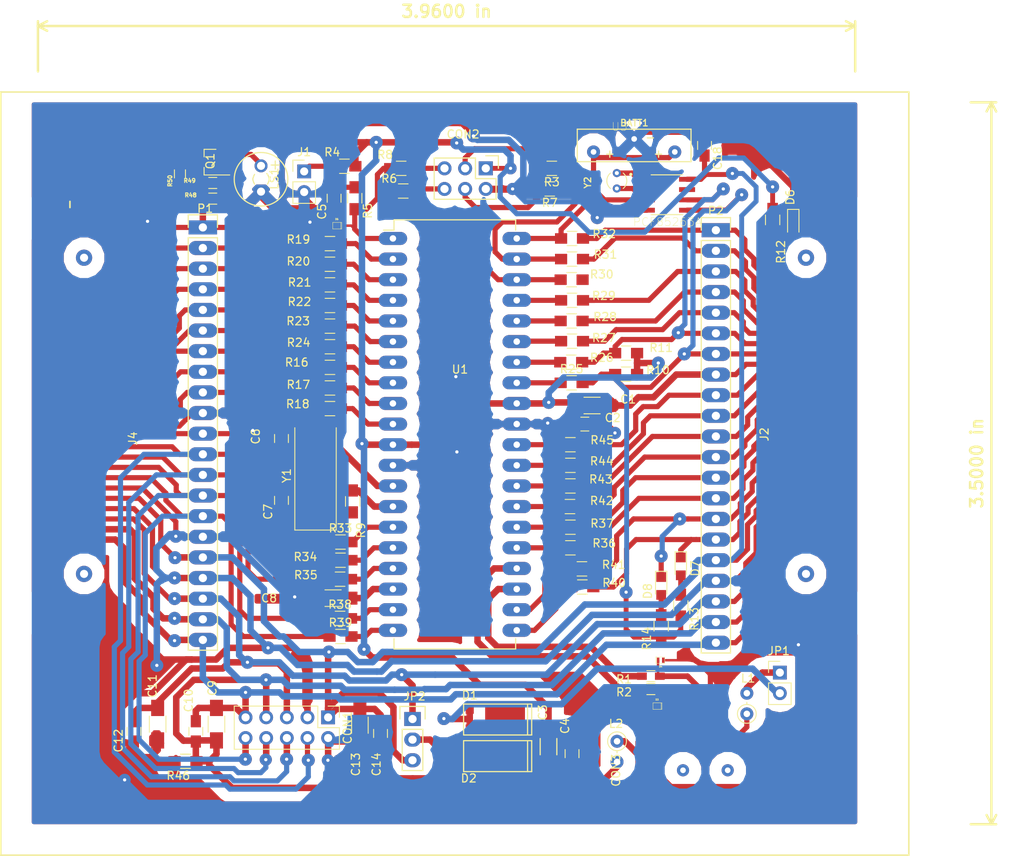
<source format=kicad_pcb>
(kicad_pcb (version 4) (host pcbnew 4.0.6-e0-6349~53~ubuntu14.04.1)
  (layers (0 F.Cu signal) (31 B.Cu signal) (34 B.Paste user) (35 F.Paste user) (36 B.SilkS user) (37 F.SilkS user) (38 B.Mask user) (39 F.Mask user) (44 Edge.Cuts user))
  (net 0 "")
  (net 1 VDD)
  (net 2 GNDD)
  (net 3 "Net-(C5-Pad1)")
  (net 4 /OSC1)
  (net 5 "Net-(C7-Pad1)")
  (net 6 /VUSB_CAP)
  (net 7 /VPWR)
  (net 8 GNDPWR)
  (net 9 /VCC_5V)
  (net 10 /VDD_3V)
  (net 11 "Net-(CON3-Pad1)")
  (net 12 "Net-(CON3-Pad5)")
  (net 13 //RST_VIKING)
  (net 14 //CS_VIKING)
  (net 15 /MISO)
  (net 16 /MOSI)
  (net 17 //RST_LAN)
  (net 18 //CS_LAN)
  (net 19 //RST_GPIB)
  (net 20 //RST_KEY)
  (net 21 "Net-(D1-Pad2)")
  (net 22 /USB_D-)
  (net 23 /USB_VBUS)
  (net 24 /USB_D+)
  (net 25 /LVP)
  (net 26 /OSC2)
  (net 27 "Net-(U3-Pad1)")
  (net 28 "Net-(U3-Pad2)")
  (net 29 "Net-(CON2-Pad3)")
  (net 30 "Net-(CON2-Pad4)")
  (net 31 "Net-(CON2-Pad5)")
  (net 32 "Net-(CON2-Pad6)")
  (net 33 /PA0)
  (net 34 /PA1)
  (net 35 /PA2)
  (net 36 /PA3)
  (net 37 /PA4)
  (net 38 /PA5)
  (net 39 /PE0)
  (net 40 /PE1)
  (net 41 /PE2)
  (net 42 /PC0)
  (net 43 /PC1)
  (net 44 /PC2)
  (net 45 /PD0)
  (net 46 /PD1)
  (net 47 /PB7)
  (net 48 /PB6)
  (net 49 /PB4)
  (net 50 /PB3)
  (net 51 /PB2)
  (net 52 /PB1)
  (net 53 /PB0)
  (net 54 "Net-(D6-Pad2)")
  (net 55 "Net-(D7-Pad2)")
  (net 56 "Net-(LS1-Pad2)")
  (net 57 "Net-(Q1-Pad1)")
  (net 58 "Net-(D2-Pad2)")
  (net 59 /PGD)
  (net 60 /PGC)
  (net 61 /RE0)
  (net 62 /RE1)
  (net 63 /RE2)
  (net 64 /RA0)
  (net 65 /RA1)
  (net 66 /RA2)
  (net 67 /RC0)
  (net 68 /RA3)
  (net 69 /RC1)
  (net 70 /RA4)
  (net 71 /RC2)
  (net 72 /RA5)
  (net 73 /RC6)
  (net 74 /RB0)
  (net 75 /RC7)
  (net 76 /RB1)
  (net 77 /RB2)
  (net 78 /RD0)
  (net 79 /RB3)
  (net 80 /RD1)
  (net 81 /RB4)
  (net 82 /RD2)
  (net 83 /RD3)
  (net 84 /RD4)
  (net 85 /RD5)
  (net 86 /RD6)
  (net 87 /RD7)
  (net 88 /D-)
  (net 89 /D+)
  (net 90 "Net-(Q1-Pad3)")
  (net 91 "Net-(BATT1-Pad1)")
  (net 92 "Net-(D8-Pad2)")
  (net 93 //MCLR_INT)
  (net 94 /PB5)
  (net 95 "Net-(U3-Pad7)")
  (module LEDs:LED_0805 (layer F.Cu) (at 218.313 109.22 270)
    (fp_text reference D7 (at 0.254 -1.778 270) (layer F.SilkS))
    (fp_text value LED)
    (pad 2 smd rect (at 1.1 0 90) (size 1.2 1.2) (layers F.Cu F.Paste F.Mask) (net 55 "Net-(D7-Pad2)"))
    (pad 1 smd rect (at -1.1 0 90) (size 1.2 1.2) (layers F.Cu F.Paste F.Mask) (net 20 //RST_KEY))
  )
  (module Inductors_THT:L_Axial_L5.3mm_D2.2mm_P2.54mm_Vertical_Vishay_IM-1 (layer F.Cu) (at 210.4644 130.7592 270)
    (fp_text reference L2 (at -2.159 0.127 360) (layer F.SilkS))
    (fp_text value FERRITE_BEAD)
    (pad 1 thru_hole circle (at 0 0 270) (size 1.6 1.6) (drill 0.8) (layers *.Cu *.Mask) (net 12 "Net-(CON3-Pad5)"))
    (pad 2 thru_hole oval (at 2.54 0 270) (size 1.6 1.6) (drill 0.8) (layers *.Cu *.Mask) (net 8 GNDPWR))
  )
  (module Capacitors_SMD:C_0805_HandSoldering (layer F.Cu) (at 151.003 129.54 270)
    (fp_text reference C12 (at 1.143 1.905 270) (layer F.SilkS))
    (fp_text value 0.1uF)
    (pad 1 smd rect (at -1.25 0 270) (size 1.5 1.25) (layers F.Cu F.Paste F.Mask) (net 9 /VCC_5V))
    (pad 2 smd rect (at 1.25 0 270) (size 1.5 1.25) (layers F.Cu F.Paste F.Mask) (net 2 GNDD))
  )
  (module CenditFootprints2:DEBUG_PIN_HEADER_21P (layer F.Cu) (at 159.4866 67.4751)
    (fp_text reference P1 (at 0.2794 -2.3241) (layer F.SilkS))
    (fp_text value DEBUG_HEADER_21P)
    (pad 1 thru_hole rect (at 0 0) (size 3.5 1.7272) (drill 1.016) (layers *.Cu *.Mask) (net 33 /PA0))
    (pad 2 thru_hole oval (at 0 2.54) (size 3.5 1.7272) (drill 1.016) (layers *.Cu *.Mask) (net 34 /PA1))
    (pad 3 thru_hole oval (at 0 5.08) (size 3.5 1.7272) (drill 1.016) (layers *.Cu *.Mask) (net 35 /PA2))
    (pad 4 thru_hole oval (at 0 7.62) (size 3.5 1.7272) (drill 1.016) (layers *.Cu *.Mask) (net 36 /PA3))
    (pad 5 thru_hole oval (at 0 10.16) (size 3.5 1.7272) (drill 1.016) (layers *.Cu *.Mask) (net 37 /PA4))
    (pad 6 thru_hole oval (at 0 12.7) (size 3.5 1.7272) (drill 1.016) (layers *.Cu *.Mask) (net 38 /PA5))
    (pad 7 thru_hole oval (at 0 15.24) (size 3.5 1.7272) (drill 1.016) (layers *.Cu *.Mask) (net 39 /PE0))
    (pad 8 thru_hole oval (at 0 17.78) (size 3.5 1.7272) (drill 1.016) (layers *.Cu *.Mask) (net 40 /PE1))
    (pad 9 thru_hole oval (at 0 20.32) (size 3.5 1.7272) (drill 1.016) (layers *.Cu *.Mask) (net 41 /PE2))
    (pad 10 thru_hole oval (at 0 22.86) (size 3.5 1.7272) (drill 1.016) (layers *.Cu *.Mask) (net 2 GNDD))
    (pad 11 thru_hole oval (at 0 25.4) (size 3.5 1.7272) (drill 1.016) (layers *.Cu *.Mask) (net 42 /PC0))
    (pad 12 thru_hole oval (at 0 27.94) (size 3.5 1.7272) (drill 1.016) (layers *.Cu *.Mask) (net 43 /PC1))
    (pad 13 thru_hole oval (at 0 30.48) (size 3.5 1.7272) (drill 1.016) (layers *.Cu *.Mask) (net 44 /PC2))
    (pad 14 thru_hole oval (at 0 33.02) (size 3.5 1.7272) (drill 1.016) (layers *.Cu *.Mask) (net 45 /PD0))
    (pad 15 thru_hole oval (at 0 35.56) (size 3.5 1.7272) (drill 1.016) (layers *.Cu *.Mask) (net 46 /PD1))
    (pad 16 thru_hole oval (at 0 38.1) (size 3.5 1.7272) (drill 1.016) (layers *.Cu *.Mask) (net 2 GNDD))
    (pad 17 thru_hole oval (at 0 40.64) (size 3.5 1.7272) (drill 1.016) (layers *.Cu *.Mask) (net 10 /VDD_3V))
    (pad 18 thru_hole oval (at 0 43.18) (size 3.5 1.7272) (drill 1.016) (layers *.Cu *.Mask) (net 2 GNDD))
    (pad 19 thru_hole oval (at 0 45.72) (size 3.5 1.7272) (drill 1.016) (layers *.Cu *.Mask) (net 9 /VCC_5V))
    (pad 20 thru_hole oval (at 0 48.26) (size 3.5 1.7272) (drill 1.016) (layers *.Cu *.Mask) (net 8 GNDPWR))
    (pad 21 thru_hole oval (at 0 50.8) (size 3.5 1.7272) (drill 1.016) (layers *.Cu *.Mask) (net 7 /VPWR))
  )
  (module Resistors_SMD:R_0603_HandSoldering (layer F.Cu) (at 214.63 122.7455)
    (fp_text reference R1 (at -3.302 0.381) (layer F.SilkS))
    (fp_text value 33)
    (pad 1 smd rect (at -1.1 0) (size 1.2 0.9) (layers F.Cu F.Paste F.Mask) (net 22 /USB_D-))
    (pad 2 smd rect (at 1.1 0) (size 1.2 0.9) (layers F.Cu F.Paste F.Mask) (net 88 /D-))
  )
  (module Capacitors_SMD:C_1206_HandSoldering (layer F.Cu) (at 207.391 89.408)
    (fp_text reference C1 (at 4.445 -0.762) (layer F.SilkS))
    (fp_text value 1uF)
    (pad 1 smd rect (at -2 0) (size 2 1.6) (layers F.Cu F.Paste F.Mask) (net 1 VDD))
    (pad 2 smd rect (at 2 0) (size 2 1.6) (layers F.Cu F.Paste F.Mask) (net 2 GNDD))
  )
  (module Capacitors_SMD:C_0805_HandSoldering (layer F.Cu) (at 206.502 91.694)
    (fp_text reference C2 (at 3.429 -0.762) (layer F.SilkS))
    (fp_text value 0.1uF)
    (pad 1 smd rect (at -1.25 0) (size 1.5 1.25) (layers F.Cu F.Paste F.Mask) (net 1 VDD))
    (pad 2 smd rect (at 1.25 0) (size 1.5 1.25) (layers F.Cu F.Paste F.Mask) (net 2 GNDD))
  )
  (module Capacitors_SMD:C_0805_HandSoldering (layer F.Cu) (at 204.9272 132.2832 270)
    (fp_text reference C4 (at -3.4036 0.8636 270) (layer F.SilkS))
    (fp_text value 0.1uF)
    (pad 1 smd rect (at -1.25 0 270) (size 1.5 1.25) (layers F.Cu F.Paste F.Mask) (net 1 VDD))
    (pad 2 smd rect (at 1.25 0 270) (size 1.5 1.25) (layers F.Cu F.Paste F.Mask) (net 2 GNDD))
  )
  (module Capacitors_SMD:C_0805_HandSoldering (layer F.Cu) (at 175.641 63.881 270)
    (fp_text reference C5 (at 1.651 1.4986 270) (layer F.SilkS))
    (fp_text value 0.1uF)
    (pad 1 smd rect (at -1.25 0 270) (size 1.5 1.25) (layers F.Cu F.Paste F.Mask) (net 3 "Net-(C5-Pad1)"))
    (pad 2 smd rect (at 1.25 0 270) (size 1.5 1.25) (layers F.Cu F.Paste F.Mask) (net 2 GNDD))
  )
  (module Capacitors_SMD:C_1206_HandSoldering (layer F.Cu) (at 175.514 113.1316)
    (fp_text reference C8 (at -7.874 0) (layer F.SilkS))
    (fp_text value 0.1uF)
    (pad 1 smd rect (at -2 0) (size 2 1.6) (layers F.Cu F.Paste F.Mask) (net 2 GNDD))
    (pad 2 smd rect (at 2 0) (size 2 1.6) (layers F.Cu F.Paste F.Mask) (net 6 /VUSB_CAP))
  )
  (module Capacitors_SMD:C_1206_HandSoldering (layer F.Cu) (at 161.163 128.651 270)
    (fp_text reference C9 (at -4.445 0.508 270) (layer F.SilkS))
    (fp_text value 1uF)
    (pad 1 smd rect (at -2 0 270) (size 2 1.6) (layers F.Cu F.Paste F.Mask) (net 7 /VPWR))
    (pad 2 smd rect (at 2 0 270) (size 2 1.6) (layers F.Cu F.Paste F.Mask) (net 8 GNDPWR))
  )
  (module Capacitors_SMD:C_0805_HandSoldering (layer F.Cu) (at 158.623 129.54 270)
    (fp_text reference C10 (at -3.81 0.889 270) (layer F.SilkS))
    (fp_text value 0.1uF)
    (pad 1 smd rect (at -1.25 0 270) (size 1.5 1.25) (layers F.Cu F.Paste F.Mask) (net 7 /VPWR))
    (pad 2 smd rect (at 1.25 0 270) (size 1.5 1.25) (layers F.Cu F.Paste F.Mask) (net 8 GNDPWR))
  )
  (module Capacitors_SMD:C_1206_HandSoldering (layer F.Cu) (at 153.924 128.651 270)
    (fp_text reference C11 (at -4.699 0.635 270) (layer F.SilkS))
    (fp_text value 1uF)
    (pad 1 smd rect (at -2 0 270) (size 2 1.6) (layers F.Cu F.Paste F.Mask) (net 9 /VCC_5V))
    (pad 2 smd rect (at 2 0 270) (size 2 1.6) (layers F.Cu F.Paste F.Mask) (net 2 GNDD))
  )
  (module Capacitors_SMD:C_1206_HandSoldering (layer F.Cu) (at 178.816 128.778 270)
    (fp_text reference C13 (at 4.826 0.508 270) (layer F.SilkS))
    (fp_text value 1uF)
    (pad 1 smd rect (at -2 0 270) (size 2 1.6) (layers F.Cu F.Paste F.Mask) (net 10 /VDD_3V))
    (pad 2 smd rect (at 2 0 270) (size 2 1.6) (layers F.Cu F.Paste F.Mask) (net 2 GNDD))
  )
  (module Capacitors_SMD:C_0805_HandSoldering (layer F.Cu) (at 181.356 129.794 270)
    (fp_text reference C14 (at 3.81 0.508 270) (layer F.SilkS))
    (fp_text value 0.1uF)
    (pad 1 smd rect (at -1.25 0 270) (size 1.5 1.25) (layers F.Cu F.Paste F.Mask) (net 10 /VDD_3V))
    (pad 2 smd rect (at 1.25 0 270) (size 1.5 1.25) (layers F.Cu F.Paste F.Mask) (net 2 GNDD))
  )
  (module Capacitors_SMD:C_0805_HandSoldering (layer F.Cu) (at 221.234 57.3786 90)
    (fp_text reference C18 (at -1.5748 1.6256 90) (layer F.SilkS))
    (fp_text value 0.1uF)
    (pad 1 smd rect (at -1.25 0 90) (size 1.5 1.25) (layers F.Cu F.Paste F.Mask) (net 10 /VDD_3V))
    (pad 2 smd rect (at 1.25 0 90) (size 1.5 1.25) (layers F.Cu F.Paste F.Mask) (net 2 GNDD))
  )
  (module Pin_Headers:Pin_Header_Straight_1x02_Pitch2.54mm (layer F.Cu) (at 171.958 60.579)
    (fp_text reference J1 (at 0 -2.39) (layer F.SilkS))
    (fp_text value RESET_CON)
    (pad 1 thru_hole rect (at 0 0) (size 1.7 1.7) (drill 1) (layers *.Cu *.Mask) (net 3 "Net-(C5-Pad1)"))
    (pad 2 thru_hole oval (at 0 2.54) (size 1.7 1.7) (drill 1) (layers *.Cu *.Mask) (net 2 GNDD))
  )
  (module Pin_Headers:Pin_Header_Straight_1x02_Pitch2.54mm (layer F.Cu) (at 230.505 122.301)
    (fp_text reference JP1 (at -0.127 -2.667) (layer F.SilkS))
    (fp_text value JMP_USB_VBUS)
    (pad 1 thru_hole rect (at 0 0) (size 1.7 1.7) (drill 1) (layers *.Cu *.Mask) (net 23 /USB_VBUS))
    (pad 2 thru_hole oval (at 0 2.54) (size 1.7 1.7) (drill 1) (layers *.Cu *.Mask) (net 21 "Net-(D1-Pad2)"))
  )
  (module Resistors_SMD:R_0603_HandSoldering (layer F.Cu) (at 214.63 124.333)
    (fp_text reference R2 (at -3.302 0.381) (layer F.SilkS))
    (fp_text value 33)
    (pad 1 smd rect (at -1.1 0) (size 1.2 0.9) (layers F.Cu F.Paste F.Mask) (net 24 /USB_D+))
    (pad 2 smd rect (at 1.1 0) (size 1.2 0.9) (layers F.Cu F.Paste F.Mask) (net 89 /D+))
  )
  (module Resistors_SMD:R_0805_HandSoldering (layer F.Cu) (at 202.438 60.198 180)
    (fp_text reference R3 (at 0 -1.7 180) (layer F.SilkS))
    (fp_text value 100R)
    (pad 1 smd rect (at -1.35 0 180) (size 1.5 1.3) (layers F.Cu F.Paste F.Mask) (net 59 /PGD))
    (pad 2 smd rect (at 1.35 0 180) (size 1.5 1.3) (layers F.Cu F.Paste F.Mask) (net 29 "Net-(CON2-Pad3)"))
  )
  (module Resistors_SMD:R_0805_HandSoldering (layer F.Cu) (at 176.911 59.944 180)
    (fp_text reference R4 (at 1.4986 1.7272 180) (layer F.SilkS))
    (fp_text value 4,7K)
    (pad 1 smd rect (at -1.35 0 180) (size 1.5 1.3) (layers F.Cu F.Paste F.Mask) (net 1 VDD))
    (pad 2 smd rect (at 1.35 0 180) (size 1.5 1.3) (layers F.Cu F.Paste F.Mask) (net 3 "Net-(C5-Pad1)"))
  )
  (module Resistors_SMD:R_0805_HandSoldering (layer F.Cu) (at 178.181 63.881 90)
    (fp_text reference R5 (at -1.5494 1.6002 90) (layer F.SilkS))
    (fp_text value 100R)
    (pad 1 smd rect (at -1.35 0 90) (size 1.5 1.3) (layers F.Cu F.Paste F.Mask) (net 93 //MCLR_INT))
    (pad 2 smd rect (at 1.35 0 90) (size 1.5 1.3) (layers F.Cu F.Paste F.Mask) (net 3 "Net-(C5-Pad1)"))
  )
  (module Resistors_SMD:R_0805_HandSoldering (layer F.Cu) (at 184.15 62.992)
    (fp_text reference R6 (at -1.7272 -1.524) (layer F.SilkS))
    (fp_text value 100R)
    (pad 1 smd rect (at -1.35 0) (size 1.5 1.3) (layers F.Cu F.Paste F.Mask) (net 25 /LVP))
    (pad 2 smd rect (at 1.35 0) (size 1.5 1.3) (layers F.Cu F.Paste F.Mask) (net 32 "Net-(CON2-Pad6)"))
  )
  (module Resistors_SMD:R_0805_HandSoldering (layer F.Cu) (at 202.184 62.738 180)
    (fp_text reference R7 (at 0 -1.7 180) (layer F.SilkS))
    (fp_text value 100R)
    (pad 1 smd rect (at -1.35 0 180) (size 1.5 1.3) (layers F.Cu F.Paste F.Mask) (net 60 /PGC))
    (pad 2 smd rect (at 1.35 0 180) (size 1.5 1.3) (layers F.Cu F.Paste F.Mask) (net 30 "Net-(CON2-Pad4)"))
  )
  (module Resistors_SMD:R_0805_HandSoldering (layer F.Cu) (at 183.896 60.198)
    (fp_text reference R8 (at -1.9812 -1.6764) (layer F.SilkS))
    (fp_text value 100)
    (pad 1 smd rect (at -1.35 0) (size 1.5 1.3) (layers F.Cu F.Paste F.Mask) (net 93 //MCLR_INT))
    (pad 2 smd rect (at 1.35 0) (size 1.5 1.3) (layers F.Cu F.Paste F.Mask) (net 31 "Net-(CON2-Pad5)"))
  )
  (module Resistors_SMD:R_0805_HandSoldering (layer F.Cu) (at 177.927 101.219 270)
    (fp_text reference R9 (at 3.556 -1.016 270) (layer F.SilkS))
    (fp_text value RS)
    (pad 1 smd rect (at -1.35 0 270) (size 1.5 1.3) (layers F.Cu F.Paste F.Mask) (net 26 /OSC2))
    (pad 2 smd rect (at 1.35 0 270) (size 1.5 1.3) (layers F.Cu F.Paste F.Mask) (net 5 "Net-(C7-Pad1)"))
  )
  (module Crystals:Crystal_C26-LF_d2.1mm_l6.5mm_Vertical (layer F.Cu) (at 210.439 60.7822 270)
    (fp_text reference Y2 (at 1.1684 3.5814 270) (layer F.SilkS) (effects (font (size 0.8 0.8))))
    (fp_text value 32.768KHZ)
    (pad 1 thru_hole circle (at 0 0 270) (size 1 1) (drill 0.5) (layers *.Cu *.Mask) (net 27 "Net-(U3-Pad1)"))
    (pad 2 thru_hole circle (at 1.9 0 270) (size 1 1) (drill 0.5) (layers *.Cu *.Mask) (net 28 "Net-(U3-Pad2)"))
  )
  (module Inductors_THT:L_Axial_L5.3mm_D2.2mm_P2.54mm_Vertical_Vishay_IM-1 (layer F.Cu) (at 226.441 127.381 90)
    (fp_text reference L1 (at 4.3688 0.1524 180) (layer F.SilkS))
    (fp_text value FERRITE_BEAD)
    (pad 1 thru_hole circle (at 0 0 90) (size 1.6 1.6) (drill 0.8) (layers *.Cu *.Mask) (net 11 "Net-(CON3-Pad1)"))
    (pad 2 thru_hole oval (at 2.54 0 90) (size 1.6 1.6) (drill 0.8) (layers *.Cu *.Mask) (net 23 /USB_VBUS))
  )
  (module Capacitors_SMD:C_0805_HandSoldering (layer F.Cu) (at 169.164 93.472 270)
    (fp_text reference C6 (at -0.254 3.175 270) (layer F.SilkS))
    (fp_text value 22p)
    (pad 1 smd rect (at -1.25 0 270) (size 1.5 1.25) (layers F.Cu F.Paste F.Mask) (net 4 /OSC1))
    (pad 2 smd rect (at 1.25 0 270) (size 1.5 1.25) (layers F.Cu F.Paste F.Mask) (net 2 GNDD))
  )
  (module Capacitors_SMD:C_0805_HandSoldering (layer F.Cu) (at 169.164 101.092 90)
    (fp_text reference C7 (at -1.397 -1.651 90) (layer F.SilkS))
    (fp_text value 22p)
    (pad 1 smd rect (at -1.25 0 90) (size 1.5 1.25) (layers F.Cu F.Paste F.Mask) (net 5 "Net-(C7-Pad1)"))
    (pad 2 smd rect (at 1.25 0 90) (size 1.5 1.25) (layers F.Cu F.Paste F.Mask) (net 2 GNDD))
  )
  (module LEDs:LED_0805 (layer F.Cu) (at 232.156 67.056 270)
    (fp_text reference D6 (at -3.302 0.381 270) (layer F.SilkS))
    (fp_text value LED)
    (pad 2 smd rect (at 1.1 0 90) (size 1.2 1.2) (layers F.Cu F.Paste F.Mask) (net 54 "Net-(D6-Pad2)"))
    (pad 1 smd rect (at -1.1 0 90) (size 1.2 1.2) (layers F.Cu F.Paste F.Mask) (net 2 GNDD))
  )
  (module Resistors_SMD:R_0805_HandSoldering (layer F.Cu) (at 229.616 66.548 270)
    (fp_text reference R12 (at 3.937 -1.016 270) (layer F.SilkS))
    (fp_text value 300)
    (pad 1 smd rect (at -1.35 0 270) (size 1.5 1.3) (layers F.Cu F.Paste F.Mask) (net 1 VDD))
    (pad 2 smd rect (at 1.35 0 270) (size 1.5 1.3) (layers F.Cu F.Paste F.Mask) (net 54 "Net-(D6-Pad2)"))
  )
  (module Resistors_SMD:R_0805_HandSoldering (layer F.Cu) (at 218.313 114.046 90)
    (fp_text reference R13 (at -1.651 1.651 90) (layer F.SilkS))
    (fp_text value 300)
    (pad 1 smd rect (at -1.35 0 90) (size 1.5 1.3) (layers F.Cu F.Paste F.Mask) (net 1 VDD))
    (pad 2 smd rect (at 1.35 0 90) (size 1.5 1.3) (layers F.Cu F.Paste F.Mask) (net 55 "Net-(D7-Pad2)"))
  )
  (module Buzzers_Beepers:MagneticBuzzer_Kingstate_KCG0601 (layer F.Cu) (at 166.6494 63.0682 90)
    (fp_text reference LS1 (at 1.6002 1.6256 90) (layer F.SilkS))
    (fp_text value Speaker_Crystal)
    (pad 1 thru_hole circle (at 0 0 90) (size 1.6002 1.6002) (drill 1.00076) (layers *.Cu *.Mask) (net 2 GNDD))
    (pad 2 thru_hole circle (at 3.175 0 90) (size 1.6002 1.6002) (drill 1.00076) (layers *.Cu *.Mask) (net 56 "Net-(LS1-Pad2)"))
  )
  (module Pin_Headers:Pin_Header_Straight_2x03 (layer F.Cu) (at 194.31 60.198 270)
    (fp_text reference CON2 (at -4.191 2.794 360) (layer F.SilkS))
    (fp_text value ICSP_CON)
    (pad 1 thru_hole rect (at 0 0 270) (size 1.7272 1.7272) (drill 1.016) (layers *.Cu *.Mask) (net 1 VDD))
    (pad 2 thru_hole oval (at 2.54 0 270) (size 1.7272 1.7272) (drill 1.016) (layers *.Cu *.Mask) (net 2 GNDD))
    (pad 3 thru_hole oval (at 0 2.54 270) (size 1.7272 1.7272) (drill 1.016) (layers *.Cu *.Mask) (net 29 "Net-(CON2-Pad3)"))
    (pad 4 thru_hole oval (at 2.54 2.54 270) (size 1.7272 1.7272) (drill 1.016) (layers *.Cu *.Mask) (net 30 "Net-(CON2-Pad4)"))
    (pad 5 thru_hole oval (at 0 5.08 270) (size 1.7272 1.7272) (drill 1.016) (layers *.Cu *.Mask) (net 31 "Net-(CON2-Pad5)"))
    (pad 6 thru_hole oval (at 2.54 5.08 270) (size 1.7272 1.7272) (drill 1.016) (layers *.Cu *.Mask) (net 32 "Net-(CON2-Pad6)"))
  )
  (module Resistors_SMD:R_0805_HandSoldering (layer F.Cu) (at 157.353 133.223)
    (fp_text reference R46 (at -0.889 1.778) (layer F.SilkS))
    (fp_text value 0)
    (pad 1 smd rect (at -1.35 0) (size 1.5 1.3) (layers F.Cu F.Paste F.Mask) (net 2 GNDD))
    (pad 2 smd rect (at 1.35 0) (size 1.5 1.3) (layers F.Cu F.Paste F.Mask) (net 8 GNDPWR))
  )
  (module CenditFootprints2:PIC18F4550-PDIP (layer F.Cu) (at 182.88 68.834)
    (fp_text reference U1 (at 8.255 16.129) (layer F.SilkS))
    (fp_text value PIC18F4550-I/P)
    (pad 1 thru_hole oval (at 0 0) (size 3.5 1.6) (drill 0.8) (layers *.Cu *.Mask) (net 93 //MCLR_INT))
    (pad 2 thru_hole oval (at 0 2.54) (size 3.5 1.6) (drill 0.8) (layers *.Cu *.Mask) (net 64 /RA0))
    (pad 3 thru_hole oval (at 0 5.08) (size 3.5 1.6) (drill 0.8) (layers *.Cu *.Mask) (net 65 /RA1))
    (pad 4 thru_hole oval (at 0 7.62) (size 3.5 1.6) (drill 0.8) (layers *.Cu *.Mask) (net 66 /RA2))
    (pad 5 thru_hole oval (at 0 10.16) (size 3.5 1.6) (drill 0.8) (layers *.Cu *.Mask) (net 68 /RA3))
    (pad 6 thru_hole oval (at 0 12.7) (size 3.5 1.6) (drill 0.8) (layers *.Cu *.Mask) (net 70 /RA4))
    (pad 7 thru_hole oval (at 0 15.24) (size 3.5 1.6) (drill 0.8) (layers *.Cu *.Mask) (net 72 /RA5))
    (pad 8 thru_hole oval (at 0 17.78) (size 3.5 1.6) (drill 0.8) (layers *.Cu *.Mask) (net 61 /RE0))
    (pad 9 thru_hole oval (at 0 20.32) (size 3.5 1.6) (drill 0.8) (layers *.Cu *.Mask) (net 62 /RE1))
    (pad 10 thru_hole oval (at 0 22.86) (size 3.5 1.6) (drill 0.8) (layers *.Cu *.Mask) (net 63 /RE2))
    (pad 11 thru_hole oval (at 0 25.4) (size 3.5 1.6) (drill 0.8) (layers *.Cu *.Mask) (net 1 VDD))
    (pad 12 thru_hole oval (at 0 27.94) (size 3.5 1.6) (drill 0.8) (layers *.Cu *.Mask) (net 2 GNDD))
    (pad 13 thru_hole oval (at 0 30.48) (size 3.5 1.6) (drill 0.8) (layers *.Cu *.Mask) (net 4 /OSC1))
    (pad 14 thru_hole oval (at 0 33.02) (size 3.5 1.6) (drill 0.8) (layers *.Cu *.Mask) (net 26 /OSC2))
    (pad 15 thru_hole oval (at 0 35.56) (size 3.5 1.6) (drill 0.8) (layers *.Cu *.Mask) (net 67 /RC0))
    (pad 16 thru_hole oval (at 0 38.1) (size 3.5 1.6) (drill 0.8) (layers *.Cu *.Mask) (net 69 /RC1))
    (pad 17 thru_hole oval (at 0 40.64) (size 3.5 1.6) (drill 0.8) (layers *.Cu *.Mask) (net 71 /RC2))
    (pad 18 thru_hole oval (at 0 43.18) (size 3.5 1.6) (drill 0.8) (layers *.Cu *.Mask) (net 6 /VUSB_CAP))
    (pad 19 thru_hole oval (at 0 45.72) (size 3.5 1.6) (drill 0.8) (layers *.Cu *.Mask) (net 78 /RD0))
    (pad 20 thru_hole oval (at 0 48.26) (size 3.5 1.6) (drill 0.8) (layers *.Cu *.Mask) (net 80 /RD1))
    (pad 21 thru_hole oval (at 15.24 48.26) (size 3.5 1.6) (drill 0.8) (layers *.Cu *.Mask) (net 82 /RD2))
    (pad 22 thru_hole oval (at 15.24 45.72) (size 3.5 1.6) (drill 0.8) (layers *.Cu *.Mask) (net 83 /RD3))
    (pad 23 thru_hole oval (at 15.24 43.18) (size 3.5 1.6) (drill 0.8) (layers *.Cu *.Mask) (net 22 /USB_D-))
    (pad 24 thru_hole oval (at 15.24 40.64) (size 3.5 1.6) (drill 0.8) (layers *.Cu *.Mask) (net 24 /USB_D+))
    (pad 25 thru_hole oval (at 15.24 38.1) (size 3.5 1.6) (drill 0.8) (layers *.Cu *.Mask) (net 73 /RC6))
    (pad 26 thru_hole oval (at 15.24 35.56) (size 3.5 1.6) (drill 0.8) (layers *.Cu *.Mask) (net 75 /RC7))
    (pad 27 thru_hole oval (at 15.24 33.02) (size 3.5 1.6) (drill 0.8) (layers *.Cu *.Mask) (net 84 /RD4))
    (pad 28 thru_hole oval (at 15.24 30.48) (size 3.5 1.6) (drill 0.8) (layers *.Cu *.Mask) (net 85 /RD5))
    (pad 29 thru_hole oval (at 15.24 27.94) (size 3.5 1.6) (drill 0.8) (layers *.Cu *.Mask) (net 86 /RD6))
    (pad 30 thru_hole oval (at 15.24 25.4) (size 3.5 1.6) (drill 0.8) (layers *.Cu *.Mask) (net 87 /RD7))
    (pad 31 thru_hole oval (at 15.24 22.86) (size 3.5 1.6) (drill 0.8) (layers *.Cu *.Mask) (net 2 GNDD))
    (pad 32 thru_hole oval (at 15.24 20.32) (size 3.5 1.6) (drill 0.8) (layers *.Cu *.Mask) (net 1 VDD))
    (pad 33 thru_hole oval (at 15.24 17.78) (size 3.5 1.6) (drill 0.8) (layers *.Cu *.Mask) (net 74 /RB0))
    (pad 34 thru_hole oval (at 15.24 15.24) (size 3.5 1.6) (drill 0.8) (layers *.Cu *.Mask) (net 76 /RB1))
    (pad 35 thru_hole oval (at 15.24 12.7) (size 3.5 1.6) (drill 0.8) (layers *.Cu *.Mask) (net 77 /RB2))
    (pad 36 thru_hole oval (at 15.24 10.16) (size 3.5 1.6) (drill 0.8) (layers *.Cu *.Mask) (net 79 /RB3))
    (pad 37 thru_hole oval (at 15.24 7.62) (size 3.5 1.6) (drill 0.8) (layers *.Cu *.Mask) (net 81 /RB4))
    (pad 38 thru_hole oval (at 15.24 5.08) (size 3.5 1.6) (drill 0.8) (layers *.Cu *.Mask) (net 25 /LVP))
    (pad 39 thru_hole oval (at 15.24 2.54) (size 3.5 1.6) (drill 0.8) (layers *.Cu *.Mask) (net 60 /PGC))
    (pad 40 thru_hole oval (at 15.24 0) (size 3.5 1.6) (drill 0.8) (layers *.Cu *.Mask) (net 59 /PGD))
  )
  (module CenditFootprints2:SP1003-01ETG (layer F.Cu) (at 215.392 126.4285 180)
    (fp_text reference D3 (at 0 0.8 180) (layer F.SilkS) (effects (font (size 0.2 0.2) (thickness 0.05))))
    (fp_text value SP1003-01ETG)
    (pad 1 smd rect (at -0.325 0 180) (size 0.325 0.65) (layers F.Cu F.Paste F.Mask) (net 89 /D+))
    (pad 2 smd rect (at 0.325 0 180) (size 0.325 0.65) (layers F.Cu F.Paste F.Mask) (net 2 GNDD))
  )
  (module CenditFootprints2:SP1003-01ETG (layer F.Cu) (at 215.8365 120.777)
    (fp_text reference D4 (at 0 0.8) (layer F.SilkS) (effects (font (size 0.2 0.2) (thickness 0.05))))
    (fp_text value SP1003-01ETG)
    (pad 1 smd rect (at -0.325 0) (size 0.325 0.65) (layers F.Cu F.Paste F.Mask) (net 88 /D-))
    (pad 2 smd rect (at 0.325 0) (size 0.325 0.65) (layers F.Cu F.Paste F.Mask) (net 2 GNDD))
  )
  (module CenditFootprints2:SP1003-01ETG (layer F.Cu) (at 175.9712 67.2592 180)
    (fp_text reference D5 (at 0 0.8 180) (layer F.SilkS) (effects (font (size 0.2 0.2) (thickness 0.05))))
    (fp_text value SP1003-01ETG)
    (pad 1 smd rect (at -0.325 0 180) (size 0.325 0.65) (layers F.Cu F.Paste F.Mask) (net 93 //MCLR_INT))
    (pad 2 smd rect (at 0.325 0 180) (size 0.325 0.65) (layers F.Cu F.Paste F.Mask) (net 2 GNDD))
  )
  (module CenditFootprints2:SATA_PLUG_22P_SMT (layer F.Cu) (at 233.172 105.918 90)
    (fp_text reference J2 (at 12.954 -4.572 90) (layer F.SilkS))
    (fp_text value "SATA_PLUG _22P_SMT")
    (pad 1 smd rect (at 0 0 90) (size 0.6 1.7) (layers F.Cu F.Paste F.Mask) (net 7 /VPWR))
    (pad 2 smd rect (at 1.27 0 90) (size 0.6 1.7) (layers F.Cu F.Paste F.Mask) (net 8 GNDPWR))
    (pad 3 smd rect (at 2.54 0 90) (size 0.6 1.7) (layers F.Cu F.Paste F.Mask) (net 9 /VCC_5V))
    (pad 4 smd rect (at 3.81 0 90) (size 0.6 1.7) (layers F.Cu F.Paste F.Mask) (net 2 GNDD))
    (pad 5 smd rect (at 5.08 0 90) (size 0.6 1.7) (layers F.Cu F.Paste F.Mask) (net 10 /VDD_3V))
    (pad 6 smd rect (at 6.35 0 90) (size 0.6 1.7) (layers F.Cu F.Paste F.Mask) (net 20 //RST_KEY))
    (pad 7 smd rect (at 7.62 0 90) (size 0.6 1.7) (layers F.Cu F.Paste F.Mask) (net 19 //RST_GPIB))
    (pad 8 smd rect (at 13.97 0 90) (size 0.6 1.7) (layers F.Cu F.Paste F.Mask) (net 15 /MISO))
    (pad 9 smd rect (at 15.24 0 90) (size 0.6 1.7) (layers F.Cu F.Paste F.Mask) (net 16 /MOSI))
    (pad 10 smd rect (at 16.51 0 90) (size 0.6 1.7) (layers F.Cu F.Paste F.Mask) (net 17 //RST_LAN))
    (pad 11 smd rect (at 17.78 0 90) (size 0.6 1.7) (layers F.Cu F.Paste F.Mask) (net 13 //RST_VIKING))
    (pad 12 smd rect (at 19.05 0 90) (size 0.6 1.7) (layers F.Cu F.Paste F.Mask) (net 18 //CS_LAN))
    (pad 13 smd rect (at 20.32 0 90) (size 0.6 1.7) (layers F.Cu F.Paste F.Mask) (net 14 //CS_VIKING))
    (pad 14 smd rect (at 21.59 0 90) (size 0.6 1.7) (layers F.Cu F.Paste F.Mask) (net 2 GNDD))
    (pad 15 smd rect (at 22.86 0 90) (size 0.6 1.7) (layers F.Cu F.Paste F.Mask) (net 53 /PB0))
    (pad 16 smd rect (at 24.13 0 90) (size 0.6 1.7) (layers F.Cu F.Paste F.Mask) (net 52 /PB1))
    (pad 17 smd rect (at 25.4 0 90) (size 0.6 1.7) (layers F.Cu F.Paste F.Mask) (net 51 /PB2))
    (pad 18 smd rect (at 26.67 0 90) (size 0.6 1.7) (layers F.Cu F.Paste F.Mask) (net 50 /PB3))
    (pad 19 smd rect (at 27.94 0 90) (size 0.6 1.7) (layers F.Cu F.Paste F.Mask) (net 49 /PB4))
    (pad 20 smd rect (at 29.21 0 90) (size 0.6 1.7) (layers F.Cu F.Paste F.Mask) (net 48 /PB6))
    (pad 21 smd rect (at 30.48 0 90) (size 0.6 1.7) (layers F.Cu F.Paste F.Mask) (net 47 /PB7))
    (pad "" np_thru_hole circle (at 34.71 0.55 90) (size 2 2) (drill 1) (layers *.Cu *.Mask))
    (pad "" np_thru_hole circle (at -4.23 0.55 90) (size 2 2) (drill 1) (layers *.Cu *.Mask))
    (pad 24 smd rect (at 39.54 5.2 90) (size 2 2) (layers F.Cu F.Paste F.Mask))
    (pad 23 smd rect (at -9.06 5.2 90) (size 2 2) (layers F.Cu F.Paste F.Mask))
  )
  (module CenditFootprints2:SATA_PLUG_22P_SMT (layer F.Cu) (at 145.415 75.438 270)
    (fp_text reference J4 (at 18.034 -5.461 270) (layer F.SilkS))
    (fp_text value "SATA_PLUG _22P_SMT")
    (pad 1 smd rect (at 0 0 270) (size 0.6 1.7) (layers F.Cu F.Paste F.Mask) (net 33 /PA0))
    (pad 2 smd rect (at 1.27 0 270) (size 0.6 1.7) (layers F.Cu F.Paste F.Mask) (net 34 /PA1))
    (pad 3 smd rect (at 2.54 0 270) (size 0.6 1.7) (layers F.Cu F.Paste F.Mask) (net 35 /PA2))
    (pad 4 smd rect (at 3.81 0 270) (size 0.6 1.7) (layers F.Cu F.Paste F.Mask) (net 36 /PA3))
    (pad 5 smd rect (at 5.08 0 270) (size 0.6 1.7) (layers F.Cu F.Paste F.Mask) (net 37 /PA4))
    (pad 6 smd rect (at 6.35 0 270) (size 0.6 1.7) (layers F.Cu F.Paste F.Mask) (net 38 /PA5))
    (pad 7 smd rect (at 7.62 0 270) (size 0.6 1.7) (layers F.Cu F.Paste F.Mask) (net 39 /PE0))
    (pad 8 smd rect (at 13.97 0 270) (size 0.6 1.7) (layers F.Cu F.Paste F.Mask) (net 40 /PE1))
    (pad 9 smd rect (at 15.24 0 270) (size 0.6 1.7) (layers F.Cu F.Paste F.Mask) (net 41 /PE2))
    (pad 10 smd rect (at 16.51 0 270) (size 0.6 1.7) (layers F.Cu F.Paste F.Mask) (net 2 GNDD))
    (pad 11 smd rect (at 17.78 0 270) (size 0.6 1.7) (layers F.Cu F.Paste F.Mask) (net 42 /PC0))
    (pad 12 smd rect (at 19.05 0 270) (size 0.6 1.7) (layers F.Cu F.Paste F.Mask) (net 43 /PC1))
    (pad 13 smd rect (at 20.32 0 270) (size 0.6 1.7) (layers F.Cu F.Paste F.Mask) (net 44 /PC2))
    (pad 14 smd rect (at 21.59 0 270) (size 0.6 1.7) (layers F.Cu F.Paste F.Mask) (net 45 /PD0))
    (pad 15 smd rect (at 22.86 0 270) (size 0.6 1.7) (layers F.Cu F.Paste F.Mask) (net 46 /PD1))
    (pad 16 smd rect (at 24.13 0 270) (size 0.6 1.7) (layers F.Cu F.Paste F.Mask) (net 2 GNDD))
    (pad 17 smd rect (at 25.4 0 270) (size 0.6 1.7) (layers F.Cu F.Paste F.Mask) (net 10 /VDD_3V))
    (pad 18 smd rect (at 26.67 0 270) (size 0.6 1.7) (layers F.Cu F.Paste F.Mask) (net 2 GNDD))
    (pad 19 smd rect (at 27.94 0 270) (size 0.6 1.7) (layers F.Cu F.Paste F.Mask) (net 9 /VCC_5V))
    (pad 20 smd rect (at 29.21 0 270) (size 0.6 1.7) (layers F.Cu F.Paste F.Mask) (net 8 GNDPWR))
    (pad 21 smd rect (at 30.48 0 270) (size 0.6 1.7) (layers F.Cu F.Paste F.Mask) (net 7 /VPWR))
    (pad "" np_thru_hole circle (at 34.71 0.55 270) (size 2 2) (drill 1) (layers *.Cu *.Mask))
    (pad "" np_thru_hole circle (at -4.23 0.55 270) (size 2 2) (drill 1) (layers *.Cu *.Mask))
    (pad 24 smd rect (at 39.54 5.2 270) (size 2 2) (layers F.Cu F.Paste F.Mask))
    (pad 23 smd rect (at -9.06 5.2 270) (size 2 2) (layers F.Cu F.Paste F.Mask))
  )
  (module CenditFootprints2:DEBUG_PIN_HEADER_21P (layer F.Cu) (at 222.631 67.818)
    (fp_text reference P2 (at 0 -2.3876) (layer F.SilkS))
    (fp_text value DEBUG_HEADER_21P)
    (pad 1 thru_hole rect (at 0 0) (size 3.5 1.7272) (drill 1.016) (layers *.Cu *.Mask) (net 47 /PB7))
    (pad 2 thru_hole oval (at 0 2.54) (size 3.5 1.7272) (drill 1.016) (layers *.Cu *.Mask) (net 48 /PB6))
    (pad 3 thru_hole oval (at 0 5.08) (size 3.5 1.7272) (drill 1.016) (layers *.Cu *.Mask) (net 49 /PB4))
    (pad 4 thru_hole oval (at 0 7.62) (size 3.5 1.7272) (drill 1.016) (layers *.Cu *.Mask) (net 50 /PB3))
    (pad 5 thru_hole oval (at 0 10.16) (size 3.5 1.7272) (drill 1.016) (layers *.Cu *.Mask) (net 51 /PB2))
    (pad 6 thru_hole oval (at 0 12.7) (size 3.5 1.7272) (drill 1.016) (layers *.Cu *.Mask) (net 52 /PB1))
    (pad 7 thru_hole oval (at 0 15.24) (size 3.5 1.7272) (drill 1.016) (layers *.Cu *.Mask) (net 53 /PB0))
    (pad 8 thru_hole oval (at 0 17.78) (size 3.5 1.7272) (drill 1.016) (layers *.Cu *.Mask) (net 2 GNDD))
    (pad 9 thru_hole oval (at 0 20.32) (size 3.5 1.7272) (drill 1.016) (layers *.Cu *.Mask) (net 14 //CS_VIKING))
    (pad 10 thru_hole oval (at 0 22.86) (size 3.5 1.7272) (drill 1.016) (layers *.Cu *.Mask) (net 18 //CS_LAN))
    (pad 11 thru_hole oval (at 0 25.4) (size 3.5 1.7272) (drill 1.016) (layers *.Cu *.Mask) (net 13 //RST_VIKING))
    (pad 12 thru_hole oval (at 0 27.94) (size 3.5 1.7272) (drill 1.016) (layers *.Cu *.Mask) (net 17 //RST_LAN))
    (pad 13 thru_hole oval (at 0 30.48) (size 3.5 1.7272) (drill 1.016) (layers *.Cu *.Mask) (net 16 /MOSI))
    (pad 14 thru_hole oval (at 0 33.02) (size 3.5 1.7272) (drill 1.016) (layers *.Cu *.Mask) (net 15 /MISO))
    (pad 15 thru_hole oval (at 0 35.56) (size 3.5 1.7272) (drill 1.016) (layers *.Cu *.Mask) (net 19 //RST_GPIB))
    (pad 16 thru_hole oval (at 0 38.1) (size 3.5 1.7272) (drill 1.016) (layers *.Cu *.Mask) (net 20 //RST_KEY))
    (pad 17 thru_hole oval (at 0 40.64) (size 3.5 1.7272) (drill 1.016) (layers *.Cu *.Mask) (net 10 /VDD_3V))
    (pad 18 thru_hole oval (at 0 43.18) (size 3.5 1.7272) (drill 1.016) (layers *.Cu *.Mask) (net 2 GNDD))
    (pad 19 thru_hole oval (at 0 45.72) (size 3.5 1.7272) (drill 1.016) (layers *.Cu *.Mask) (net 9 /VCC_5V))
    (pad 20 thru_hole oval (at 0 48.26) (size 3.5 1.7272) (drill 1.016) (layers *.Cu *.Mask) (net 8 GNDPWR))
    (pad 21 thru_hole oval (at 0 50.8) (size 3.5 1.7272) (drill 1.016) (layers *.Cu *.Mask) (net 7 /VPWR))
  )
  (module CenditFootprints2:PCF85263A_SO8 (layer F.Cu) (at 216.6112 63.4492)
    (fp_text reference U3 (at -5.842 -8.382) (layer F.SilkS) (effects (font (size 1.00152 1.00152) (thickness 0.05))))
    (fp_text value PCF85263A (at 0.0508 3.3528) (layer F.SilkS) (effects (font (size 1.00204 1.00204) (thickness 0.05))))
    (pad 1 smd rect (at -2.475 -1.905) (size 1.97 0.6) (layers F.Cu F.Paste F.Mask) (net 27 "Net-(U3-Pad1)"))
    (pad 2 smd rect (at -2.475 -0.635) (size 1.97 0.6) (layers F.Cu F.Paste F.Mask) (net 28 "Net-(U3-Pad2)"))
    (pad 3 smd rect (at -2.475 0.635) (size 1.97 0.6) (layers F.Cu F.Paste F.Mask) (net 91 "Net-(BATT1-Pad1)"))
    (pad 4 smd rect (at -2.475 1.905) (size 1.97 0.6) (layers F.Cu F.Paste F.Mask) (net 2 GNDD))
    (pad 5 smd rect (at 2.475 1.905) (size 1.97 0.6) (layers F.Cu F.Paste F.Mask) (net 53 /PB0))
    (pad 6 smd rect (at 2.475 0.635) (size 1.97 0.6) (layers F.Cu F.Paste F.Mask) (net 52 /PB1))
    (pad 7 smd rect (at 2.475 -0.635) (size 1.97 0.6) (layers F.Cu F.Paste F.Mask) (net 95 "Net-(U3-Pad7)"))
    (pad 8 smd rect (at 2.475 -1.905) (size 1.97 0.6) (layers F.Cu F.Paste F.Mask) (net 10 /VDD_3V))
  )
  (module Pin_Headers:Pin_Header_Straight_1x03 (layer F.Cu) (at 185.293 128.016)
    (fp_text reference JP2 (at 0.254 -2.794) (layer F.SilkS))
    (fp_text value JMP_3V_5V)
    (pad 1 thru_hole rect (at 0 0) (size 2.032 1.7272) (drill 1.016) (layers *.Cu *.Mask) (net 9 /VCC_5V))
    (pad 2 thru_hole oval (at 0 2.54) (size 2.032 1.7272) (drill 1.016) (layers *.Cu *.Mask) (net 58 "Net-(D2-Pad2)"))
    (pad 3 thru_hole oval (at 0 5.08) (size 2.032 1.7272) (drill 1.016) (layers *.Cu *.Mask) (net 10 /VDD_3V))
  )
  (module CenditFootprints:DST5100S-TO-277B (layer F.Cu) (at 191.8335 126.4285)
    (fp_text reference D1 (at 0.508 -1.3335) (layer F.SilkS))
    (fp_text value DST5100S)
    (pad 2 connect rect (at 0.5 0.475) (size 1 0.95) (layers F.Cu F.Mask) (net 21 "Net-(D1-Pad2)"))
    (pad 2 connect rect (at 0.5 2.725) (size 1 0.95) (layers F.Cu F.Mask) (net 21 "Net-(D1-Pad2)"))
    (pad 1 connect rect (at 4.85 1.6) (size 4.9 3.2) (layers F.Cu F.Mask) (net 1 VDD))
  )
  (module CenditFootprints:DST5100S-TO-277B (layer F.Cu) (at 191.8335 130.937)
    (fp_text reference D2 (at 0.381 4.3815) (layer F.SilkS))
    (fp_text value DST5100S)
    (pad 2 connect rect (at 0.5 0.475) (size 1 0.95) (layers F.Cu F.Mask) (net 58 "Net-(D2-Pad2)"))
    (pad 2 connect rect (at 0.5 2.725) (size 1 0.95) (layers F.Cu F.Mask) (net 58 "Net-(D2-Pad2)"))
    (pad 1 connect rect (at 4.85 1.6) (size 4.9 3.2) (layers F.Cu F.Mask) (net 1 VDD))
  )
  (module Capacitors_SMD:C_1206_HandSoldering (layer F.Cu) (at 202.0316 131.4196 270)
    (fp_text reference C3 (at -4.2164 0.7112 270) (layer F.SilkS))
    (fp_text value 1uF)
    (pad 1 smd rect (at -2 0 270) (size 2 1.6) (layers F.Cu F.Paste F.Mask) (net 1 VDD))
    (pad 2 smd rect (at 2 0 270) (size 2 1.6) (layers F.Cu F.Paste F.Mask) (net 2 GNDD))
  )
  (module Pin_Headers:Pin_Header_Straight_2x05_Pitch2.54mm (layer F.Cu) (at 174.9044 127.8128 270)
    (fp_text reference CON1 (at 1.27 -2.39 270) (layer F.SilkS))
    (fp_text value POWER_BUS)
    (pad 1 thru_hole rect (at 0 0 270) (size 1.7 1.7) (drill 1) (layers *.Cu *.Mask) (net 10 /VDD_3V))
    (pad 2 thru_hole oval (at 2.54 0 270) (size 1.7 1.7) (drill 1) (layers *.Cu *.Mask) (net 2 GNDD))
    (pad 3 thru_hole oval (at 0 2.54 270) (size 1.7 1.7) (drill 1) (layers *.Cu *.Mask) (net 2 GNDD))
    (pad 4 thru_hole oval (at 2.54 2.54 270) (size 1.7 1.7) (drill 1) (layers *.Cu *.Mask) (net 43 /PC1))
    (pad 5 thru_hole oval (at 0 5.08 270) (size 1.7 1.7) (drill 1) (layers *.Cu *.Mask) (net 9 /VCC_5V))
    (pad 6 thru_hole oval (at 2.54 5.08 270) (size 1.7 1.7) (drill 1) (layers *.Cu *.Mask) (net 44 /PC2))
    (pad 7 thru_hole oval (at 0 7.62 270) (size 1.7 1.7) (drill 1) (layers *.Cu *.Mask) (net 8 GNDPWR))
    (pad 8 thru_hole oval (at 2.54 7.62 270) (size 1.7 1.7) (drill 1) (layers *.Cu *.Mask) (net 45 /PD0))
    (pad 9 thru_hole oval (at 0 10.16 270) (size 1.7 1.7) (drill 1) (layers *.Cu *.Mask) (net 7 /VPWR))
    (pad 10 thru_hole oval (at 2.54 10.16 270) (size 1.7 1.7) (drill 1) (layers *.Cu *.Mask) (net 46 /PD1))
  )
  (module Resistors_SMD:R_0603_HandSoldering (layer F.Cu) (at 160.7058 63.9318 180)
    (fp_text reference R48 (at 2.7178 0.4318 180) (layer F.SilkS) (effects (font (size 0.5 0.5) (thickness 0.125))))
    (fp_text value 300)
    (pad 1 smd rect (at -1.1 0 180) (size 1.2 0.9) (layers F.Cu F.Paste F.Mask) (net 57 "Net-(Q1-Pad1)"))
    (pad 2 smd rect (at 1.1 0 180) (size 1.2 0.9) (layers F.Cu F.Paste F.Mask) (net 33 /PA0))
  )
  (module Resistors_SMD:R_0603_HandSoldering (layer F.Cu) (at 160.7058 62.0014 180)
    (fp_text reference R49 (at 2.8448 0.2794 180) (layer F.SilkS) (effects (font (size 0.5 0.5) (thickness 0.125))))
    (fp_text value 10k)
    (pad 1 smd rect (at -1.1 0 180) (size 1.2 0.9) (layers F.Cu F.Paste F.Mask) (net 57 "Net-(Q1-Pad1)"))
    (pad 2 smd rect (at 1.1 0 180) (size 1.2 0.9) (layers F.Cu F.Paste F.Mask) (net 90 "Net-(Q1-Pad3)"))
  )
  (module Resistors_SMD:R_0603_HandSoldering (layer F.Cu) (at 156.6672 60.8838 90)
    (fp_text reference R50 (at -0.8636 -1.2192 90) (layer F.SilkS) (effects (font (size 0.5 0.5) (thickness 0.125))))
    (fp_text value 1k)
    (pad 1 smd rect (at -1.1 0 90) (size 1.2 0.9) (layers F.Cu F.Paste F.Mask) (net 90 "Net-(Q1-Pad3)"))
    (pad 2 smd rect (at 1.1 0 90) (size 1.2 0.9) (layers F.Cu F.Paste F.Mask) (net 1 VDD))
  )
  (module CenditFootprints:BATTERY_HOLDER_VERT_CR2032 (layer F.Cu) (at 212.5726 57.3786)
    (fp_text reference BATT1 (at 0.0254 -2.7686) (layer F.SilkS) (effects (font (size 0.8 0.8))))
    (fp_text value BATT_HLD_VERT_CR2032)
    (fp_text user + (at 3 1) (layer F.SilkS))
    (fp_text user + (at -3 1) (layer F.SilkS))
    (fp_text user - (at 2 -1) (layer F.SilkS))
    (pad 2 thru_hole circle (at 0 -0.8) (size 1.6 1.6) (drill 0.7) (layers *.Cu *.Mask) (net 2 GNDD))
    (pad 3 thru_hole circle (at 5 0.8) (size 1.6 1.6) (drill 0.7) (layers *.Cu *.Mask) (net 91 "Net-(BATT1-Pad1)"))
    (pad 1 thru_hole circle (at -5 0.8) (size 1.6 1.6) (drill 0.7) (layers *.Cu *.Mask) (net 91 "Net-(BATT1-Pad1)"))
  )
  (module Resistors_SMD:R_0805_HandSoldering (layer F.Cu) (at 175.133 84.709)
    (fp_text reference R16 (at -4.0894 -0.6096) (layer F.SilkS))
    (fp_text value RP)
    (pad 1 smd rect (at -1.35 0) (size 1.5 1.3) (layers F.Cu F.Paste F.Mask) (net 39 /PE0))
    (pad 2 smd rect (at 1.35 0) (size 1.5 1.3) (layers F.Cu F.Paste F.Mask) (net 61 /RE0))
  )
  (module Resistors_SMD:R_0805_HandSoldering (layer F.Cu) (at 175.133 87.249)
    (fp_text reference R17 (at -3.8862 -0.4064) (layer F.SilkS))
    (fp_text value RP)
    (pad 1 smd rect (at -1.35 0) (size 1.5 1.3) (layers F.Cu F.Paste F.Mask) (net 40 /PE1))
    (pad 2 smd rect (at 1.35 0) (size 1.5 1.3) (layers F.Cu F.Paste F.Mask) (net 62 /RE1))
  )
  (module Resistors_SMD:R_0805_HandSoldering (layer F.Cu) (at 175.133 89.789)
    (fp_text reference R18 (at -3.9624 -0.5588) (layer F.SilkS))
    (fp_text value RP)
    (pad 1 smd rect (at -1.35 0) (size 1.5 1.3) (layers F.Cu F.Paste F.Mask) (net 41 /PE2))
    (pad 2 smd rect (at 1.35 0) (size 1.5 1.3) (layers F.Cu F.Paste F.Mask) (net 63 /RE2))
  )
  (module Resistors_SMD:R_0805_HandSoldering (layer F.Cu) (at 175.133 69.469 180)
    (fp_text reference R19 (at 3.8862 0.508 180) (layer F.SilkS))
    (fp_text value RP)
    (pad 1 smd rect (at -1.35 0 180) (size 1.5 1.3) (layers F.Cu F.Paste F.Mask) (net 64 /RA0))
    (pad 2 smd rect (at 1.35 0 180) (size 1.5 1.3) (layers F.Cu F.Paste F.Mask) (net 33 /PA0))
  )
  (module Resistors_SMD:R_0805_HandSoldering (layer F.Cu) (at 175.133 72.009 180)
    (fp_text reference R20 (at 3.8862 0.3556 180) (layer F.SilkS))
    (fp_text value RP)
    (pad 1 smd rect (at -1.35 0 180) (size 1.5 1.3) (layers F.Cu F.Paste F.Mask) (net 65 /RA1))
    (pad 2 smd rect (at 1.35 0 180) (size 1.5 1.3) (layers F.Cu F.Paste F.Mask) (net 34 /PA1))
  )
  (module Resistors_SMD:R_0805_HandSoldering (layer F.Cu) (at 175.133 74.549 180)
    (fp_text reference R21 (at 3.7338 0.3048 180) (layer F.SilkS))
    (fp_text value RP)
    (pad 1 smd rect (at -1.35 0 180) (size 1.5 1.3) (layers F.Cu F.Paste F.Mask) (net 66 /RA2))
    (pad 2 smd rect (at 1.35 0 180) (size 1.5 1.3) (layers F.Cu F.Paste F.Mask) (net 35 /PA2))
  )
  (module Resistors_SMD:R_0805_HandSoldering (layer F.Cu) (at 175.133 77.089 180)
    (fp_text reference R22 (at 3.7592 0.4572 180) (layer F.SilkS))
    (fp_text value RP)
    (pad 1 smd rect (at -1.35 0 180) (size 1.5 1.3) (layers F.Cu F.Paste F.Mask) (net 68 /RA3))
    (pad 2 smd rect (at 1.35 0 180) (size 1.5 1.3) (layers F.Cu F.Paste F.Mask) (net 36 /PA3))
  )
  (module Resistors_SMD:R_0805_HandSoldering (layer F.Cu) (at 175.133 79.629 180)
    (fp_text reference R23 (at 3.9116 0.6096 180) (layer F.SilkS))
    (fp_text value RP)
    (pad 1 smd rect (at -1.35 0 180) (size 1.5 1.3) (layers F.Cu F.Paste F.Mask) (net 70 /RA4))
    (pad 2 smd rect (at 1.35 0 180) (size 1.5 1.3) (layers F.Cu F.Paste F.Mask) (net 37 /PA4))
  )
  (module Resistors_SMD:R_0805_HandSoldering (layer F.Cu) (at 175.133 82.169 180)
    (fp_text reference R24 (at 3.8608 0.508 180) (layer F.SilkS))
    (fp_text value RP)
    (pad 1 smd rect (at -1.35 0 180) (size 1.5 1.3) (layers F.Cu F.Paste F.Mask) (net 72 /RA5))
    (pad 2 smd rect (at 1.35 0 180) (size 1.5 1.3) (layers F.Cu F.Paste F.Mask) (net 38 /PA5))
  )
  (module Resistors_SMD:R_0805_HandSoldering (layer F.Cu) (at 204.8764 86.614)
    (fp_text reference R25 (at 0 -1.7) (layer F.SilkS))
    (fp_text value RP)
    (pad 1 smd rect (at -1.35 0) (size 1.5 1.3) (layers F.Cu F.Paste F.Mask) (net 74 /RB0))
    (pad 2 smd rect (at 1.35 0) (size 1.5 1.3) (layers F.Cu F.Paste F.Mask) (net 53 /PB0))
  )
  (module Resistors_SMD:R_0805_HandSoldering (layer F.Cu) (at 204.8256 84.074)
    (fp_text reference R26 (at 3.7592 -0.5588) (layer F.SilkS))
    (fp_text value RP)
    (pad 1 smd rect (at -1.35 0) (size 1.5 1.3) (layers F.Cu F.Paste F.Mask) (net 76 /RB1))
    (pad 2 smd rect (at 1.35 0) (size 1.5 1.3) (layers F.Cu F.Paste F.Mask) (net 52 /PB1))
  )
  (module Resistors_SMD:R_0805_HandSoldering (layer F.Cu) (at 204.9272 81.4832)
    (fp_text reference R27 (at 3.9116 -0.4064) (layer F.SilkS))
    (fp_text value RP)
    (pad 1 smd rect (at -1.35 0) (size 1.5 1.3) (layers F.Cu F.Paste F.Mask) (net 77 /RB2))
    (pad 2 smd rect (at 1.35 0) (size 1.5 1.3) (layers F.Cu F.Paste F.Mask) (net 51 /PB2))
  )
  (module Resistors_SMD:R_0805_HandSoldering (layer F.Cu) (at 204.8764 78.994)
    (fp_text reference R28 (at 4.1148 -0.508) (layer F.SilkS))
    (fp_text value RP)
    (pad 1 smd rect (at -1.35 0) (size 1.5 1.3) (layers F.Cu F.Paste F.Mask) (net 79 /RB3))
    (pad 2 smd rect (at 1.35 0) (size 1.5 1.3) (layers F.Cu F.Paste F.Mask) (net 50 /PB3))
  )
  (module Resistors_SMD:R_0805_HandSoldering (layer F.Cu) (at 204.9272 76.454)
    (fp_text reference R29 (at 3.9116 -0.5588) (layer F.SilkS))
    (fp_text value RP)
    (pad 1 smd rect (at -1.35 0) (size 1.5 1.3) (layers F.Cu F.Paste F.Mask) (net 81 /RB4))
    (pad 2 smd rect (at 1.35 0) (size 1.5 1.3) (layers F.Cu F.Paste F.Mask) (net 49 /PB4))
  )
  (module Resistors_SMD:R_0805_HandSoldering (layer F.Cu) (at 204.8764 73.914)
    (fp_text reference R30 (at 3.7084 -0.6604) (layer F.SilkS))
    (fp_text value RP)
    (pad 1 smd rect (at -1.35 0) (size 1.5 1.3) (layers F.Cu F.Paste F.Mask) (net 25 /LVP))
    (pad 2 smd rect (at 1.35 0) (size 1.5 1.3) (layers F.Cu F.Paste F.Mask) (net 94 /PB5))
  )
  (module Resistors_SMD:R_0805_HandSoldering (layer F.Cu) (at 204.9272 71.374)
    (fp_text reference R31 (at 4.1148 -0.5588) (layer F.SilkS))
    (fp_text value RP)
    (pad 1 smd rect (at -1.35 0) (size 1.5 1.3) (layers F.Cu F.Paste F.Mask) (net 60 /PGC))
    (pad 2 smd rect (at 1.35 0) (size 1.5 1.3) (layers F.Cu F.Paste F.Mask) (net 48 /PB6))
  )
  (module Resistors_SMD:R_0805_HandSoldering (layer F.Cu) (at 204.9272 68.834)
    (fp_text reference R32 (at 3.9624 -0.5588) (layer F.SilkS))
    (fp_text value RP)
    (pad 1 smd rect (at -1.35 0) (size 1.5 1.3) (layers F.Cu F.Paste F.Mask) (net 59 /PGD))
    (pad 2 smd rect (at 1.35 0) (size 1.5 1.3) (layers F.Cu F.Paste F.Mask) (net 47 /PB7))
  )
  (module Resistors_SMD:R_0805_HandSoldering (layer F.Cu) (at 176.4284 106.2228)
    (fp_text reference R33 (at 0 -1.7) (layer F.SilkS))
    (fp_text value RP)
    (pad 1 smd rect (at -1.35 0) (size 1.5 1.3) (layers F.Cu F.Paste F.Mask) (net 42 /PC0))
    (pad 2 smd rect (at 1.35 0) (size 1.5 1.3) (layers F.Cu F.Paste F.Mask) (net 67 /RC0))
  )
  (module Resistors_SMD:R_0805_HandSoldering (layer F.Cu) (at 176.4284 108.458)
    (fp_text reference R34 (at -4.318 -0.4064) (layer F.SilkS))
    (fp_text value RP)
    (pad 1 smd rect (at -1.35 0) (size 1.5 1.3) (layers F.Cu F.Paste F.Mask) (net 43 /PC1))
    (pad 2 smd rect (at 1.35 0) (size 1.5 1.3) (layers F.Cu F.Paste F.Mask) (net 69 /RC1))
  )
  (module Resistors_SMD:R_0805_HandSoldering (layer F.Cu) (at 176.3776 110.7948)
    (fp_text reference R35 (at -4.2164 -0.508) (layer F.SilkS))
    (fp_text value RP)
    (pad 1 smd rect (at -1.35 0) (size 1.5 1.3) (layers F.Cu F.Paste F.Mask) (net 44 /PC2))
    (pad 2 smd rect (at 1.35 0) (size 1.5 1.3) (layers F.Cu F.Paste F.Mask) (net 71 /RC2))
  )
  (module Resistors_SMD:R_0805_HandSoldering (layer F.Cu) (at 204.724 106.934 180)
    (fp_text reference R36 (at -4.1656 0.5588 180) (layer F.SilkS))
    (fp_text value RP)
    (pad 1 smd rect (at -1.35 0 180) (size 1.5 1.3) (layers F.Cu F.Paste F.Mask) (net 15 /MISO))
    (pad 2 smd rect (at 1.35 0 180) (size 1.5 1.3) (layers F.Cu F.Paste F.Mask) (net 73 /RC6))
  )
  (module Resistors_SMD:R_0805_HandSoldering (layer F.Cu) (at 204.724 104.394 180)
    (fp_text reference R37 (at -3.9116 0.4572 180) (layer F.SilkS))
    (fp_text value RP)
    (pad 1 smd rect (at -1.35 0 180) (size 1.5 1.3) (layers F.Cu F.Paste F.Mask) (net 16 /MOSI))
    (pad 2 smd rect (at 1.35 0 180) (size 1.5 1.3) (layers F.Cu F.Paste F.Mask) (net 75 /RC7))
  )
  (module Resistors_SMD:R_0805_HandSoldering (layer F.Cu) (at 176.3776 115.6208)
    (fp_text reference R38 (at 0 -1.7) (layer F.SilkS))
    (fp_text value RP)
    (pad 1 smd rect (at -1.35 0) (size 1.5 1.3) (layers F.Cu F.Paste F.Mask) (net 45 /PD0))
    (pad 2 smd rect (at 1.35 0) (size 1.5 1.3) (layers F.Cu F.Paste F.Mask) (net 78 /RD0))
  )
  (module Resistors_SMD:R_0805_HandSoldering (layer F.Cu) (at 176.4284 117.856)
    (fp_text reference R39 (at 0 -1.7) (layer F.SilkS))
    (fp_text value RP)
    (pad 1 smd rect (at -1.35 0) (size 1.5 1.3) (layers F.Cu F.Paste F.Mask) (net 46 /PD1))
    (pad 2 smd rect (at 1.35 0) (size 1.5 1.3) (layers F.Cu F.Paste F.Mask) (net 80 /RD1))
  )
  (module Resistors_SMD:R_0805_HandSoldering (layer F.Cu) (at 206.1972 111.76 180)
    (fp_text reference R40 (at -3.9116 0.508 180) (layer F.SilkS))
    (fp_text value RP)
    (pad 1 smd rect (at -1.35 0 180) (size 1.5 1.3) (layers F.Cu F.Paste F.Mask) (net 20 //RST_KEY))
    (pad 2 smd rect (at 1.35 0 180) (size 1.5 1.3) (layers F.Cu F.Paste F.Mask) (net 82 /RD2))
  )
  (module Resistors_SMD:R_0805_HandSoldering (layer F.Cu) (at 206.1464 109.5248 180)
    (fp_text reference R41 (at -3.9116 0.508 180) (layer F.SilkS))
    (fp_text value RP)
    (pad 1 smd rect (at -1.35 0 180) (size 1.5 1.3) (layers F.Cu F.Paste F.Mask) (net 19 //RST_GPIB))
    (pad 2 smd rect (at 1.35 0 180) (size 1.5 1.3) (layers F.Cu F.Paste F.Mask) (net 83 /RD3))
  )
  (module Resistors_SMD:R_0805_HandSoldering (layer F.Cu) (at 204.6732 101.854 180)
    (fp_text reference R42 (at -3.9116 0.7112 180) (layer F.SilkS))
    (fp_text value RP)
    (pad 1 smd rect (at -1.35 0 180) (size 1.5 1.3) (layers F.Cu F.Paste F.Mask) (net 17 //RST_LAN))
    (pad 2 smd rect (at 1.35 0 180) (size 1.5 1.3) (layers F.Cu F.Paste F.Mask) (net 84 /RD4))
  )
  (module Resistors_SMD:R_0805_HandSoldering (layer F.Cu) (at 204.724 99.314 180)
    (fp_text reference R43 (at -3.7592 0.8128 180) (layer F.SilkS))
    (fp_text value RP)
    (pad 1 smd rect (at -1.35 0 180) (size 1.5 1.3) (layers F.Cu F.Paste F.Mask) (net 13 //RST_VIKING))
    (pad 2 smd rect (at 1.35 0 180) (size 1.5 1.3) (layers F.Cu F.Paste F.Mask) (net 85 /RD5))
  )
  (module Resistors_SMD:R_0805_HandSoldering (layer F.Cu) (at 204.724 96.774 180)
    (fp_text reference R44 (at -3.8608 0.508 180) (layer F.SilkS))
    (fp_text value RP)
    (pad 1 smd rect (at -1.35 0 180) (size 1.5 1.3) (layers F.Cu F.Paste F.Mask) (net 18 //CS_LAN))
    (pad 2 smd rect (at 1.35 0 180) (size 1.5 1.3) (layers F.Cu F.Paste F.Mask) (net 86 /RD6))
  )
  (module Resistors_SMD:R_0805_HandSoldering (layer F.Cu) (at 204.724 94.234 180)
    (fp_text reference R45 (at -3.9116 0.5588 180) (layer F.SilkS))
    (fp_text value RP)
    (pad 1 smd rect (at -1.35 0 180) (size 1.5 1.3) (layers F.Cu F.Paste F.Mask) (net 14 //CS_VIKING))
    (pad 2 smd rect (at 1.35 0 180) (size 1.5 1.3) (layers F.Cu F.Paste F.Mask) (net 87 /RD7))
  )
  (module Resistors_SMD:R_0805_HandSoldering (layer F.Cu) (at 211.582 85.5472 180)
    (fp_text reference R10 (at -3.9116 0.508 180) (layer F.SilkS))
    (fp_text value 4.7K)
    (pad 1 smd rect (at -1.35 0 180) (size 1.5 1.3) (layers F.Cu F.Paste F.Mask) (net 1 VDD))
    (pad 2 smd rect (at 1.35 0 180) (size 1.5 1.3) (layers F.Cu F.Paste F.Mask) (net 53 /PB0))
  )
  (module Resistors_SMD:R_0805_HandSoldering (layer F.Cu) (at 211.582 82.9564 180)
    (fp_text reference R11 (at -4.318 0.6604 180) (layer F.SilkS))
    (fp_text value 4.7K)
    (pad 1 smd rect (at -1.35 0 180) (size 1.5 1.3) (layers F.Cu F.Paste F.Mask) (net 1 VDD))
    (pad 2 smd rect (at 1.35 0 180) (size 1.5 1.3) (layers F.Cu F.Paste F.Mask) (net 52 /PB1))
  )
  (module LEDs:LED_0805 (layer F.Cu) (at 215.9 111.633 270)
    (fp_text reference D8 (at 0.635 1.651 270) (layer F.SilkS))
    (fp_text value LED)
    (pad 2 smd rect (at 1.1 0 90) (size 1.2 1.2) (layers F.Cu F.Paste F.Mask) (net 92 "Net-(D8-Pad2)"))
    (pad 1 smd rect (at -1.1 0 90) (size 1.2 1.2) (layers F.Cu F.Paste F.Mask) (net 19 //RST_GPIB))
  )
  (module Resistors_SMD:R_0805_HandSoldering (layer F.Cu) (at 215.9 116.586 90)
    (fp_text reference R14 (at -1.524 -1.778 90) (layer F.SilkS))
    (fp_text value 300)
    (pad 1 smd rect (at -1.35 0 90) (size 1.5 1.3) (layers F.Cu F.Paste F.Mask) (net 1 VDD))
    (pad 2 smd rect (at 1.35 0 90) (size 1.5 1.3) (layers F.Cu F.Paste F.Mask) (net 92 "Net-(D8-Pad2)"))
  )
  (module CenditFootprints:USB_SMT_B (layer F.Cu) (at 221.3356 127.3302 270)
    (fp_text reference CON3 (at 7 11 270) (layer F.SilkS))
    (fp_text value USB_CON)
    (pad 1 smd rect (at 0 -1.87 270) (size 3 0.7) (layers F.Cu F.Paste F.Mask) (net 11 "Net-(CON3-Pad1)"))
    (pad 4 smd rect (at 0 -0.62 270) (size 3 0.7) (layers F.Cu F.Paste F.Mask) (net 2 GNDD))
    (pad 2 smd rect (at 0 0.62 270) (size 3 0.7) (layers F.Cu F.Paste F.Mask) (net 88 /D-))
    (pad 3 smd rect (at 0 1.87 270) (size 3 0.7) (layers F.Cu F.Paste F.Mask) (net 89 /D+))
    (pad 5 smd rect (at 6.42 -6.92 270) (size 6.04 3.4) (layers F.Cu F.Paste F.Mask) (net 12 "Net-(CON3-Pad5)"))
    (pad 5 smd rect (at 6.42 6.92 270) (size 6.04 3.4) (layers F.Cu F.Paste F.Mask) (net 12 "Net-(CON3-Pad5)"))
    (pad "" np_thru_hole circle (at 7 -2.75 270) (size 1.5 1.5) (drill 0.7) (layers *.Cu *.Mask))
    (pad "" np_thru_hole circle (at 7 2.75 270) (size 1.5 1.5) (drill 0.7) (layers *.Cu *.Mask))
  )
  (module TO_SOT_Packages_SMD:SOT-23_Handsoldering (layer F.Cu) (at 160.401 59.436 180)
    (fp_text reference Q1 (at 0 0.127 270) (layer F.SilkS))
    (fp_text value 2N2222-SOT23)
    (pad 1 smd rect (at -1.5 -0.95 180) (size 1.9 0.8) (layers F.Cu F.Paste F.Mask) (net 57 "Net-(Q1-Pad1)"))
    (pad 2 smd rect (at -1.5 0.95 180) (size 1.9 0.8) (layers F.Cu F.Paste F.Mask) (net 56 "Net-(LS1-Pad2)"))
    (pad 3 smd rect (at 1.5 0 180) (size 1.9 0.8) (layers F.Cu F.Paste F.Mask) (net 90 "Net-(Q1-Pad3)"))
  )
  (module Crystals:Crystal_SMD_HC49-SD (layer F.Cu) (at 173.355 98.044 90)
    (fp_text reference Y1 (at 0 -3.55 90) (layer F.SilkS))
    (fp_text value Crystal)
    (pad 1 smd rect (at -4.25 0 90) (size 4.5 2) (layers F.Cu F.Mask) (net 5 "Net-(C7-Pad1)"))
    (pad 2 smd rect (at 4.25 0 90) (size 4.5 2) (layers F.Cu F.Mask) (net 4 /OSC1))
  )
  (dimension 88.9 (width 0.3) (layer F.SilkS) (gr_text 88,900mm (at 257.89 96.52 270) (layer F.SilkS) (effects (font (size 1.5 1.5) (thickness 0.3)))) (feature1 (pts (xy 254 140.97) (xy 259.24 140.97))) (feature2 (pts (xy 254 52.07) (xy 259.24 52.07))) (crossbar (pts (xy 256.54 52.07) (xy 256.54 140.97))) (arrow1a (pts (xy 256.54 140.97) (xy 255.953579 139.843496))) (arrow1b (pts (xy 256.54 140.97) (xy 257.126421 139.843496))) (arrow2a (pts (xy 256.54 52.07) (xy 255.953579 53.196504))) (arrow2b (pts (xy 256.54 52.07) (xy 257.126421 53.196504))))
  (dimension 100.584 (width 0.3) (layer F.SilkS) (gr_text "100,584 mm" (at 189.484 41.322001) (layer F.SilkS) (effects (font (size 1.5 1.5) (thickness 0.3)))) (feature1 (pts (xy 239.776 48.26) (xy 239.776 39.972001))) (feature2 (pts (xy 139.192 48.26) (xy 139.192 39.972001))) (crossbar (pts (xy 139.192 42.672001) (xy 239.776 42.672001))) (arrow1a (pts (xy 239.776 42.672001) (xy 238.649496 43.258422))) (arrow1b (pts (xy 239.776 42.672001) (xy 238.649496 42.08558))) (arrow2a (pts (xy 139.192 42.672001) (xy 140.318504 43.258422))) (arrow2b (pts (xy 139.192 42.672001) (xy 140.318504 42.08558))))
  (gr_line (start 134.62 144.78) (end 134.62 50.8) (angle 90) (layer F.SilkS) (width 0.2))
  (gr_line (start 246.38 144.78) (end 134.62 144.78) (angle 90) (layer F.SilkS) (width 0.2))
  (gr_line (start 246.38 50.8) (end 246.38 144.78) (angle 90) (layer F.SilkS) (width 0.2))
  (gr_line (start 134.62 50.8) (end 246.38 50.8) (angle 90) (layer F.SilkS) (width 0.2))
  (gr_line (start 143.129 65.024) (end 143.129 64.2747) (angle 90) (layer F.SilkS) (width 0.2))
  (segment (start 159.385 56.9976) (end 158.5214 56.9976) (width 0.8) (layer F.Cu) (net 1))
  (segment (start 156.6672 58.8518) (end 156.6672 59.7838) (width 0.8) (layer F.Cu) (net 1))
  (segment (start 158.5214 56.9976) (end 156.6672 58.8518) (width 0.8) (layer F.Cu) (net 1))
  (segment (start 197.358 60.198) (end 197.104 60.198) (width 0.8) (layer B.Cu) (net 1))
  (segment (start 213.868 68.072) (end 215.5444 66.3956) (width 0.635) (layer B.Cu) (net 1))
  (segment (start 207.01 68.072) (end 213.868 68.072) (width 0.635) (layer B.Cu) (net 1))
  (segment (start 204.724 65.786) (end 207.01 68.072) (width 0.635) (layer B.Cu) (net 1))
  (segment (start 198.12 65.786) (end 204.724 65.786) (width 0.635) (layer B.Cu) (net 1))
  (segment (start 196.088 63.754) (end 198.12 65.786) (width 0.635) (layer B.Cu) (net 1))
  (segment (start 196.088 61.214) (end 196.088 63.754) (width 0.635) (layer B.Cu) (net 1))
  (segment (start 197.104 60.198) (end 196.088 61.214) (width 0.635) (layer B.Cu) (net 1))
  (segment (start 215.9 117.936) (end 217.4075 117.936) (width 0.6) (layer F.Cu) (net 1))
  (segment (start 218.313 117.0305) (end 218.313 115.396) (width 0.6) (layer F.Cu) (net 1))
  (segment (start 217.4075 117.936) (end 218.313 117.0305) (width 0.6) (layer F.Cu) (net 1))
  (segment (start 209.8675 85.9536) (end 210.0326 85.9536) (width 0.6) (layer B.Cu) (net 1))
  (segment (start 212.551 117.936) (end 211.582 116.967) (width 0.6) (layer F.Cu) (net 1))
  (segment (start 211.582 116.967) (end 211.582 112.395) (width 0.6) (layer F.Cu) (net 1))
  (via (at 211.582 112.395) (size 1.6) (drill 0.4) (layers F.Cu B.Cu) (net 1))
  (segment (start 212.551 117.936) (end 215.9 117.936) (width 0.6) (layer F.Cu) (net 1))
  (segment (start 211.6455 112.3315) (end 211.582 112.395) (width 0.6) (layer B.Cu) (net 1))
  (segment (start 211.6455 87.5665) (end 211.6455 112.3315) (width 0.6) (layer B.Cu) (net 1))
  (segment (start 210.0326 85.9536) (end 211.6455 87.5665) (width 0.6) (layer B.Cu) (net 1))
  (segment (start 229.616 65.198) (end 229.616 62.484) (width 0.6) (layer F.Cu) (net 1))
  (via (at 229.616 62.484) (size 1.6) (drill 0.4) (layers F.Cu B.Cu) (net 1))
  (segment (start 226.06 58.928) (end 229.616 62.484) (width 0.635) (layer B.Cu) (net 1))
  (segment (start 223.012 58.928) (end 226.06 58.928) (width 0.635) (layer B.Cu) (net 1))
  (segment (start 215.5444 66.3956) (end 223.012 58.928) (width 0.635) (layer B.Cu) (net 1))
  (segment (start 180.8226 56.9976) (end 190.6524 56.9976) (width 0.8) (layer F.Cu) (net 1))
  (via (at 197.358 60.198) (size 1.5) (drill 0.4) (layers F.Cu B.Cu) (net 1))
  (segment (start 197.358 60.198) (end 194.31 60.198) (width 0.6) (layer F.Cu) (net 1))
  (segment (start 197.358 58.6486) (end 197.358 60.198) (width 0.8) (layer B.Cu) (net 1))
  (segment (start 196.596 57.8866) (end 197.358 58.6486) (width 0.8) (layer B.Cu) (net 1))
  (segment (start 191.5414 57.8866) (end 196.596 57.8866) (width 0.8) (layer B.Cu) (net 1))
  (segment (start 190.7286 57.0738) (end 191.5414 57.8866) (width 0.8) (layer B.Cu) (net 1))
  (via (at 190.7286 57.0738) (size 1.6) (drill 0.4) (layers F.Cu B.Cu) (net 1))
  (segment (start 190.6524 56.9976) (end 190.7286 57.0738) (width 0.8) (layer F.Cu) (net 1))
  (segment (start 156.6672 59.7838) (end 156.6672 59.563) (width 0.8) (layer F.Cu) (net 1))
  (segment (start 159.2326 56.9976) (end 159.385 56.9976) (width 0.8) (layer F.Cu) (net 1))
  (segment (start 159.385 56.9976) (end 179.6542 56.9976) (width 0.8) (layer F.Cu) (net 1))
  (segment (start 178.261 59.944) (end 178.261 58.3908) (width 0.8) (layer F.Cu) (net 1))
  (via (at 180.8226 56.9976) (size 1.6) (drill 0.4) (layers F.Cu B.Cu) (net 1))
  (segment (start 179.07 60.9854) (end 179.07 94.107) (width 0.8) (layer B.Cu) (net 1))
  (segment (start 180.8226 59.2328) (end 180.8226 56.9976) (width 0.8) (layer B.Cu) (net 1))
  (segment (start 179.07 60.9854) (end 180.8226 59.2328) (width 0.8) (layer B.Cu) (net 1))
  (segment (start 179.6542 56.9976) (end 180.8226 56.9976) (width 0.8) (layer F.Cu) (net 1))
  (segment (start 178.261 58.3908) (end 179.6542 56.9976) (width 0.8) (layer F.Cu) (net 1))
  (segment (start 215.5444 84.1756) (end 215.5444 85.0392) (width 0.8) (layer B.Cu) (net 1))
  (segment (start 215.5444 85.0392) (end 214.63 85.9536) (width 0.8) (layer B.Cu) (net 1))
  (segment (start 214.63 85.9536) (end 212.8774 85.9536) (width 0.8) (layer B.Cu) (net 1))
  (segment (start 215.5444 84.1756) (end 212.932 84.1756) (width 0.8) (layer F.Cu) (net 1))
  (via (at 215.5444 84.1756) (size 1.6) (drill 0.4) (layers F.Cu B.Cu) (net 1))
  (segment (start 202.057 89.027) (end 202.057 87.8078) (width 0.8) (layer B.Cu) (net 1))
  (via (at 202.057 89.027) (size 1.6) (drill 0.4) (layers F.Cu B.Cu) (net 1))
  (segment (start 203.9112 85.9536) (end 209.8675 85.9536) (width 0.8) (layer B.Cu) (net 1))
  (segment (start 209.8675 85.9536) (end 212.8774 85.9536) (width 0.8) (layer B.Cu) (net 1))
  (segment (start 202.057 87.8078) (end 203.9112 85.9536) (width 0.8) (layer B.Cu) (net 1))
  (segment (start 212.932 85.5472) (end 212.932 84.1756) (width 0.8) (layer F.Cu) (net 1))
  (segment (start 212.932 84.1756) (end 212.932 82.9564) (width 0.8) (layer F.Cu) (net 1))
  (segment (start 179.324 119.4308) (end 179.324 94.361) (width 0.8) (layer B.Cu) (net 1))
  (segment (start 179.324 94.361) (end 179.07 94.107) (width 0.8) (layer B.Cu) (net 1))
  (segment (start 188.214 120.4468) (end 180.34 120.4468) (width 0.8) (layer F.Cu) (net 1))
  (via (at 179.324 119.4308) (size 1.6) (drill 0.4) (layers F.Cu B.Cu) (net 1))
  (segment (start 180.34 120.4468) (end 179.324 119.4308) (width 0.8) (layer F.Cu) (net 1))
  (segment (start 179.0192 94.1578) (end 179.07 94.107) (width 0.8) (layer B.Cu) (net 1))
  (segment (start 202.0316 129.4196) (end 202.0316 126.6444) (width 0.8) (layer F.Cu) (net 1))
  (segment (start 190.1952 120.4468) (end 188.214 120.4468) (width 0.8) (layer F.Cu) (net 1))
  (segment (start 188.214 120.4468) (end 188.1632 120.4468) (width 0.8) (layer F.Cu) (net 1))
  (segment (start 193.548 123.7996) (end 190.1952 120.4468) (width 0.8) (layer F.Cu) (net 1))
  (segment (start 199.1868 123.7996) (end 193.548 123.7996) (width 0.8) (layer F.Cu) (net 1))
  (segment (start 202.0316 126.6444) (end 199.1868 123.7996) (width 0.8) (layer F.Cu) (net 1))
  (segment (start 204.9272 131.0332) (end 204.9272 129.9464) (width 0.8) (layer F.Cu) (net 1))
  (segment (start 204.4004 129.4196) (end 202.0316 129.4196) (width 0.8) (layer F.Cu) (net 1))
  (segment (start 204.9272 129.9464) (end 204.4004 129.4196) (width 0.8) (layer F.Cu) (net 1))
  (segment (start 196.6835 130.3528) (end 201.0984 130.3528) (width 0.8) (layer F.Cu) (net 1))
  (segment (start 201.0984 130.3528) (end 202.0316 129.4196) (width 0.8) (layer F.Cu) (net 1))
  (segment (start 196.6835 132.537) (end 196.6835 130.3528) (width 0.8) (layer F.Cu) (net 1))
  (segment (start 196.6835 130.3528) (end 196.6835 128.0285) (width 0.8) (layer F.Cu) (net 1))
  (segment (start 185.1914 94.234) (end 186.8932 94.234) (width 0.8) (layer F.Cu) (net 1))
  (segment (start 191.9732 89.154) (end 198.12 89.154) (width 0.8) (layer F.Cu) (net 1))
  (segment (start 186.8932 94.234) (end 191.9732 89.154) (width 0.8) (layer F.Cu) (net 1))
  (segment (start 182.88 94.234) (end 185.1914 94.234) (width 0.8) (layer F.Cu) (net 1))
  (segment (start 205.391 89.408) (end 205.391 91.555) (width 0.8) (layer F.Cu) (net 1))
  (segment (start 205.391 91.555) (end 205.252 91.694) (width 0.6) (layer F.Cu) (net 1))
  (segment (start 205.01 89.027) (end 202.057 89.027) (width 0.8) (layer F.Cu) (net 1))
  (segment (start 201.93 89.154) (end 202.057 89.027) (width 0.6) (layer F.Cu) (net 1))
  (segment (start 201.93 89.154) (end 198.12 89.154) (width 0.8) (layer F.Cu) (net 1))
  (segment (start 205.01 89.027) (end 205.391 89.408) (width 0.6) (layer F.Cu) (net 1))
  (segment (start 182.88 94.234) (end 179.07 94.234) (width 0.8) (layer F.Cu) (net 1))
  (via (at 179.07 94.107) (size 1.6) (drill 0.4) (layers F.Cu B.Cu) (net 1))
  (segment (start 179.07 94.234) (end 179.07 94.107) (width 0.6) (layer F.Cu) (net 1))
  (segment (start 179.07 94.107) (end 178.943 94.107) (width 0.6) (layer B.Cu) (net 1))
  (segment (start 165.6334 92.4814) (end 167.894 94.742) (width 0.8) (layer F.Cu) (net 2))
  (segment (start 167.894 94.742) (end 169.144 94.742) (width 0.8) (layer F.Cu) (net 2))
  (segment (start 169.144 94.742) (end 169.164 94.722) (width 0.8) (layer F.Cu) (net 2))
  (segment (start 169.164 94.722) (end 169.164 99.842) (width 0.8) (layer F.Cu) (net 2))
  (segment (start 177.292 137.795) (end 178.181 138.684) (width 0.8) (layer B.Cu) (net 2))
  (segment (start 232.8164 119.888) (end 232.8164 118.9736) (width 0.8) (layer F.Cu) (net 2))
  (segment (start 232.8164 118.8974) (end 232.8164 118.9736) (width 0.8) (layer F.Cu) (net 2))
  (segment (start 232.791 118.872) (end 232.8164 118.8974) (width 0.8) (layer F.Cu) (net 2))
  (via (at 232.791 118.872) (size 1.5) (drill 0.4) (layers F.Cu B.Cu) (net 2))
  (segment (start 232.791 135.509) (end 232.791 118.872) (width 0.8) (layer B.Cu) (net 2))
  (segment (start 230.505 137.795) (end 232.791 135.509) (width 0.8) (layer B.Cu) (net 2))
  (segment (start 177.292 137.795) (end 174.879 135.382) (width 0.8) (layer B.Cu) (net 2))
  (segment (start 229.616 138.684) (end 230.505 137.795) (width 0.8) (layer B.Cu) (net 2))
  (segment (start 178.181 138.684) (end 229.616 138.684) (width 0.8) (layer B.Cu) (net 2))
  (segment (start 172.466 137.795) (end 171.704 138.557) (width 0.8) (layer B.Cu) (net 2))
  (segment (start 171.704 138.557) (end 152.781 138.557) (width 0.8) (layer B.Cu) (net 2))
  (segment (start 152.781 138.557) (end 152.019 137.795) (width 0.8) (layer B.Cu) (net 2))
  (segment (start 172.466 137.795) (end 174.879 135.382) (width 0.8) (layer B.Cu) (net 2))
  (segment (start 152.019 137.795) (end 149.86 135.636) (width 0.8) (layer B.Cu) (net 2))
  (segment (start 149.86 135.636) (end 149.86 135.509) (width 0.8) (layer B.Cu) (net 2))
  (via (at 149.86 135.509) (size 1.5) (drill 0.4) (layers F.Cu B.Cu) (net 2))
  (segment (start 149.86 135.509) (end 149.9235 135.4455) (width 0.8) (layer F.Cu) (net 2))
  (segment (start 149.9235 132.1435) (end 149.9235 135.4455) (width 0.8) (layer F.Cu) (net 2))
  (segment (start 229.743 138.557) (end 232.8164 135.4836) (width 0.8) (layer F.Cu) (net 2))
  (segment (start 232.8164 119.888) (end 232.8164 121.158) (width 0.8) (layer F.Cu) (net 2))
  (segment (start 232.8164 135.4836) (end 232.8164 121.158) (width 0.8) (layer F.Cu) (net 2))
  (segment (start 156.003 135.556) (end 156.003 136.953) (width 0.8) (layer F.Cu) (net 2))
  (segment (start 156.003 134.8702) (end 156.003 133.223) (width 0.8) (layer F.Cu) (net 2))
  (segment (start 156.003 134.8702) (end 156.003 135.556) (width 0.8) (layer F.Cu) (net 2))
  (segment (start 157.607 138.557) (end 204.47 138.557) (width 0.8) (layer F.Cu) (net 2))
  (segment (start 156.003 136.953) (end 157.607 138.557) (width 0.8) (layer F.Cu) (net 2))
  (segment (start 204.47 138.557) (end 229.743 138.557) (width 0.8) (layer F.Cu) (net 2))
  (segment (start 191.135 54.61) (end 210.604 54.61) (width 0.8) (layer F.Cu) (net 2))
  (segment (start 210.604 54.61) (end 212.5726 56.5786) (width 0.8) (layer F.Cu) (net 2))
  (segment (start 159.0548 54.61) (end 157.861 54.61) (width 0.8) (layer F.Cu) (net 2))
  (segment (start 192.786 56.2102) (end 192.786 56.007) (width 0.8) (layer F.Cu) (net 2))
  (segment (start 155.1432 62.5348) (end 155.1432 58.5216) (width 0.8) (layer F.Cu) (net 2))
  (segment (start 152.6794 64.9986) (end 155.1432 62.5348) (width 0.8) (layer F.Cu) (net 2))
  (segment (start 152.6794 64.9986) (end 152.6794 66.7258) (width 0.8) (layer F.Cu) (net 2))
  (segment (start 191.389 54.61) (end 191.135 54.61) (width 0.8) (layer F.Cu) (net 2))
  (segment (start 191.135 54.61) (end 159.0548 54.61) (width 0.8) (layer F.Cu) (net 2))
  (segment (start 192.786 56.007) (end 191.389 54.61) (width 0.8) (layer F.Cu) (net 2))
  (segment (start 155.1432 57.3278) (end 155.1432 58.5216) (width 0.8) (layer F.Cu) (net 2))
  (segment (start 157.861 54.61) (end 155.1432 57.3278) (width 0.8) (layer F.Cu) (net 2))
  (segment (start 174.879 133.096) (end 174.879 135.382) (width 0.8) (layer B.Cu) (net 2))
  (via (at 174.879 133.096) (size 1.5) (drill 0.4) (layers F.Cu B.Cu) (net 2))
  (segment (start 177.927 135.3312) (end 177.1142 135.3312) (width 0.8) (layer F.Cu) (net 2))
  (segment (start 177.1142 135.3312) (end 174.879 133.096) (width 0.8) (layer F.Cu) (net 2))
  (segment (start 174.9044 133.0706) (end 174.879 133.096) (width 0.8) (layer F.Cu) (net 2))
  (segment (start 174.9044 130.3528) (end 174.9044 133.0706) (width 0.8) (layer F.Cu) (net 2))
  (segment (start 185.3184 135.3312) (end 200.12 135.3312) (width 0.8) (layer F.Cu) (net 2))
  (segment (start 185.3184 135.3312) (end 177.927 135.3312) (width 0.8) (layer F.Cu) (net 2))
  (segment (start 177.927 135.3312) (end 177.8 135.3312) (width 0.8) (layer F.Cu) (net 2))
  (segment (start 178.816 130.778) (end 175.3296 130.778) (width 0.8) (layer F.Cu) (net 2))
  (segment (start 175.3296 130.778) (end 174.9044 130.3528) (width 0.8) (layer F.Cu) (net 2))
  (segment (start 172.3644 127.8128) (end 172.3644 121.0564) (width 0.8) (layer F.Cu) (net 2))
  (segment (start 172.3644 121.0564) (end 170.561 119.253) (width 0.8) (layer F.Cu) (net 2))
  (segment (start 170.561 119.253) (end 167.513 119.253) (width 0.8) (layer F.Cu) (net 2))
  (segment (start 182.88 96.774) (end 189.103 96.774) (width 0.8) (layer F.Cu) (net 2))
  (segment (start 189.103 96.774) (end 190.754 95.123) (width 0.8) (layer F.Cu) (net 2))
  (segment (start 215.067 126.4285) (end 209.2325 126.4285) (width 0.3) (layer F.Cu) (net 2))
  (segment (start 209.2325 126.4285) (end 208.28 127.381) (width 0.3) (layer F.Cu) (net 2))
  (segment (start 208.28 127.381) (end 208.28 133.731) (width 0.3) (layer F.Cu) (net 2))
  (segment (start 208.28 133.731) (end 206.6798 135.3312) (width 0.3) (layer F.Cu) (net 2))
  (segment (start 206.6798 135.3312) (end 200.12 135.3312) (width 0.3) (layer F.Cu) (net 2))
  (segment (start 216.1615 120.777) (end 220.091 120.777) (width 0.3) (layer F.Cu) (net 2))
  (segment (start 220.091 120.777) (end 221.9556 122.6416) (width 0.3) (layer F.Cu) (net 2))
  (segment (start 221.9556 122.6416) (end 221.9556 122.4684) (width 0.3) (layer F.Cu) (net 2))
  (segment (start 223.2152 121.2088) (end 224.6122 121.2088) (width 0.635) (layer F.Cu) (net 2))
  (segment (start 225.933 119.888) (end 232.8164 119.888) (width 0.635) (layer F.Cu) (net 2))
  (segment (start 224.6122 121.2088) (end 225.933 119.888) (width 0.635) (layer F.Cu) (net 2))
  (segment (start 221.9556 127.3302) (end 221.9556 122.6416) (width 0.635) (layer F.Cu) (net 2))
  (segment (start 221.9556 122.6416) (end 221.9556 122.4684) (width 0.635) (layer F.Cu) (net 2))
  (segment (start 221.9556 122.4684) (end 223.2152 121.2088) (width 0.635) (layer F.Cu) (net 2))
  (segment (start 165.6334 92.4814) (end 164.3634 92.4814) (width 0.635) (layer B.Cu) (net 2))
  (segment (start 164.3634 92.4814) (end 162.56 90.678) (width 0.8) (layer B.Cu) (net 2))
  (segment (start 162.56 66.548) (end 163.7792 65.3288) (width 0.8) (layer B.Cu) (net 2))
  (segment (start 162.56 90.678) (end 162.56 66.548) (width 0.8) (layer B.Cu) (net 2))
  (segment (start 202.0316 133.4196) (end 200.12 135.3312) (width 0.8) (layer F.Cu) (net 2))
  (segment (start 178.3908 130.3528) (end 178.816 130.778) (width 0.8) (layer F.Cu) (net 2))
  (segment (start 180.906602 122.174) (end 181.4576 122.174) (width 0.8) (layer B.Cu) (net 2))
  (segment (start 177.292 121.3612) (end 178.1048 122.174) (width 0.8) (layer B.Cu) (net 2))
  (segment (start 178.1048 122.174) (end 180.906602 122.174) (width 0.8) (layer B.Cu) (net 2))
  (segment (start 169.037 119.253) (end 168.656 119.253) (width 0.8) (layer B.Cu) (net 2))
  (segment (start 167.513 119.253) (end 168.656 119.253) (width 0.8) (layer B.Cu) (net 2))
  (segment (start 169.037 119.253) (end 171.1452 121.3612) (width 0.8) (layer B.Cu) (net 2))
  (segment (start 171.1452 121.3612) (end 175.4124 121.3612) (width 0.8) (layer B.Cu) (net 2))
  (segment (start 175.4124 121.3612) (end 177.292 121.3612) (width 0.8) (layer B.Cu) (net 2))
  (segment (start 181.4576 122.174) (end 182.7276 120.904) (width 0.8) (layer B.Cu) (net 2))
  (segment (start 203.962 118.618) (end 207.391 115.189) (width 0.8) (layer B.Cu) (net 2))
  (segment (start 207.391 115.189) (end 217.17 115.189) (width 0.8) (layer B.Cu) (net 2))
  (segment (start 217.17 115.189) (end 221.361 110.998) (width 0.8) (layer B.Cu) (net 2))
  (segment (start 182.7276 120.904) (end 201.676 120.904) (width 0.8) (layer B.Cu) (net 2))
  (segment (start 201.676 120.904) (end 203.962 118.618) (width 0.8) (layer B.Cu) (net 2))
  (segment (start 221.361 110.998) (end 222.631 110.998) (width 0.8) (layer B.Cu) (net 2))
  (segment (start 221.361 110.998) (end 222.631 110.998) (width 0.8) (layer B.Cu) (net 2))
  (segment (start 232.156 65.956) (end 232.156 62.484) (width 0.8) (layer F.Cu) (net 2))
  (segment (start 225.8006 56.1286) (end 221.234 56.1286) (width 0.8) (layer F.Cu) (net 2))
  (segment (start 232.156 62.484) (end 225.8006 56.1286) (width 0.8) (layer F.Cu) (net 2))
  (via (at 165.6334 92.4814) (size 1.6) (drill 0.4) (layers F.Cu B.Cu) (net 2))
  (segment (start 162.5981 94.2467) (end 162.5981 105.5751) (width 0.8) (layer B.Cu) (net 2))
  (segment (start 164.3634 92.4814) (end 162.5981 94.2467) (width 0.8) (layer B.Cu) (net 2))
  (segment (start 153.8224 121.412) (end 153.5938 121.412) (width 0.8) (layer B.Cu) (net 2))
  (segment (start 152.5016 66.9036) (end 152.6794 66.7258) (width 0.8) (layer B.Cu) (net 2))
  (segment (start 214.1362 65.3542) (end 208.915 65.3542) (width 0.635) (layer F.Cu) (net 2))
  (segment (start 208.915 65.3542) (end 208.026 66.2432) (width 0.635) (layer F.Cu) (net 2))
  (segment (start 208.026 66.2432) (end 208.026 66.2686) (width 0.635) (layer F.Cu) (net 2))
  (via (at 208.026 66.2686) (size 1.6) (drill 0.4) (layers F.Cu B.Cu) (net 2))
  (segment (start 208.026 66.2686) (end 206.0702 64.3128) (width 0.635) (layer B.Cu) (net 2))
  (segment (start 206.0702 64.3128) (end 199.1868 64.3128) (width 0.635) (layer B.Cu) (net 2))
  (segment (start 199.1868 64.3128) (end 197.612 62.738) (width 0.635) (layer B.Cu) (net 2))
  (segment (start 212.5726 56.5786) (end 212.5726 56.4642) (width 0.8) (layer F.Cu) (net 2))
  (segment (start 212.5726 56.4642) (end 213.36 55.6768) (width 0.8) (layer F.Cu) (net 2))
  (segment (start 213.36 55.6768) (end 220.7822 55.6768) (width 0.8) (layer F.Cu) (net 2))
  (segment (start 220.7822 55.6768) (end 221.234 56.1286) (width 0.8) (layer F.Cu) (net 2))
  (segment (start 192.786 56.2102) (end 192.786 55.9816) (width 0.8) (layer F.Cu) (net 2))
  (via (at 197.612 62.738) (size 1.5) (drill 0.4) (layers F.Cu B.Cu) (net 2))
  (segment (start 197.612 62.738) (end 194.31 62.738) (width 0.8) (layer F.Cu) (net 2))
  (segment (start 198.9328 61.4172) (end 197.612 62.738) (width 0.8) (layer B.Cu) (net 2))
  (via (at 192.786 56.2102) (size 1.6) (drill 0.4) (layers F.Cu B.Cu) (net 2))
  (segment (start 192.786 56.2102) (end 193.2686 56.6928) (width 0.8) (layer B.Cu) (net 2))
  (segment (start 193.2686 56.6928) (end 197.1294 56.6928) (width 0.8) (layer B.Cu) (net 2))
  (segment (start 197.1294 56.6928) (end 198.9328 58.4962) (width 0.8) (layer B.Cu) (net 2))
  (segment (start 198.9328 58.4962) (end 198.9328 61.4172) (width 0.8) (layer B.Cu) (net 2))
  (segment (start 172.6692 66.8274) (end 173.9446 66.8274) (width 0.8) (layer F.Cu) (net 2))
  (segment (start 173.9446 66.8274) (end 175.641 65.131) (width 0.8) (layer F.Cu) (net 2))
  (segment (start 152.6794 66.7258) (end 152.6794 66.4464) (width 0.8) (layer B.Cu) (net 2))
  (segment (start 153.797 65.3288) (end 163.7792 65.3288) (width 0.8) (layer B.Cu) (net 2))
  (segment (start 152.6794 66.4464) (end 153.797 65.3288) (width 0.8) (layer B.Cu) (net 2))
  (via (at 172.6692 66.8274) (size 1.6) (drill 0.4) (layers F.Cu B.Cu) (net 2))
  (segment (start 167.7416 66.8274) (end 172.6692 66.8274) (width 0.8) (layer B.Cu) (net 2))
  (segment (start 166.243 65.3288) (end 167.7416 66.8274) (width 0.8) (layer B.Cu) (net 2))
  (segment (start 163.7792 65.3288) (end 166.243 65.3288) (width 0.8) (layer B.Cu) (net 2))
  (via (at 152.6794 66.7258) (size 1.6) (drill 0.4) (layers F.Cu B.Cu) (net 2))
  (segment (start 153.8224 121.412) (end 153.7208 121.412) (width 0.8) (layer B.Cu) (net 2))
  (segment (start 152.6794 66.7258) (end 152.654 66.7258) (width 0.8) (layer F.Cu) (net 2))
  (segment (start 166.6494 63.0682) (end 166.6494 63.6778) (width 0.8) (layer F.Cu) (net 2))
  (segment (start 166.6494 63.6778) (end 168.1026 65.131) (width 0.8) (layer F.Cu) (net 2))
  (segment (start 168.1026 65.131) (end 173.208 65.131) (width 0.8) (layer F.Cu) (net 2))
  (segment (start 175.6462 67.2592) (end 175.6462 65.1362) (width 0.3) (layer F.Cu) (net 2))
  (segment (start 175.6462 65.1362) (end 175.641 65.131) (width 0.3) (layer F.Cu) (net 2))
  (segment (start 169.926 112.903) (end 170.7134 112.903) (width 0.635) (layer B.Cu) (net 2))
  (segment (start 170.7134 112.903) (end 170.7896 112.9792) (width 0.635) (layer B.Cu) (net 2))
  (segment (start 170.942 113.1316) (end 173.514 113.1316) (width 0.635) (layer F.Cu) (net 2))
  (via (at 170.7896 112.9792) (size 1.6) (drill 0.4) (layers F.Cu B.Cu) (net 2))
  (segment (start 170.942 113.1316) (end 170.7896 112.9792) (width 0.635) (layer F.Cu) (net 2))
  (segment (start 162.5981 105.5751) (end 169.926 112.903) (width 0.8) (layer B.Cu) (net 2))
  (segment (start 159.4866 105.5751) (end 162.5981 105.5751) (width 0.8) (layer B.Cu) (net 2))
  (segment (start 190.627 85.852) (end 190.627 68.58) (width 0.8) (layer F.Cu) (net 2))
  (segment (start 190.627 68.58) (end 190.5 68.453) (width 0.8) (layer F.Cu) (net 2))
  (segment (start 190.754 95.123) (end 190.754 85.979) (width 0.8) (layer B.Cu) (net 2))
  (via (at 190.627 85.852) (size 1.6) (drill 0.4) (layers F.Cu B.Cu) (net 2))
  (segment (start 190.754 85.979) (end 190.627 85.852) (width 0.8) (layer B.Cu) (net 2))
  (segment (start 190.754 95.123) (end 190.881 95.123) (width 0.8) (layer F.Cu) (net 2))
  (segment (start 190.881 95.123) (end 194.31 91.694) (width 0.8) (layer F.Cu) (net 2))
  (segment (start 194.31 91.694) (end 198.12 91.694) (width 0.8) (layer F.Cu) (net 2))
  (segment (start 190.754 95.123) (end 190.754 94.996) (width 0.8) (layer B.Cu) (net 2))
  (via (at 190.754 95.123) (size 1.6) (drill 0.4) (layers F.Cu B.Cu) (net 2))
  (segment (start 222.631 110.998) (end 225.044 110.998) (width 0.635) (layer F.Cu) (net 2))
  (segment (start 229.160292 102.108) (end 233.172 102.108) (width 0.635) (layer F.Cu) (net 2))
  (segment (start 228.6 102.668292) (end 229.160292 102.108) (width 0.635) (layer F.Cu) (net 2))
  (segment (start 228.6 103.378) (end 228.6 102.668292) (width 0.635) (layer F.Cu) (net 2))
  (segment (start 227.584 104.394) (end 228.6 103.378) (width 0.635) (layer F.Cu) (net 2))
  (segment (start 227.584 107.569) (end 227.584 104.394) (width 0.635) (layer F.Cu) (net 2))
  (segment (start 226.314 108.839) (end 227.584 107.569) (width 0.635) (layer F.Cu) (net 2))
  (segment (start 226.314 109.728) (end 226.314 108.839) (width 0.635) (layer F.Cu) (net 2))
  (segment (start 225.044 110.998) (end 226.314 109.728) (width 0.635) (layer F.Cu) (net 2))
  (segment (start 145.415 102.108) (end 151.003 102.108) (width 0.635) (layer F.Cu) (net 2))
  (segment (start 154.7114 110.6424) (end 156.0068 110.6424) (width 0.635) (layer F.Cu) (net 2))
  (segment (start 153.289 109.22) (end 154.7114 110.6424) (width 0.635) (layer F.Cu) (net 2))
  (segment (start 153.289 104.394) (end 153.289 109.22) (width 0.635) (layer F.Cu) (net 2))
  (segment (start 151.003 102.108) (end 153.289 104.394) (width 0.635) (layer F.Cu) (net 2))
  (segment (start 145.415 99.568) (end 152.019 99.568) (width 0.635) (layer F.Cu) (net 2))
  (segment (start 156.1592 103.7082) (end 156.1592 105.5116) (width 0.635) (layer F.Cu) (net 2))
  (segment (start 152.019 99.568) (end 156.1592 103.7082) (width 0.635) (layer F.Cu) (net 2))
  (segment (start 159.4866 90.3351) (end 158.2039 90.3351) (width 0.635) (layer F.Cu) (net 2))
  (segment (start 158.2039 90.3351) (end 156.591 91.948) (width 0.635) (layer F.Cu) (net 2))
  (segment (start 156.591 91.948) (end 145.415 91.948) (width 0.635) (layer F.Cu) (net 2))
  (segment (start 154.7876 110.6424) (end 154.5844 110.6424) (width 0.8) (layer B.Cu) (net 2))
  (segment (start 154.541402 120.692998) (end 158.115 120.692998) (width 0.8) (layer F.Cu) (net 2))
  (segment (start 153.8224 121.412) (end 154.541402 120.692998) (width 0.8) (layer F.Cu) (net 2))
  (via (at 153.8224 121.412) (size 1.6) (drill 0.4) (layers F.Cu B.Cu) (net 2))
  (segment (start 153.8224 111.4044) (end 153.8224 121.412) (width 0.8) (layer B.Cu) (net 2))
  (segment (start 154.5844 110.6424) (end 153.8224 111.4044) (width 0.8) (layer B.Cu) (net 2))
  (segment (start 155.2956 105.5116) (end 156.1592 105.5116) (width 0.8) (layer B.Cu) (net 2))
  (segment (start 155.2956 105.5116) (end 155.2448 105.5116) (width 0.8) (layer B.Cu) (net 2))
  (segment (start 156.0195 110.6551) (end 156.0068 110.6424) (width 0.8) (layer F.Cu) (net 2))
  (via (at 156.0068 110.6424) (size 1.6) (drill 0.4) (layers F.Cu B.Cu) (net 2))
  (segment (start 159.4866 110.6551) (end 156.0195 110.6551) (width 0.8) (layer F.Cu) (net 2))
  (segment (start 156.2227 105.5751) (end 156.1592 105.5116) (width 0.8) (layer F.Cu) (net 2))
  (via (at 156.1592 105.5116) (size 1.6) (drill 0.4) (layers F.Cu B.Cu) (net 2))
  (segment (start 156.2227 105.5751) (end 159.4866 105.5751) (width 0.8) (layer F.Cu) (net 2))
  (segment (start 154.7876 110.6424) (end 156.0068 110.6424) (width 0.8) (layer B.Cu) (net 2))
  (segment (start 153.7716 109.6264) (end 154.7876 110.6424) (width 0.8) (layer B.Cu) (net 2))
  (segment (start 153.7716 106.9848) (end 153.7716 109.6264) (width 0.8) (layer B.Cu) (net 2))
  (segment (start 155.2448 105.5116) (end 153.7716 106.9848) (width 0.8) (layer B.Cu) (net 2))
  (segment (start 182.7276 120.861002) (end 182.7276 120.904) (width 0.8) (layer B.Cu) (net 2))
  (segment (start 182.7276 120.904) (end 182.7276 120.904) (width 0.8) (layer B.Cu) (net 2))
  (segment (start 202.0316 133.4196) (end 204.8136 133.4196) (width 0.8) (layer F.Cu) (net 2))
  (segment (start 204.8136 133.4196) (end 204.9272 133.5332) (width 0.8) (layer F.Cu) (net 2))
  (segment (start 159.4866 90.3351) (end 163.4871 90.3351) (width 0.8) (layer F.Cu) (net 2))
  (segment (start 163.4871 90.3351) (end 165.6334 92.4814) (width 0.8) (layer F.Cu) (net 2))
  (segment (start 153.035 132.715) (end 153.797 133.477) (width 0.8) (layer F.Cu) (net 2))
  (segment (start 153.797 133.477) (end 155.749 133.477) (width 0.8) (layer F.Cu) (net 2))
  (segment (start 155.749 133.477) (end 156.003 133.223) (width 0.8) (layer F.Cu) (net 2))
  (segment (start 178.816 130.778) (end 181.09 130.778) (width 0.8) (layer F.Cu) (net 2))
  (segment (start 181.09 130.778) (end 181.356 131.044) (width 0.8) (layer F.Cu) (net 2))
  (segment (start 151.003 130.79) (end 151.003 131.064) (width 0.8) (layer F.Cu) (net 2))
  (segment (start 151.003 131.064) (end 149.9235 132.1435) (width 0.8) (layer F.Cu) (net 2))
  (segment (start 149.9235 132.1435) (end 149.6695 132.3975) (width 0.8) (layer F.Cu) (net 2))
  (segment (start 167.513 119.253) (end 162.56 119.253) (width 0.8) (layer F.Cu) (net 2))
  (segment (start 161.120002 120.692998) (end 158.115 120.692998) (width 0.8) (layer F.Cu) (net 2))
  (segment (start 162.56 119.253) (end 161.120002 120.692998) (width 0.8) (layer F.Cu) (net 2))
  (segment (start 158.115 120.692998) (end 157.437002 120.692998) (width 0.8) (layer F.Cu) (net 2))
  (segment (start 149.225 131.953) (end 149.6695 132.3975) (width 0.8) (layer F.Cu) (net 2))
  (segment (start 149.225 126.873) (end 149.225 131.953) (width 0.8) (layer F.Cu) (net 2))
  (segment (start 151.257 124.841) (end 149.225 126.873) (width 0.8) (layer F.Cu) (net 2))
  (segment (start 153.289 124.841) (end 151.257 124.841) (width 0.8) (layer F.Cu) (net 2))
  (segment (start 157.437002 120.692998) (end 153.289 124.841) (width 0.8) (layer F.Cu) (net 2))
  (segment (start 153.924 131.826) (end 153.924 130.651) (width 0.8) (layer F.Cu) (net 2))
  (segment (start 153.035 132.715) (end 153.924 131.826) (width 0.8) (layer F.Cu) (net 2))
  (segment (start 149.987 132.715) (end 153.035 132.715) (width 0.8) (layer F.Cu) (net 2))
  (segment (start 149.6695 132.3975) (end 149.987 132.715) (width 0.8) (layer F.Cu) (net 2))
  (segment (start 163.1061 110.6551) (end 159.4866 110.6551) (width 0.8) (layer B.Cu) (net 2))
  (segment (start 165.354 112.903) (end 163.1061 110.6551) (width 0.8) (layer B.Cu) (net 2))
  (segment (start 165.354 117.094) (end 165.354 112.903) (width 0.8) (layer B.Cu) (net 2))
  (segment (start 167.513 119.253) (end 165.354 117.094) (width 0.8) (layer B.Cu) (net 2))
  (via (at 167.513 119.253) (size 1.6) (drill 0.4) (layers F.Cu B.Cu) (net 2))
  (segment (start 222.631 85.598) (end 225.0694 85.598) (width 0.635) (layer F.Cu) (net 2))
  (segment (start 226.3394 84.328) (end 233.172 84.328) (width 0.635) (layer F.Cu) (net 2))
  (segment (start 225.0694 85.598) (end 226.3394 84.328) (width 0.635) (layer F.Cu) (net 2))
  (segment (start 209.391 89.408) (end 212.0773 89.408) (width 0.8) (layer F.Cu) (net 2))
  (segment (start 217.7542 85.598) (end 222.631 85.598) (width 0.8) (layer F.Cu) (net 2))
  (segment (start 214.9602 88.392) (end 217.7542 85.598) (width 0.8) (layer F.Cu) (net 2))
  (segment (start 213.0933 88.392) (end 214.9602 88.392) (width 0.8) (layer F.Cu) (net 2))
  (segment (start 212.0773 89.408) (end 213.0933 88.392) (width 0.8) (layer F.Cu) (net 2))
  (segment (start 159.5247 90.297) (end 159.4866 90.3351) (width 0.8) (layer F.Cu) (net 2))
  (via (at 201.93 91.567) (size 1.5) (drill 0.4) (layers F.Cu B.Cu) (net 2))
  (segment (start 209.391 89.408) (end 209.391 91.9668) (width 0.8) (layer F.Cu) (net 2))
  (segment (start 208.8134 91.567) (end 201.93 91.567) (width 0.8) (layer B.Cu) (net 2))
  (segment (start 201.93 91.567) (end 202.2856 91.567) (width 0.3) (layer F.Cu) (net 2))
  (segment (start 198.12 91.694) (end 201.803 91.694) (width 0.8) (layer F.Cu) (net 2))
  (segment (start 201.803 91.694) (end 201.93 91.567) (width 0.8) (layer F.Cu) (net 2))
  (segment (start 171.958 63.119) (end 171.958 63.881) (width 0.8) (layer F.Cu) (net 2))
  (segment (start 171.958 63.881) (end 173.208 65.131) (width 0.8) (layer F.Cu) (net 2))
  (segment (start 173.208 65.131) (end 175.641 65.131) (width 0.8) (layer F.Cu) (net 2))
  (segment (start 209.391 89.408) (end 209.391 90.055) (width 0.8) (layer F.Cu) (net 2))
  (segment (start 209.391 90.055) (end 207.752 91.694) (width 0.8) (layer F.Cu) (net 2))
  (segment (start 209.391 91.9668) (end 210.2104 92.7862) (width 0.8) (layer F.Cu) (net 2))
  (segment (start 210.0326 92.7862) (end 208.8134 91.567) (width 0.8) (layer B.Cu) (net 2))
  (segment (start 210.2104 92.7862) (end 210.0326 92.7862) (width 0.8) (layer B.Cu) (net 2))
  (via (at 210.2104 92.7862) (size 1.5) (drill 0.4) (layers F.Cu B.Cu) (net 2))
  (segment (start 221.8436 110.998) (end 222.631 110.998) (width 0.635) (layer F.Cu) (net 2))
  (segment (start 175.561 59.944) (end 172.593 59.944) (width 0.635) (layer F.Cu) (net 3))
  (segment (start 172.593 59.944) (end 171.958 60.579) (width 0.635) (layer F.Cu) (net 3))
  (segment (start 175.641 62.631) (end 175.641 60.024) (width 0.635) (layer F.Cu) (net 3))
  (segment (start 175.641 60.024) (end 175.561 59.944) (width 0.635) (layer F.Cu) (net 3))
  (segment (start 178.181 62.531) (end 175.741 62.531) (width 0.635) (layer F.Cu) (net 3))
  (segment (start 175.741 62.531) (end 175.641 62.631) (width 0.635) (layer F.Cu) (net 3))
  (segment (start 182.88 99.314) (end 180.975 99.314) (width 0.8) (layer F.Cu) (net 4))
  (segment (start 180.975 99.314) (end 175.455 93.794) (width 0.8) (layer F.Cu) (net 4))
  (segment (start 175.455 93.794) (end 173.355 93.794) (width 0.8) (layer F.Cu) (net 4))
  (segment (start 169.164 92.222) (end 171.783 92.222) (width 0.8) (layer F.Cu) (net 4))
  (segment (start 171.783 92.222) (end 173.355 93.794) (width 0.8) (layer F.Cu) (net 4))
  (segment (start 173.276 93.873) (end 173.355 93.794) (width 0.5) (layer F.Cu) (net 4))
  (segment (start 169.164 102.342) (end 173.307 102.342) (width 0.8) (layer F.Cu) (net 5))
  (segment (start 173.307 102.342) (end 173.355 102.294) (width 0.635) (layer F.Cu) (net 5))
  (segment (start 173.355 102.294) (end 177.652 102.294) (width 0.8) (layer F.Cu) (net 5))
  (segment (start 177.652 102.294) (end 177.927 102.569) (width 0.635) (layer F.Cu) (net 5))
  (segment (start 177.514 113.1316) (end 179.324 113.1316) (width 0.8) (layer F.Cu) (net 6))
  (segment (start 179.324 113.1316) (end 180.4416 112.014) (width 0.8) (layer F.Cu) (net 6))
  (segment (start 180.4416 112.014) (end 182.88 112.014) (width 0.8) (layer F.Cu) (net 6))
  (segment (start 160.274 126.651) (end 163.5826 126.651) (width 0.8) (layer F.Cu) (net 7))
  (segment (start 163.5826 126.651) (end 164.7444 127.8128) (width 0.8) (layer F.Cu) (net 7))
  (segment (start 164.7444 127.8128) (end 164.7444 124.7394) (width 0.8) (layer F.Cu) (net 7))
  (segment (start 207.899 120.142) (end 209.169 118.872) (width 0.8) (layer B.Cu) (net 7))
  (segment (start 168.9354 124.7394) (end 169.418 125.222) (width 0.8) (layer B.Cu) (net 7))
  (segment (start 169.418 125.222) (end 176.022 125.222) (width 0.8) (layer B.Cu) (net 7))
  (segment (start 176.022 125.222) (end 176.403 125.603) (width 0.8) (layer B.Cu) (net 7))
  (segment (start 176.403 125.603) (end 189.992 125.603) (width 0.8) (layer B.Cu) (net 7))
  (segment (start 189.992 125.603) (end 190.627 124.968) (width 0.8) (layer B.Cu) (net 7))
  (segment (start 190.627 124.968) (end 203.073 124.968) (width 0.8) (layer B.Cu) (net 7))
  (segment (start 203.073 124.968) (end 207.899 120.142) (width 0.8) (layer B.Cu) (net 7))
  (segment (start 164.7444 124.7394) (end 168.9354 124.7394) (width 0.8) (layer B.Cu) (net 7))
  (segment (start 209.169 118.872) (end 222.377 118.872) (width 0.8) (layer B.Cu) (net 7))
  (segment (start 222.377 118.872) (end 222.631 118.618) (width 0.8) (layer B.Cu) (net 7))
  (segment (start 222.631 118.618) (end 225.044 118.618) (width 0.635) (layer F.Cu) (net 7))
  (segment (start 231.267 105.918) (end 233.172 105.918) (width 0.635) (layer F.Cu) (net 7))
  (segment (start 230.632 106.553) (end 231.267 105.918) (width 0.635) (layer F.Cu) (net 7))
  (segment (start 230.632 108.966) (end 230.632 106.553) (width 0.635) (layer F.Cu) (net 7))
  (segment (start 229.489 110.109) (end 230.632 108.966) (width 0.635) (layer F.Cu) (net 7))
  (segment (start 229.489 110.744) (end 229.489 110.109) (width 0.635) (layer F.Cu) (net 7))
  (segment (start 228.092 112.141) (end 229.489 110.744) (width 0.635) (layer F.Cu) (net 7))
  (segment (start 228.092 113.082292) (end 228.092 112.141) (width 0.635) (layer F.Cu) (net 7))
  (segment (start 227.203 113.971292) (end 228.092 113.082292) (width 0.635) (layer F.Cu) (net 7))
  (segment (start 227.203 115.443) (end 227.203 113.971292) (width 0.635) (layer F.Cu) (net 7))
  (segment (start 226.314 116.332) (end 227.203 115.443) (width 0.635) (layer F.Cu) (net 7))
  (segment (start 226.314 117.348) (end 226.314 116.332) (width 0.635) (layer F.Cu) (net 7))
  (segment (start 225.044 118.618) (end 226.314 117.348) (width 0.635) (layer F.Cu) (net 7))
  (segment (start 145.415 105.918) (end 148.717 105.918) (width 0.8) (layer F.Cu) (net 7))
  (segment (start 155.575 118.364) (end 156.0068 118.364) (width 0.8) (layer F.Cu) (net 7))
  (segment (start 152.146 114.935) (end 155.575 118.364) (width 0.8) (layer F.Cu) (net 7))
  (segment (start 152.146 113.411) (end 152.146 114.935) (width 0.8) (layer F.Cu) (net 7))
  (segment (start 149.86 111.125) (end 152.146 113.411) (width 0.8) (layer F.Cu) (net 7))
  (segment (start 149.86 107.061) (end 149.86 111.125) (width 0.8) (layer F.Cu) (net 7))
  (segment (start 148.717 105.918) (end 149.86 107.061) (width 0.8) (layer F.Cu) (net 7))
  (segment (start 159.4866 118.2751) (end 156.0957 118.2751) (width 0.8) (layer F.Cu) (net 7))
  (segment (start 156.0957 118.2751) (end 156.0068 118.364) (width 0.8) (layer F.Cu) (net 7))
  (segment (start 155.956 118.3132) (end 155.8544 118.3132) (width 0.8) (layer B.Cu) (net 7))
  (segment (start 156.0068 118.364) (end 155.956 118.3132) (width 0.8) (layer B.Cu) (net 7))
  (via (at 156.0068 118.364) (size 1.6) (drill 0.4) (layers F.Cu B.Cu) (net 7))
  (segment (start 221.234 118.618) (end 222.631 118.618) (width 0.8) (layer B.Cu) (net 7))
  (segment (start 158.623 128.29) (end 158.623 127) (width 0.8) (layer F.Cu) (net 7))
  (segment (start 158.972 126.651) (end 160.274 126.651) (width 0.8) (layer F.Cu) (net 7))
  (segment (start 160.274 126.651) (end 161.163 126.651) (width 0.8) (layer F.Cu) (net 7))
  (segment (start 158.623 127) (end 158.972 126.651) (width 0.8) (layer F.Cu) (net 7))
  (segment (start 159.4866 118.2751) (end 159.4866 122.9106) (width 0.8) (layer B.Cu) (net 7))
  (segment (start 159.4866 122.9106) (end 161.3154 124.7394) (width 0.8) (layer B.Cu) (net 7))
  (segment (start 161.3154 124.7394) (end 164.7444 124.7394) (width 0.8) (layer B.Cu) (net 7))
  (via (at 164.7444 124.7394) (size 1.6) (drill 0.4) (layers F.Cu B.Cu) (net 7))
  (segment (start 164.7444 124.7394) (end 164.719 124.714) (width 0.8) (layer F.Cu) (net 7))
  (segment (start 164.7444 124.7394) (end 164.719 124.714) (width 0.8) (layer B.Cu) (net 7))
  (segment (start 145.415 105.918) (end 146.1643 105.918) (width 0.635) (layer F.Cu) (net 7))
  (segment (start 167.2844 123.2154) (end 167.259 123.19) (width 0.8) (layer F.Cu) (net 8))
  (segment (start 167.2844 123.2154) (end 167.2844 127.8128) (width 0.8) (layer F.Cu) (net 8))
  (segment (start 206.502 119.761) (end 208.788 117.475) (width 0.8) (layer B.Cu) (net 8))
  (segment (start 186.7535 124.333) (end 189.4205 124.333) (width 0.8) (layer B.Cu) (net 8))
  (segment (start 189.4205 124.333) (end 189.9285 123.825) (width 0.8) (layer B.Cu) (net 8))
  (segment (start 189.9285 123.825) (end 202.438 123.825) (width 0.8) (layer B.Cu) (net 8))
  (segment (start 202.438 123.825) (end 202.946 123.317) (width 0.8) (layer B.Cu) (net 8))
  (segment (start 202.946 123.317) (end 206.502 119.761) (width 0.8) (layer B.Cu) (net 8))
  (segment (start 220.853 116.078) (end 222.631 116.078) (width 0.8) (layer B.Cu) (net 8))
  (segment (start 219.456 117.475) (end 220.853 116.078) (width 0.8) (layer B.Cu) (net 8))
  (segment (start 208.788 117.475) (end 219.456 117.475) (width 0.8) (layer B.Cu) (net 8))
  (segment (start 183.0705 124.4092) (end 186.6773 124.4092) (width 0.8) (layer B.Cu) (net 8))
  (segment (start 186.6773 124.4092) (end 186.7535 124.333) (width 0.8) (layer B.Cu) (net 8))
  (segment (start 176.44745 123.92025) (end 176.9364 124.4092) (width 0.8) (layer B.Cu) (net 8))
  (segment (start 176.9364 124.4092) (end 183.0705 124.4092) (width 0.8) (layer B.Cu) (net 8))
  (segment (start 183.0705 124.4092) (end 183.134 124.4092) (width 0.8) (layer B.Cu) (net 8))
  (segment (start 174.66945 123.92025) (end 170.02125 123.92025) (width 0.8) (layer B.Cu) (net 8))
  (segment (start 174.66945 123.92025) (end 176.44745 123.92025) (width 0.8) (layer B.Cu) (net 8))
  (segment (start 186.6773 124.4092) (end 186.7535 124.333) (width 0.635) (layer B.Cu) (net 8))
  (segment (start 184.7596 136.4996) (end 163.068 136.4996) (width 0.8) (layer F.Cu) (net 8))
  (segment (start 160.2867 133.7183) (end 161.5948 135.0264) (width 0.8) (layer F.Cu) (net 8))
  (segment (start 202.1332 136.4996) (end 184.7596 136.4996) (width 0.8) (layer F.Cu) (net 8))
  (segment (start 160.2867 133.7183) (end 160.2867 133.2103) (width 0.8) (layer F.Cu) (net 8))
  (segment (start 163.068 136.4996) (end 161.5948 135.0264) (width 0.8) (layer F.Cu) (net 8))
  (segment (start 222.631 116.078) (end 225.171 116.078) (width 0.635) (layer F.Cu) (net 8))
  (segment (start 230.378 104.648) (end 233.172 104.648) (width 0.635) (layer F.Cu) (net 8))
  (segment (start 229.616 105.41) (end 230.378 104.648) (width 0.635) (layer F.Cu) (net 8))
  (segment (start 229.616 108.458) (end 229.616 105.41) (width 0.635) (layer F.Cu) (net 8))
  (segment (start 228.346 109.728) (end 229.616 108.458) (width 0.635) (layer F.Cu) (net 8))
  (segment (start 228.346 110.49) (end 228.346 109.728) (width 0.635) (layer F.Cu) (net 8))
  (segment (start 227.084648 111.751352) (end 228.346 110.49) (width 0.635) (layer F.Cu) (net 8))
  (segment (start 227.084648 112.767352) (end 227.084648 111.751352) (width 0.635) (layer F.Cu) (net 8))
  (segment (start 226.213146 113.638854) (end 227.084648 112.767352) (width 0.635) (layer F.Cu) (net 8))
  (segment (start 226.213146 115.035854) (end 226.213146 113.638854) (width 0.635) (layer F.Cu) (net 8))
  (segment (start 225.171 116.078) (end 226.213146 115.035854) (width 0.635) (layer F.Cu) (net 8))
  (segment (start 145.415 104.648) (end 150.495 104.648) (width 0.8) (layer F.Cu) (net 8))
  (segment (start 156.1211 115.7351) (end 156.0068 115.6208) (width 0.8) (layer F.Cu) (net 8))
  (via (at 156.0068 115.6208) (size 1.6) (drill 0.4) (layers F.Cu B.Cu) (net 8))
  (segment (start 156.1211 115.7351) (end 159.4866 115.7351) (width 0.8) (layer F.Cu) (net 8))
  (segment (start 154.6098 115.6208) (end 156.0068 115.6208) (width 0.8) (layer F.Cu) (net 8))
  (segment (start 153.416 114.427) (end 154.6098 115.6208) (width 0.8) (layer F.Cu) (net 8))
  (segment (start 153.416 113.03) (end 153.416 114.427) (width 0.8) (layer F.Cu) (net 8))
  (segment (start 151.13 110.744) (end 153.416 113.03) (width 0.8) (layer F.Cu) (net 8))
  (segment (start 151.13 105.283) (end 151.13 110.744) (width 0.8) (layer F.Cu) (net 8))
  (segment (start 150.495 104.648) (end 151.13 105.283) (width 0.8) (layer F.Cu) (net 8))
  (segment (start 210.4644 133.2992) (end 210.4644 133.9088) (width 0.635) (layer F.Cu) (net 8))
  (segment (start 210.4644 133.9088) (end 207.8736 136.4996) (width 0.8) (layer F.Cu) (net 8))
  (segment (start 202.1332 136.4996) (end 207.8736 136.4996) (width 0.8) (layer F.Cu) (net 8))
  (segment (start 202.1332 136.4996) (end 202.184 136.4488) (width 0.8) (layer F.Cu) (net 8))
  (segment (start 158.623 130.79) (end 158.623 133.143) (width 0.8) (layer F.Cu) (net 8))
  (segment (start 158.623 133.143) (end 158.703 133.223) (width 0.8) (layer F.Cu) (net 8))
  (segment (start 167.259 123.19) (end 169.291 123.19) (width 0.8) (layer B.Cu) (net 8))
  (segment (start 169.291 123.19) (end 170.02125 123.92025) (width 0.8) (layer B.Cu) (net 8))
  (segment (start 170.02125 123.92025) (end 170.053 123.952) (width 0.8) (layer B.Cu) (net 8))
  (segment (start 156.21 129.794) (end 157.099 130.683) (width 0.8) (layer F.Cu) (net 8))
  (segment (start 156.21 125.349) (end 156.21 129.794) (width 0.8) (layer F.Cu) (net 8))
  (segment (start 158.369 123.19) (end 156.21 125.349) (width 0.8) (layer F.Cu) (net 8))
  (segment (start 167.259 123.19) (end 158.369 123.19) (width 0.8) (layer F.Cu) (net 8))
  (segment (start 157.099 130.683) (end 158.516 130.683) (width 0.8) (layer F.Cu) (net 8))
  (segment (start 158.516 130.683) (end 158.623 130.79) (width 0.8) (layer F.Cu) (net 8))
  (segment (start 158.516 130.683) (end 158.548 130.651) (width 0.8) (layer F.Cu) (net 8))
  (segment (start 158.548 130.651) (end 161.163 130.651) (width 0.8) (layer F.Cu) (net 8))
  (segment (start 161.163 130.651) (end 161.163 132.334) (width 0.8) (layer F.Cu) (net 8))
  (segment (start 161.163 132.334) (end 160.2867 133.2103) (width 0.8) (layer F.Cu) (net 8))
  (segment (start 160.2867 133.2103) (end 160.274 133.223) (width 0.8) (layer F.Cu) (net 8))
  (segment (start 160.274 133.223) (end 158.703 133.223) (width 0.8) (layer F.Cu) (net 8))
  (segment (start 161.024 130.79) (end 161.163 130.651) (width 0.8) (layer F.Cu) (net 8))
  (segment (start 167.259 123.19) (end 167.767 123.19) (width 0.8) (layer B.Cu) (net 8))
  (segment (start 162.433 121.539) (end 162.433 121.666) (width 0.8) (layer B.Cu) (net 8))
  (segment (start 161.3281 115.7351) (end 162.433 116.84) (width 0.8) (layer B.Cu) (net 8))
  (segment (start 162.433 116.84) (end 162.433 121.539) (width 0.8) (layer B.Cu) (net 8))
  (segment (start 159.4866 115.7351) (end 161.3281 115.7351) (width 0.635) (layer B.Cu) (net 8))
  (via (at 167.259 123.19) (size 1.6) (drill 0.4) (layers F.Cu B.Cu) (net 8))
  (segment (start 163.957 123.19) (end 167.259 123.19) (width 0.8) (layer B.Cu) (net 8))
  (segment (start 162.433 121.666) (end 163.957 123.19) (width 0.8) (layer B.Cu) (net 8))
  (segment (start 168.656 121.158) (end 168.783 121.158) (width 0.8) (layer F.Cu) (net 9))
  (segment (start 169.8244 122.1994) (end 169.8244 127.8128) (width 0.8) (layer F.Cu) (net 9))
  (segment (start 168.783 121.158) (end 169.8244 122.1994) (width 0.8) (layer F.Cu) (net 9))
  (segment (start 164.973 121.031) (end 165.1 121.158) (width 0.8) (layer F.Cu) (net 9))
  (segment (start 165.1 121.158) (end 168.656 121.158) (width 0.8) (layer F.Cu) (net 9))
  (segment (start 205.232 119.126) (end 208.026 116.332) (width 0.8) (layer B.Cu) (net 9))
  (segment (start 183.9595 122.555) (end 188.087 122.555) (width 0.8) (layer B.Cu) (net 9))
  (segment (start 188.087 122.555) (end 201.803 122.555) (width 0.8) (layer B.Cu) (net 9))
  (segment (start 201.803 122.555) (end 205.232 119.126) (width 0.8) (layer B.Cu) (net 9))
  (segment (start 218.186 116.332) (end 220.98 113.538) (width 0.8) (layer B.Cu) (net 9))
  (segment (start 208.026 116.332) (end 218.186 116.332) (width 0.8) (layer B.Cu) (net 9))
  (segment (start 220.98 113.538) (end 222.631 113.538) (width 0.8) (layer B.Cu) (net 9))
  (segment (start 220.98 113.538) (end 222.631 113.538) (width 0.6) (layer B.Cu) (net 9))
  (segment (start 185.293 128.016) (end 185.293 123.8885) (width 0.8) (layer F.Cu) (net 9))
  (via (at 183.9595 122.555) (size 1.6) (drill 0.4) (layers F.Cu B.Cu) (net 9))
  (segment (start 185.293 123.8885) (end 183.9595 122.555) (width 0.8) (layer F.Cu) (net 9))
  (segment (start 222.631 113.538) (end 224.917 113.538) (width 0.635) (layer F.Cu) (net 9))
  (segment (start 230.124 103.378) (end 233.172 103.378) (width 0.635) (layer F.Cu) (net 9))
  (segment (start 228.6 104.902) (end 230.124 103.378) (width 0.635) (layer F.Cu) (net 9))
  (segment (start 228.6 107.95) (end 228.6 104.902) (width 0.635) (layer F.Cu) (net 9))
  (segment (start 227.33 109.22) (end 228.6 107.95) (width 0.635) (layer F.Cu) (net 9))
  (segment (start 227.33 110.109) (end 227.33 109.22) (width 0.635) (layer F.Cu) (net 9))
  (segment (start 226.149646 111.289354) (end 227.33 110.109) (width 0.635) (layer F.Cu) (net 9))
  (segment (start 226.149646 112.305354) (end 226.149646 111.289354) (width 0.635) (layer F.Cu) (net 9))
  (segment (start 224.917 113.538) (end 226.149646 112.305354) (width 0.635) (layer F.Cu) (net 9))
  (segment (start 156.0068 113.1824) (end 155.3464 113.1824) (width 0.635) (layer F.Cu) (net 9))
  (segment (start 156.0195 113.1951) (end 156.0068 113.1824) (width 0.8) (layer F.Cu) (net 9))
  (via (at 156.0068 113.1824) (size 1.6) (drill 0.4) (layers F.Cu B.Cu) (net 9))
  (segment (start 159.4866 113.1951) (end 156.0195 113.1951) (width 0.8) (layer F.Cu) (net 9))
  (segment (start 150.950708 103.378) (end 145.415 103.378) (width 0.635) (layer F.Cu) (net 9))
  (segment (start 152.273 104.700292) (end 150.950708 103.378) (width 0.635) (layer F.Cu) (net 9))
  (segment (start 152.273 110.109) (end 152.273 104.700292) (width 0.635) (layer F.Cu) (net 9))
  (segment (start 155.3464 113.1824) (end 152.273 110.109) (width 0.635) (layer F.Cu) (net 9))
  (segment (start 175.006 122.682) (end 176.9364 122.682) (width 0.8) (layer B.Cu) (net 9))
  (segment (start 182.753 122.555) (end 183.9595 122.555) (width 0.8) (layer B.Cu) (net 9))
  (segment (start 182.033998 123.274002) (end 182.753 122.555) (width 0.8) (layer B.Cu) (net 9))
  (segment (start 177.528402 123.274002) (end 182.033998 123.274002) (width 0.8) (layer B.Cu) (net 9))
  (segment (start 176.9364 122.682) (end 177.528402 123.274002) (width 0.8) (layer B.Cu) (net 9))
  (segment (start 170.561 122.682) (end 175.006 122.682) (width 0.8) (layer B.Cu) (net 9))
  (segment (start 175.006 122.682) (end 175.0568 122.682) (width 0.8) (layer B.Cu) (net 9))
  (segment (start 164.973 121.031) (end 168.91 121.031) (width 0.8) (layer B.Cu) (net 9))
  (segment (start 168.91 121.031) (end 170.561 122.682) (width 0.8) (layer B.Cu) (net 9))
  (segment (start 164.973 121.031) (end 162.687 121.031) (width 0.8) (layer F.Cu) (net 9))
  (segment (start 158.115 121.793) (end 153.924 125.984) (width 0.8) (layer F.Cu) (net 9))
  (segment (start 161.925 121.793) (end 158.115 121.793) (width 0.8) (layer F.Cu) (net 9))
  (segment (start 162.687 121.031) (end 161.925 121.793) (width 0.8) (layer F.Cu) (net 9))
  (segment (start 153.924 125.984) (end 153.924 126.651) (width 0.8) (layer F.Cu) (net 9))
  (segment (start 153.924 126.651) (end 151.606 126.651) (width 0.8) (layer F.Cu) (net 9))
  (segment (start 151.003 127.254) (end 151.003 128.29) (width 0.8) (layer F.Cu) (net 9))
  (segment (start 151.606 126.651) (end 151.003 127.254) (width 0.8) (layer F.Cu) (net 9))
  (segment (start 163.957 119.761) (end 163.957 120.142) (width 0.8) (layer B.Cu) (net 9))
  (segment (start 163.957 120.142) (end 164.846 121.031) (width 0.8) (layer B.Cu) (net 9))
  (segment (start 164.846 121.031) (end 164.973 121.031) (width 0.8) (layer B.Cu) (net 9))
  (segment (start 161.7091 113.1951) (end 163.957 115.443) (width 0.8) (layer B.Cu) (net 9))
  (segment (start 163.957 115.443) (end 163.957 119.761) (width 0.8) (layer B.Cu) (net 9))
  (segment (start 159.4866 113.1951) (end 161.7091 113.1951) (width 0.8) (layer B.Cu) (net 9))
  (via (at 164.973 121.031) (size 1.6) (drill 0.4) (layers F.Cu B.Cu) (net 9))
  (segment (start 221.5896 113.538) (end 222.631 113.538) (width 0.635) (layer F.Cu) (net 9))
  (segment (start 221.361 113.538) (end 222.631 113.538) (width 0.635) (layer F.Cu) (net 9))
  (segment (start 169.799 127.7874) (end 169.8244 127.8128) (width 0.635) (layer F.Cu) (net 9))
  (segment (start 216.281 113.919) (end 220.091 110.109) (width 0.8) (layer B.Cu) (net 10))
  (segment (start 177.3174 119.761) (end 178.562 121.0056) (width 0.8) (layer B.Cu) (net 10))
  (segment (start 175.006 119.761) (end 177.3174 119.761) (width 0.8) (layer B.Cu) (net 10))
  (segment (start 220.091 110.109) (end 220.091 108.839) (width 0.8) (layer B.Cu) (net 10))
  (segment (start 220.091 108.839) (end 220.472 108.458) (width 0.8) (layer B.Cu) (net 10))
  (segment (start 220.472 108.458) (end 222.631 108.458) (width 0.8) (layer B.Cu) (net 10))
  (segment (start 202.819 117.602) (end 206.502 113.919) (width 0.8) (layer B.Cu) (net 10))
  (segment (start 178.562 121.0056) (end 180.3908 121.0056) (width 0.8) (layer B.Cu) (net 10))
  (segment (start 180.3908 121.0056) (end 181.6354 119.761) (width 0.8) (layer B.Cu) (net 10))
  (segment (start 181.6354 119.761) (end 182.1434 119.761) (width 0.8) (layer B.Cu) (net 10))
  (segment (start 200.66 119.761) (end 202.819 117.602) (width 0.8) (layer B.Cu) (net 10))
  (segment (start 182.1434 119.761) (end 200.66 119.761) (width 0.8) (layer B.Cu) (net 10))
  (segment (start 206.502 113.919) (end 216.281 113.919) (width 0.8) (layer B.Cu) (net 10))
  (segment (start 184.0865 133.096) (end 185.293 133.096) (width 0.8) (layer F.Cu) (net 10))
  (segment (start 174.9044 126.6571) (end 176.784 124.7775) (width 0.8) (layer F.Cu) (net 10))
  (segment (start 174.9044 127.8128) (end 174.9044 126.6571) (width 0.8) (layer F.Cu) (net 10))
  (segment (start 176.784 124.7775) (end 181.1655 124.7775) (width 0.8) (layer F.Cu) (net 10))
  (segment (start 181.1655 124.7775) (end 182.9435 126.5555) (width 0.8) (layer F.Cu) (net 10))
  (segment (start 182.9435 126.5555) (end 182.9435 131.953) (width 0.8) (layer F.Cu) (net 10))
  (segment (start 182.9435 131.953) (end 184.0865 133.096) (width 0.8) (layer F.Cu) (net 10))
  (segment (start 178.816 126.778) (end 175.9392 126.778) (width 0.8) (layer F.Cu) (net 10))
  (segment (start 175.9392 126.778) (end 174.9044 127.8128) (width 0.8) (layer F.Cu) (net 10))
  (segment (start 159.4866 108.1151) (end 163.1061 108.1151) (width 0.8) (layer B.Cu) (net 10))
  (segment (start 167.005 112.014) (end 167.005 115.951) (width 0.8) (layer B.Cu) (net 10))
  (segment (start 167.005 115.951) (end 168.91 117.856) (width 0.8) (layer B.Cu) (net 10))
  (segment (start 168.91 117.856) (end 169.418 117.856) (width 0.8) (layer B.Cu) (net 10))
  (segment (start 169.418 117.856) (end 171.323 119.761) (width 0.8) (layer B.Cu) (net 10))
  (segment (start 171.323 119.761) (end 175.006 119.761) (width 0.8) (layer B.Cu) (net 10))
  (via (at 175.006 119.761) (size 1.6) (drill 0.4) (layers F.Cu B.Cu) (net 10))
  (segment (start 175.006 119.761) (end 174.9044 119.8626) (width 0.8) (layer F.Cu) (net 10))
  (segment (start 174.9044 119.8626) (end 174.9044 127.8128) (width 0.8) (layer F.Cu) (net 10))
  (segment (start 163.1061 108.1151) (end 167.005 112.014) (width 0.8) (layer B.Cu) (net 10))
  (segment (start 221.742 108.458) (end 222.631 108.458) (width 0.6) (layer B.Cu) (net 10))
  (segment (start 225.806 107.188) (end 225.806 66.04) (width 0.6) (layer B.Cu) (net 10))
  (segment (start 225.806 66.04) (end 227.584 64.262) (width 0.6) (layer B.Cu) (net 10))
  (segment (start 227.584 64.262) (end 227.584 62.484) (width 0.6) (layer B.Cu) (net 10))
  (segment (start 227.584 62.484) (end 225.933 60.833) (width 0.6) (layer B.Cu) (net 10))
  (segment (start 225.933 60.833) (end 224.663 60.833) (width 0.6) (layer B.Cu) (net 10))
  (via (at 224.663 60.833) (size 1.6) (drill 0.4) (layers F.Cu B.Cu) (net 10))
  (segment (start 224.663 60.833) (end 224.536 60.96) (width 0.6) (layer F.Cu) (net 10))
  (segment (start 224.536 60.96) (end 221.234 60.96) (width 0.6) (layer F.Cu) (net 10))
  (segment (start 222.631 108.458) (end 224.536 108.458) (width 0.6) (layer B.Cu) (net 10))
  (segment (start 224.536 108.458) (end 225.806 107.188) (width 0.6) (layer B.Cu) (net 10))
  (segment (start 221.234 58.6286) (end 221.234 60.96) (width 0.635) (layer F.Cu) (net 10))
  (segment (start 221.234 60.96) (end 221.234 61.087) (width 0.635) (layer F.Cu) (net 10))
  (segment (start 221.234 61.087) (end 220.7768 61.5442) (width 0.635) (layer F.Cu) (net 10))
  (segment (start 220.7768 61.5442) (end 219.0862 61.5442) (width 0.635) (layer F.Cu) (net 10))
  (segment (start 222.631 108.458) (end 225.171 108.458) (width 0.635) (layer F.Cu) (net 10))
  (segment (start 225.171 108.458) (end 226.525102 107.103898) (width 0.635) (layer F.Cu) (net 10))
  (segment (start 226.525102 107.103898) (end 226.525102 104.07009) (width 0.635) (layer F.Cu) (net 10))
  (segment (start 226.525102 104.07009) (end 227.584 103.011192) (width 0.635) (layer F.Cu) (net 10))
  (segment (start 227.584 103.011192) (end 227.584 102.362) (width 0.635) (layer F.Cu) (net 10))
  (segment (start 227.584 102.362) (end 229.108 100.838) (width 0.635) (layer F.Cu) (net 10))
  (segment (start 229.108 100.838) (end 233.172 100.838) (width 0.635) (layer F.Cu) (net 10))
  (segment (start 145.415 100.838) (end 151.638 100.838) (width 0.635) (layer F.Cu) (net 10))
  (segment (start 156.0957 108.1151) (end 156.0576 108.1532) (width 0.8) (layer F.Cu) (net 10))
  (via (at 156.0576 108.1532) (size 1.6) (drill 0.4) (layers F.Cu B.Cu) (net 10))
  (segment (start 156.0957 108.1151) (end 159.4866 108.1151) (width 0.8) (layer F.Cu) (net 10))
  (segment (start 154.305 106.4006) (end 156.0576 108.1532) (width 0.635) (layer F.Cu) (net 10))
  (segment (start 154.305 103.505) (end 154.305 106.4006) (width 0.635) (layer F.Cu) (net 10))
  (segment (start 151.638 100.838) (end 154.305 103.505) (width 0.635) (layer F.Cu) (net 10))
  (segment (start 181.356 128.544) (end 181.356 127.508) (width 0.8) (layer F.Cu) (net 10))
  (segment (start 180.626 126.778) (end 178.816 126.778) (width 0.8) (layer F.Cu) (net 10))
  (segment (start 181.356 127.508) (end 180.626 126.778) (width 0.8) (layer F.Cu) (net 10))
  (segment (start 221.2086 108.458) (end 222.631 108.458) (width 0.635) (layer F.Cu) (net 10))
  (segment (start 221.615 108.458) (end 222.631 108.458) (width 0.635) (layer F.Cu) (net 10))
  (segment (start 223.2056 127.3302) (end 223.2056 129.5558) (width 0.635) (layer F.Cu) (net 11))
  (segment (start 226.441 129.0066) (end 226.441 127.381) (width 0.635) (layer F.Cu) (net 11))
  (segment (start 225.425 130.0226) (end 226.441 129.0066) (width 0.635) (layer F.Cu) (net 11))
  (segment (start 223.6724 130.0226) (end 225.425 130.0226) (width 0.635) (layer F.Cu) (net 11))
  (segment (start 223.2056 129.5558) (end 223.6724 130.0226) (width 0.635) (layer F.Cu) (net 11))
  (segment (start 226.3902 127.3302) (end 226.441 127.381) (width 0.635) (layer F.Cu) (net 11))
  (segment (start 210.4644 130.7592) (end 211.4246 130.7592) (width 0.8) (layer F.Cu) (net 12))
  (segment (start 211.4246 130.7592) (end 214.4156 133.7502) (width 0.8) (layer F.Cu) (net 12))
  (segment (start 213.1518 132.4864) (end 214.4156 133.7502) (width 0.8) (layer F.Cu) (net 12))
  (segment (start 228.2556 133.7502) (end 228.2556 134.7612) (width 0.8) (layer F.Cu) (net 12))
  (segment (start 228.2556 134.7612) (end 226.6061 136.4107) (width 0.8) (layer F.Cu) (net 12))
  (segment (start 226.6061 136.4107) (end 217.0761 136.4107) (width 0.8) (layer F.Cu) (net 12))
  (segment (start 217.0761 136.4107) (end 214.4156 133.7502) (width 0.8) (layer F.Cu) (net 12))
  (segment (start 213.0756 132.4102) (end 214.4156 133.7502) (width 0.635) (layer F.Cu) (net 12))
  (segment (start 222.631 93.218) (end 225.1456 93.218) (width 0.635) (layer F.Cu) (net 13))
  (segment (start 229.235 88.138) (end 233.172 88.138) (width 0.635) (layer F.Cu) (net 13))
  (segment (start 226.5426 90.8304) (end 229.235 88.138) (width 0.635) (layer F.Cu) (net 13))
  (segment (start 226.5426 91.821) (end 226.5426 90.8304) (width 0.635) (layer F.Cu) (net 13))
  (segment (start 225.1456 93.218) (end 226.5426 91.821) (width 0.635) (layer F.Cu) (net 13))
  (segment (start 205.824 99.314) (end 208.7245 99.314) (width 0.635) (layer F.Cu) (net 13))
  (segment (start 214.8205 93.218) (end 222.631 93.218) (width 0.635) (layer F.Cu) (net 13))
  (segment (start 208.7245 99.314) (end 214.8205 93.218) (width 0.635) (layer F.Cu) (net 13))
  (segment (start 222.631 88.138) (end 225.2726 88.138) (width 0.635) (layer F.Cu) (net 14))
  (segment (start 227.8126 85.598) (end 233.172 85.598) (width 0.635) (layer F.Cu) (net 14))
  (segment (start 225.2726 88.138) (end 227.8126 85.598) (width 0.635) (layer F.Cu) (net 14))
  (segment (start 205.824 94.234) (end 211.0105 94.234) (width 0.635) (layer F.Cu) (net 14))
  (segment (start 216.8525 88.138) (end 222.631 88.138) (width 0.635) (layer F.Cu) (net 14))
  (segment (start 215.4428 89.5477) (end 216.8525 88.138) (width 0.635) (layer F.Cu) (net 14))
  (segment (start 213.6775 89.5477) (end 215.4428 89.5477) (width 0.635) (layer F.Cu) (net 14))
  (segment (start 212.7631 90.4621) (end 213.6775 89.5477) (width 0.635) (layer F.Cu) (net 14))
  (segment (start 212.7631 92.4814) (end 212.7631 90.4621) (width 0.635) (layer F.Cu) (net 14))
  (segment (start 211.0105 94.234) (end 212.7631 92.4814) (width 0.635) (layer F.Cu) (net 14))
  (segment (start 206.074 106.934) (end 208.1276 106.934) (width 0.635) (layer F.Cu) (net 15))
  (segment (start 213.1568 100.838) (end 222.631 100.838) (width 0.635) (layer F.Cu) (net 15))
  (segment (start 209.185191 104.809609) (end 213.1568 100.838) (width 0.635) (layer F.Cu) (net 15))
  (segment (start 209.185191 105.876409) (end 209.185191 104.809609) (width 0.635) (layer F.Cu) (net 15))
  (segment (start 208.1276 106.934) (end 209.185191 105.876409) (width 0.635) (layer F.Cu) (net 15))
  (segment (start 222.631 100.838) (end 224.8027 100.838) (width 0.635) (layer F.Cu) (net 15))
  (segment (start 231.3305 91.948) (end 233.172 91.948) (width 0.635) (layer F.Cu) (net 15))
  (segment (start 228.4857 94.7928) (end 231.3305 91.948) (width 0.635) (layer F.Cu) (net 15))
  (segment (start 228.4857 95.1738) (end 228.4857 94.7928) (width 0.635) (layer F.Cu) (net 15))
  (segment (start 227.1903 96.4692) (end 228.4857 95.1738) (width 0.635) (layer F.Cu) (net 15))
  (segment (start 227.1903 97.3836) (end 227.1903 96.4692) (width 0.635) (layer F.Cu) (net 15))
  (segment (start 225.9711 98.6028) (end 227.1903 97.3836) (width 0.635) (layer F.Cu) (net 15))
  (segment (start 225.9711 99.6696) (end 225.9711 98.6028) (width 0.635) (layer F.Cu) (net 15))
  (segment (start 224.8027 100.838) (end 225.9711 99.6696) (width 0.635) (layer F.Cu) (net 15))
  (segment (start 222.631 100.838) (end 223.774 100.838) (width 0.635) (layer F.Cu) (net 15))
  (segment (start 206.074 104.394) (end 208.1276 104.394) (width 0.635) (layer F.Cu) (net 16))
  (segment (start 212.7504 98.298) (end 222.631 98.298) (width 0.635) (layer F.Cu) (net 16))
  (segment (start 211.1756 99.8728) (end 212.7504 98.298) (width 0.635) (layer F.Cu) (net 16))
  (segment (start 211.1756 101.346) (end 211.1756 99.8728) (width 0.635) (layer F.Cu) (net 16))
  (segment (start 208.1276 104.394) (end 211.1756 101.346) (width 0.635) (layer F.Cu) (net 16))
  (segment (start 222.631 98.298) (end 224.6757 98.298) (width 0.635) (layer F.Cu) (net 16))
  (segment (start 229.743 90.678) (end 233.172 90.678) (width 0.635) (layer F.Cu) (net 16))
  (segment (start 228.9048 91.5162) (end 229.743 90.678) (width 0.635) (layer F.Cu) (net 16))
  (segment (start 228.9048 92.8116) (end 228.9048 91.5162) (width 0.635) (layer F.Cu) (net 16))
  (segment (start 227.3046 94.4118) (end 228.9048 92.8116) (width 0.635) (layer F.Cu) (net 16))
  (segment (start 227.3046 94.869) (end 227.3046 94.4118) (width 0.635) (layer F.Cu) (net 16))
  (segment (start 226.0854 96.0882) (end 227.3046 94.869) (width 0.635) (layer F.Cu) (net 16))
  (segment (start 226.0854 96.8883) (end 226.0854 96.0882) (width 0.635) (layer F.Cu) (net 16))
  (segment (start 224.6757 98.298) (end 226.0854 96.8883) (width 0.635) (layer F.Cu) (net 16))
  (segment (start 210.1088 99.4664) (end 210.1596 99.4664) (width 0.635) (layer F.Cu) (net 17))
  (segment (start 208.6356 101.854) (end 210.1088 100.3808) (width 0.635) (layer F.Cu) (net 17))
  (segment (start 210.1088 100.3808) (end 210.1088 99.4664) (width 0.635) (layer F.Cu) (net 17))
  (segment (start 206.0232 101.854) (end 208.6356 101.854) (width 0.635) (layer F.Cu) (net 17))
  (segment (start 213.868 95.758) (end 222.631 95.758) (width 0.635) (layer F.Cu) (net 17))
  (segment (start 210.1596 99.4664) (end 213.868 95.758) (width 0.635) (layer F.Cu) (net 17))
  (segment (start 222.631 95.758) (end 224.8154 95.758) (width 0.635) (layer F.Cu) (net 17))
  (segment (start 229.489 89.408) (end 233.172 89.408) (width 0.635) (layer F.Cu) (net 17))
  (segment (start 227.7237 91.1733) (end 229.489 89.408) (width 0.635) (layer F.Cu) (net 17))
  (segment (start 227.7237 92.3163) (end 227.7237 91.1733) (width 0.635) (layer F.Cu) (net 17))
  (segment (start 226.1997 93.8403) (end 227.7237 92.3163) (width 0.635) (layer F.Cu) (net 17))
  (segment (start 226.1997 94.3737) (end 226.1997 93.8403) (width 0.635) (layer F.Cu) (net 17))
  (segment (start 224.8154 95.758) (end 226.1997 94.3737) (width 0.635) (layer F.Cu) (net 17))
  (segment (start 222.631 90.678) (end 224.9043 90.678) (width 0.635) (layer F.Cu) (net 18))
  (segment (start 228.7143 86.868) (end 233.172 86.868) (width 0.635) (layer F.Cu) (net 18))
  (segment (start 224.9043 90.678) (end 228.7143 86.868) (width 0.635) (layer F.Cu) (net 18))
  (segment (start 205.824 96.774) (end 209.8294 96.774) (width 0.635) (layer F.Cu) (net 18))
  (segment (start 214.5665 90.678) (end 222.631 90.678) (width 0.635) (layer F.Cu) (net 18))
  (segment (start 213.7156 91.5289) (end 214.5665 90.678) (width 0.635) (layer F.Cu) (net 18))
  (segment (start 213.7156 92.8878) (end 213.7156 91.5289) (width 0.635) (layer F.Cu) (net 18))
  (segment (start 209.8294 96.774) (end 213.7156 92.8878) (width 0.635) (layer F.Cu) (net 18))
  (segment (start 215.9 110.533) (end 215.9 107.95) (width 0.635) (layer F.Cu) (net 19))
  (via (at 218.186 103.378) (size 1.6) (drill 0.4) (layers F.Cu B.Cu) (net 19))
  (segment (start 216.027 105.537) (end 218.186 103.378) (width 0.635) (layer B.Cu) (net 19))
  (segment (start 216.027 107.823) (end 216.027 105.537) (width 0.635) (layer B.Cu) (net 19))
  (segment (start 215.9 107.95) (end 216.027 107.823) (width 0.635) (layer B.Cu) (net 19))
  (via (at 215.9 107.95) (size 1.6) (drill 0.4) (layers F.Cu B.Cu) (net 19))
  (segment (start 207.4964 109.5248) (end 209.3468 109.5248) (width 0.635) (layer F.Cu) (net 19))
  (segment (start 212.4964 103.378) (end 218.186 103.378) (width 0.635) (layer F.Cu) (net 19))
  (segment (start 218.186 103.378) (end 218.567 103.378) (width 0.635) (layer F.Cu) (net 19))
  (segment (start 218.567 103.378) (end 219.202 103.378) (width 0.635) (layer F.Cu) (net 19))
  (segment (start 219.202 103.378) (end 222.631 103.378) (width 0.635) (layer F.Cu) (net 19))
  (segment (start 210.4136 105.4608) (end 212.4964 103.378) (width 0.635) (layer F.Cu) (net 19))
  (segment (start 210.4136 108.458) (end 210.4136 105.4608) (width 0.635) (layer F.Cu) (net 19))
  (segment (start 209.3468 109.5248) (end 210.4136 108.458) (width 0.635) (layer F.Cu) (net 19))
  (segment (start 222.631 103.378) (end 224.4725 103.378) (width 0.635) (layer F.Cu) (net 19))
  (segment (start 227.7618 98.298) (end 233.172 98.298) (width 0.635) (layer F.Cu) (net 19))
  (segment (start 227.1014 98.9584) (end 227.7618 98.298) (width 0.635) (layer F.Cu) (net 19))
  (segment (start 227.1014 99.9998) (end 227.1014 98.9584) (width 0.635) (layer F.Cu) (net 19))
  (segment (start 225.6409 101.4603) (end 227.1014 99.9998) (width 0.635) (layer F.Cu) (net 19))
  (segment (start 225.6409 102.2096) (end 225.6409 101.4603) (width 0.635) (layer F.Cu) (net 19))
  (segment (start 224.4725 103.378) (end 225.6409 102.2096) (width 0.635) (layer F.Cu) (net 19))
  (segment (start 218.313 108.12) (end 218.313 107.188) (width 0.635) (layer F.Cu) (net 20))
  (segment (start 218.313 107.188) (end 219.583 105.918) (width 0.635) (layer F.Cu) (net 20))
  (segment (start 212.8012 105.918) (end 219.583 105.918) (width 0.635) (layer F.Cu) (net 20))
  (segment (start 219.583 105.918) (end 220.218 105.918) (width 0.635) (layer F.Cu) (net 20))
  (segment (start 211.6328 107.0864) (end 212.8012 105.918) (width 0.635) (layer F.Cu) (net 20))
  (segment (start 211.6328 110.1344) (end 211.6328 107.0864) (width 0.635) (layer F.Cu) (net 20))
  (segment (start 210.0072 111.76) (end 211.6328 110.1344) (width 0.635) (layer F.Cu) (net 20))
  (segment (start 207.5472 111.76) (end 210.0072 111.76) (width 0.635) (layer F.Cu) (net 20))
  (segment (start 220.218 105.918) (end 222.631 105.918) (width 0.635) (layer F.Cu) (net 20))
  (segment (start 222.631 105.918) (end 224.7265 105.918) (width 0.635) (layer F.Cu) (net 20))
  (segment (start 228.4222 99.568) (end 233.172 99.568) (width 0.635) (layer F.Cu) (net 20))
  (segment (start 227.9904 99.9998) (end 228.4222 99.568) (width 0.635) (layer F.Cu) (net 20))
  (segment (start 227.9904 100.5586) (end 227.9904 99.9998) (width 0.635) (layer F.Cu) (net 20))
  (segment (start 226.5934 101.9556) (end 227.9904 100.5586) (width 0.635) (layer F.Cu) (net 20))
  (segment (start 226.5934 102.6795) (end 226.5934 101.9556) (width 0.635) (layer F.Cu) (net 20))
  (segment (start 225.5901 103.6828) (end 226.5934 102.6795) (width 0.635) (layer F.Cu) (net 20))
  (segment (start 225.5901 105.0544) (end 225.5901 103.6828) (width 0.635) (layer F.Cu) (net 20))
  (segment (start 224.7265 105.918) (end 225.5901 105.0544) (width 0.635) (layer F.Cu) (net 20))
  (segment (start 192.3335 128.016) (end 189.2046 128.016) (width 0.8) (layer F.Cu) (net 21))
  (segment (start 189.2046 128.016) (end 189.1538 127.9652) (width 0.8) (layer F.Cu) (net 21))
  (via (at 189.1538 127.9652) (size 1.6) (drill 0.4) (layers F.Cu B.Cu) (net 21))
  (segment (start 189.1538 127.9652) (end 189.2046 128.016) (width 0.8) (layer B.Cu) (net 21))
  (segment (start 189.2046 128.016) (end 190.2206 128.016) (width 0.8) (layer B.Cu) (net 21))
  (segment (start 227.1522 121.8184) (end 230.1748 124.841) (width 0.8) (layer B.Cu) (net 21))
  (segment (start 208.026 121.8184) (end 227.1522 121.8184) (width 0.8) (layer B.Cu) (net 21))
  (segment (start 203.6572 126.1872) (end 208.026 121.8184) (width 0.8) (layer B.Cu) (net 21))
  (segment (start 192.0494 126.1872) (end 203.6572 126.1872) (width 0.8) (layer B.Cu) (net 21))
  (segment (start 190.2206 128.016) (end 192.0494 126.1872) (width 0.8) (layer B.Cu) (net 21))
  (segment (start 230.1748 124.841) (end 230.505 124.841) (width 0.8) (layer B.Cu) (net 21))
  (segment (start 192.3335 129.1535) (end 192.3335 128.016) (width 0.8) (layer F.Cu) (net 21))
  (segment (start 192.3335 128.016) (end 192.3335 126.9035) (width 0.8) (layer F.Cu) (net 21))
  (segment (start 213.53 122.7455) (end 210.8835 122.7455) (width 0.8) (layer F.Cu) (net 22))
  (segment (start 210.8835 122.7455) (end 207.264 119.126) (width 0.8) (layer F.Cu) (net 22))
  (segment (start 207.264 119.126) (end 195.7324 119.126) (width 0.8) (layer F.Cu) (net 22))
  (segment (start 195.834 112.014) (end 198.12 112.014) (width 0.8) (layer F.Cu) (net 22))
  (segment (start 194.6148 113.2332) (end 195.834 112.014) (width 0.8) (layer F.Cu) (net 22))
  (segment (start 194.6148 118.0084) (end 194.6148 113.2332) (width 0.8) (layer F.Cu) (net 22))
  (segment (start 195.7324 119.126) (end 194.6148 118.0084) (width 0.8) (layer F.Cu) (net 22))
  (segment (start 226.441 124.841) (end 226.441 124.206) (width 0.8) (layer F.Cu) (net 23))
  (segment (start 226.441 124.206) (end 228.346 122.301) (width 0.8) (layer F.Cu) (net 23))
  (segment (start 228.346 122.301) (end 230.505 122.301) (width 0.8) (layer F.Cu) (net 23))
  (segment (start 195.2244 120.2944) (end 195.0974 120.2944) (width 0.8) (layer F.Cu) (net 24))
  (segment (start 206.7814 120.2944) (end 195.2244 120.2944) (width 0.8) (layer F.Cu) (net 24))
  (segment (start 210.82 124.333) (end 206.7814 120.2944) (width 0.8) (layer F.Cu) (net 24))
  (segment (start 213.53 124.333) (end 210.82 124.333) (width 0.8) (layer F.Cu) (net 24))
  (segment (start 195.326 109.474) (end 198.12 109.474) (width 0.8) (layer F.Cu) (net 24))
  (segment (start 193.294 111.506) (end 195.326 109.474) (width 0.8) (layer F.Cu) (net 24))
  (segment (start 193.294 118.491) (end 193.294 111.506) (width 0.8) (layer F.Cu) (net 24))
  (segment (start 195.0974 120.2944) (end 193.294 118.491) (width 0.8) (layer F.Cu) (net 24))
  (segment (start 203.5264 73.914) (end 198.12 73.914) (width 0.635) (layer F.Cu) (net 25))
  (segment (start 198.12 73.914) (end 195.834 73.914) (width 0.635) (layer F.Cu) (net 25))
  (segment (start 182.8 64.69) (end 182.8 62.992) (width 0.635) (layer F.Cu) (net 25))
  (segment (start 184.023 65.913) (end 182.8 64.69) (width 0.635) (layer F.Cu) (net 25))
  (segment (start 192.913 65.913) (end 184.023 65.913) (width 0.635) (layer F.Cu) (net 25))
  (segment (start 194.31 67.31) (end 192.913 65.913) (width 0.635) (layer F.Cu) (net 25))
  (segment (start 194.31 72.39) (end 194.31 67.31) (width 0.635) (layer F.Cu) (net 25))
  (segment (start 195.834 73.914) (end 194.31 72.39) (width 0.635) (layer F.Cu) (net 25))
  (segment (start 182.88 101.854) (end 180.594 101.854) (width 0.8) (layer F.Cu) (net 26))
  (segment (start 180.594 101.854) (end 178.609 99.869) (width 0.8) (layer F.Cu) (net 26))
  (segment (start 178.609 99.869) (end 177.927 99.869) (width 0.8) (layer F.Cu) (net 26))
  (segment (start 214.1362 61.5442) (end 213.0806 61.5442) (width 0.635) (layer F.Cu) (net 27))
  (segment (start 212.3186 60.7822) (end 210.439 60.7822) (width 0.635) (layer F.Cu) (net 27))
  (segment (start 213.0806 61.5442) (end 212.3186 60.7822) (width 0.635) (layer F.Cu) (net 27))
  (segment (start 210.439 62.6822) (end 212.4406 62.6822) (width 0.635) (layer F.Cu) (net 28))
  (segment (start 212.5726 62.8142) (end 214.1362 62.8142) (width 0.635) (layer F.Cu) (net 28))
  (segment (start 212.4406 62.6822) (end 212.5726 62.8142) (width 0.635) (layer F.Cu) (net 28))
  (segment (start 191.77 60.198) (end 191.77 58.928) (width 0.635) (layer F.Cu) (net 29))
  (segment (start 201.088 58.848) (end 201.088 60.198) (width 0.635) (layer F.Cu) (net 29))
  (segment (start 200.025 57.785) (end 201.088 58.848) (width 0.635) (layer F.Cu) (net 29))
  (segment (start 192.913 57.785) (end 200.025 57.785) (width 0.635) (layer F.Cu) (net 29))
  (segment (start 191.77 58.928) (end 192.913 57.785) (width 0.635) (layer F.Cu) (net 29))
  (segment (start 191.77 60.198) (end 191.77 59.69) (width 0.25) (layer F.Cu) (net 29))
  (segment (start 191.77 62.738) (end 191.77 63.754) (width 0.635) (layer F.Cu) (net 30))
  (segment (start 200.834 63.707) (end 200.834 62.738) (width 0.635) (layer F.Cu) (net 30))
  (segment (start 199.517 65.024) (end 200.834 63.707) (width 0.635) (layer F.Cu) (net 30))
  (segment (start 193.04 65.024) (end 199.517 65.024) (width 0.635) (layer F.Cu) (net 30))
  (segment (start 191.77 63.754) (end 193.04 65.024) (width 0.635) (layer F.Cu) (net 30))
  (segment (start 185.246 60.198) (end 189.23 60.198) (width 0.635) (layer F.Cu) (net 31))
  (segment (start 189.23 62.738) (end 185.754 62.738) (width 0.635) (layer F.Cu) (net 32))
  (segment (start 185.754 62.738) (end 185.5 62.992) (width 0.635) (layer F.Cu) (net 32))
  (segment (start 185.754 62.738) (end 185.5 62.992) (width 0.25) (layer F.Cu) (net 32))
  (segment (start 173.783 69.469) (end 172.72 69.469) (width 0.635) (layer F.Cu) (net 33))
  (segment (start 170.7261 67.4751) (end 159.4866 67.4751) (width 0.635) (layer F.Cu) (net 33))
  (segment (start 172.72 69.469) (end 170.7261 67.4751) (width 0.635) (layer F.Cu) (net 33))
  (segment (start 159.4866 67.4751) (end 159.4866 64.051) (width 0.8) (layer F.Cu) (net 33))
  (segment (start 159.4866 64.051) (end 159.6058 63.9318) (width 0.8) (layer F.Cu) (net 33))
  (segment (start 145.415 75.438) (end 150.876 75.438) (width 0.635) (layer F.Cu) (net 33))
  (segment (start 155.4099 67.4751) (end 159.4866 67.4751) (width 0.635) (layer F.Cu) (net 33))
  (segment (start 151.892 70.993) (end 155.4099 67.4751) (width 0.635) (layer F.Cu) (net 33))
  (segment (start 151.892 74.422) (end 151.892 70.993) (width 0.635) (layer F.Cu) (net 33))
  (segment (start 150.876 75.438) (end 151.892 74.422) (width 0.635) (layer F.Cu) (net 33))
  (segment (start 173.783 72.009) (end 172.466 72.009) (width 0.635) (layer F.Cu) (net 34))
  (segment (start 170.4721 70.0151) (end 159.4866 70.0151) (width 0.635) (layer F.Cu) (net 34))
  (segment (start 172.466 72.009) (end 170.4721 70.0151) (width 0.635) (layer F.Cu) (net 34))
  (segment (start 145.415 76.708) (end 151.892 76.708) (width 0.635) (layer F.Cu) (net 34))
  (segment (start 155.7909 70.0151) (end 159.4866 70.0151) (width 0.635) (layer F.Cu) (net 34))
  (segment (start 153.035 72.771) (end 155.7909 70.0151) (width 0.635) (layer F.Cu) (net 34))
  (segment (start 153.035 75.565) (end 153.035 72.771) (width 0.635) (layer F.Cu) (net 34))
  (segment (start 151.892 76.708) (end 153.035 75.565) (width 0.635) (layer F.Cu) (net 34))
  (segment (start 173.783 74.549) (end 172.466 74.549) (width 0.635) (layer F.Cu) (net 35))
  (segment (start 170.4721 72.5551) (end 159.4866 72.5551) (width 0.635) (layer F.Cu) (net 35))
  (segment (start 172.466 74.549) (end 170.4721 72.5551) (width 0.635) (layer F.Cu) (net 35))
  (segment (start 159.4866 72.5551) (end 156.2989 72.5551) (width 0.635) (layer F.Cu) (net 35))
  (segment (start 153.289 77.978) (end 145.415 77.978) (width 0.635) (layer F.Cu) (net 35))
  (segment (start 154.432 76.835) (end 153.289 77.978) (width 0.635) (layer F.Cu) (net 35))
  (segment (start 154.432 74.422) (end 154.432 76.835) (width 0.635) (layer F.Cu) (net 35))
  (segment (start 156.2989 72.5551) (end 154.432 74.422) (width 0.635) (layer F.Cu) (net 35))
  (segment (start 173.783 77.089) (end 172.212 77.089) (width 0.635) (layer F.Cu) (net 36))
  (segment (start 170.2181 75.0951) (end 159.4866 75.0951) (width 0.635) (layer F.Cu) (net 36))
  (segment (start 172.212 77.089) (end 170.2181 75.0951) (width 0.635) (layer F.Cu) (net 36))
  (segment (start 159.4866 75.0951) (end 156.4259 75.0951) (width 0.635) (layer F.Cu) (net 36))
  (segment (start 154.305 79.248) (end 145.415 79.248) (width 0.635) (layer F.Cu) (net 36))
  (segment (start 155.448 78.105) (end 154.305 79.248) (width 0.635) (layer F.Cu) (net 36))
  (segment (start 155.448 76.073) (end 155.448 78.105) (width 0.635) (layer F.Cu) (net 36))
  (segment (start 156.4259 75.0951) (end 155.448 76.073) (width 0.635) (layer F.Cu) (net 36))
  (segment (start 158.7246 75.0951) (end 159.4866 75.0951) (width 0.635) (layer F.Cu) (net 36))
  (segment (start 173.783 79.629) (end 172.339 79.629) (width 0.635) (layer F.Cu) (net 37))
  (segment (start 170.3451 77.6351) (end 159.4866 77.6351) (width 0.635) (layer F.Cu) (net 37))
  (segment (start 172.339 79.629) (end 170.3451 77.6351) (width 0.635) (layer F.Cu) (net 37))
  (segment (start 159.4866 77.6351) (end 157.3149 77.6351) (width 0.635) (layer F.Cu) (net 37))
  (segment (start 155.956 80.518) (end 145.415 80.518) (width 0.635) (layer F.Cu) (net 37))
  (segment (start 156.591 79.883) (end 155.956 80.518) (width 0.635) (layer F.Cu) (net 37))
  (segment (start 156.591 78.359) (end 156.591 79.883) (width 0.635) (layer F.Cu) (net 37))
  (segment (start 157.3149 77.6351) (end 156.591 78.359) (width 0.635) (layer F.Cu) (net 37))
  (segment (start 158.0134 77.6351) (end 159.4866 77.6351) (width 0.635) (layer F.Cu) (net 37))
  (segment (start 173.783 82.169) (end 171.831 82.169) (width 0.635) (layer F.Cu) (net 38))
  (segment (start 169.8371 80.1751) (end 159.4866 80.1751) (width 0.635) (layer F.Cu) (net 38))
  (segment (start 171.831 82.169) (end 169.8371 80.1751) (width 0.635) (layer F.Cu) (net 38))
  (segment (start 159.4866 80.1751) (end 157.8229 80.1751) (width 0.635) (layer F.Cu) (net 38))
  (segment (start 157.8229 80.1751) (end 156.21 81.788) (width 0.635) (layer F.Cu) (net 38))
  (segment (start 156.21 81.788) (end 145.415 81.788) (width 0.635) (layer F.Cu) (net 38))
  (segment (start 158.0261 80.1751) (end 159.4866 80.1751) (width 0.635) (layer F.Cu) (net 38))
  (segment (start 173.783 84.709) (end 171.45 84.709) (width 0.635) (layer F.Cu) (net 39))
  (segment (start 169.4561 82.7151) (end 159.4866 82.7151) (width 0.635) (layer F.Cu) (net 39))
  (segment (start 171.45 84.709) (end 169.4561 82.7151) (width 0.635) (layer F.Cu) (net 39))
  (segment (start 159.4866 82.7151) (end 147.7899 82.7151) (width 0.635) (layer F.Cu) (net 39))
  (segment (start 147.447 83.058) (end 145.415 83.058) (width 0.635) (layer F.Cu) (net 39))
  (segment (start 147.7899 82.7151) (end 147.447 83.058) (width 0.635) (layer F.Cu) (net 39))
  (segment (start 173.783 87.249) (end 171.45 87.249) (width 0.635) (layer F.Cu) (net 40))
  (segment (start 169.4561 85.2551) (end 159.4866 85.2551) (width 0.635) (layer F.Cu) (net 40))
  (segment (start 171.45 87.249) (end 169.4561 85.2551) (width 0.635) (layer F.Cu) (net 40))
  (segment (start 159.4866 85.2551) (end 156.7561 85.2551) (width 0.635) (layer F.Cu) (net 40))
  (segment (start 154.813 89.408) (end 145.415 89.408) (width 0.635) (layer F.Cu) (net 40))
  (segment (start 155.702 88.519) (end 154.813 89.408) (width 0.635) (layer F.Cu) (net 40))
  (segment (start 155.702 86.3092) (end 155.702 88.519) (width 0.635) (layer F.Cu) (net 40))
  (segment (start 156.7561 85.2551) (end 155.702 86.3092) (width 0.635) (layer F.Cu) (net 40))
  (segment (start 173.783 89.789) (end 171.45 89.789) (width 0.635) (layer F.Cu) (net 41))
  (segment (start 169.4561 87.7951) (end 159.4866 87.7951) (width 0.635) (layer F.Cu) (net 41))
  (segment (start 171.45 89.789) (end 169.4561 87.7951) (width 0.635) (layer F.Cu) (net 41))
  (segment (start 159.4866 87.7951) (end 157.5689 87.7951) (width 0.635) (layer F.Cu) (net 41))
  (segment (start 155.702 90.678) (end 145.415 90.678) (width 0.635) (layer F.Cu) (net 41))
  (segment (start 156.718 89.662) (end 155.702 90.678) (width 0.635) (layer F.Cu) (net 41))
  (segment (start 156.718 88.646) (end 156.718 89.662) (width 0.635) (layer F.Cu) (net 41))
  (segment (start 157.5689 87.7951) (end 156.718 88.646) (width 0.635) (layer F.Cu) (net 41))
  (segment (start 158.1404 87.7951) (end 159.4866 87.7951) (width 0.635) (layer F.Cu) (net 41))
  (segment (start 166.878 104.648) (end 166.878 105.791) (width 0.635) (layer F.Cu) (net 42))
  (segment (start 164.0459 92.8751) (end 166.878 95.7072) (width 0.635) (layer F.Cu) (net 42))
  (segment (start 166.878 95.7072) (end 166.878 104.648) (width 0.635) (layer F.Cu) (net 42))
  (segment (start 159.4866 92.8751) (end 164.0459 92.8751) (width 0.635) (layer F.Cu) (net 42))
  (segment (start 174.3202 106.2228) (end 175.0784 106.2228) (width 0.635) (layer F.Cu) (net 42))
  (segment (start 173.228 107.315) (end 174.3202 106.2228) (width 0.635) (layer F.Cu) (net 42))
  (segment (start 168.402 107.315) (end 173.228 107.315) (width 0.635) (layer F.Cu) (net 42))
  (segment (start 166.878 105.791) (end 168.402 107.315) (width 0.635) (layer F.Cu) (net 42))
  (segment (start 159.4866 92.8751) (end 156.1719 92.8751) (width 0.635) (layer F.Cu) (net 42))
  (segment (start 155.829 93.218) (end 145.415 93.218) (width 0.635) (layer F.Cu) (net 42))
  (segment (start 156.1719 92.8751) (end 155.829 93.218) (width 0.635) (layer F.Cu) (net 42))
  (segment (start 165.9636 104.775) (end 165.9636 107.1626) (width 0.635) (layer F.Cu) (net 43))
  (segment (start 167.259 108.458) (end 175.0784 108.458) (width 0.635) (layer F.Cu) (net 43))
  (segment (start 165.9636 107.1626) (end 167.259 108.458) (width 0.635) (layer F.Cu) (net 43))
  (segment (start 159.4866 95.4151) (end 152.2349 95.4151) (width 0.635) (layer B.Cu) (net 43))
  (segment (start 149.352 100.838) (end 149.352 118.364) (width 0.635) (layer B.Cu) (net 43))
  (segment (start 149.352 118.364) (end 148.59 119.126) (width 0.635) (layer B.Cu) (net 43))
  (segment (start 148.59 119.126) (end 148.59 132.08) (width 0.635) (layer B.Cu) (net 43))
  (segment (start 148.59 132.08) (end 152.654 136.144) (width 0.635) (layer B.Cu) (net 43))
  (segment (start 152.654 136.144) (end 162.306 136.144) (width 0.635) (layer B.Cu) (net 43))
  (segment (start 162.306 136.144) (end 162.814 136.652) (width 0.635) (layer B.Cu) (net 43))
  (segment (start 162.814 136.652) (end 170.942 136.652) (width 0.635) (layer B.Cu) (net 43))
  (segment (start 170.942 136.652) (end 172.466 135.128) (width 0.635) (layer B.Cu) (net 43))
  (segment (start 172.466 135.128) (end 172.466 133.096) (width 0.635) (layer B.Cu) (net 43))
  (segment (start 172.3644 132.9944) (end 172.3644 130.3528) (width 0.635) (layer F.Cu) (net 43))
  (via (at 172.466 133.096) (size 1.6) (drill 0.4) (layers F.Cu B.Cu) (net 43))
  (segment (start 172.3644 132.9944) (end 172.466 133.096) (width 0.635) (layer F.Cu) (net 43))
  (segment (start 149.352 98.298) (end 149.352 100.838) (width 0.635) (layer B.Cu) (net 43))
  (segment (start 152.2349 95.4151) (end 149.352 98.298) (width 0.635) (layer B.Cu) (net 43))
  (segment (start 159.4866 95.4151) (end 164.9603 95.4151) (width 0.635) (layer F.Cu) (net 43))
  (segment (start 165.9636 96.4184) (end 165.9636 104.775) (width 0.635) (layer F.Cu) (net 43))
  (segment (start 165.9636 104.775) (end 165.9636 105.0544) (width 0.635) (layer F.Cu) (net 43))
  (segment (start 164.9603 95.4151) (end 165.9636 96.4184) (width 0.635) (layer F.Cu) (net 43))
  (segment (start 145.415 94.488) (end 155.702 94.488) (width 0.635) (layer F.Cu) (net 43))
  (segment (start 156.6291 95.4151) (end 159.4866 95.4151) (width 0.635) (layer F.Cu) (net 43))
  (segment (start 155.702 94.488) (end 156.6291 95.4151) (width 0.635) (layer F.Cu) (net 43))
  (segment (start 165.0492 105.41) (end 165.0492 109.8042) (width 0.635) (layer F.Cu) (net 44))
  (segment (start 164.024498 97.9551) (end 165.0492 98.979802) (width 0.635) (layer F.Cu) (net 44))
  (segment (start 165.0492 98.979802) (end 165.0492 105.41) (width 0.635) (layer F.Cu) (net 44))
  (segment (start 175.0276 110.7948) (end 173.1772 110.7948) (width 0.635) (layer F.Cu) (net 44))
  (segment (start 164.024498 97.9551) (end 159.4866 97.9551) (width 0.635) (layer F.Cu) (net 44))
  (segment (start 166.0398 110.7948) (end 173.1772 110.7948) (width 0.635) (layer F.Cu) (net 44))
  (segment (start 165.0492 109.8042) (end 166.0398 110.7948) (width 0.635) (layer F.Cu) (net 44))
  (segment (start 159.4866 97.9551) (end 153.7589 97.9551) (width 0.635) (layer B.Cu) (net 44))
  (segment (start 169.8244 132.9436) (end 169.799 132.969) (width 0.8) (layer F.Cu) (net 44))
  (via (at 169.799 132.969) (size 1.6) (drill 0.4) (layers F.Cu B.Cu) (net 44))
  (segment (start 169.8244 132.9436) (end 169.8244 130.3528) (width 0.8) (layer F.Cu) (net 44))
  (segment (start 169.799 134.493) (end 169.799 132.969) (width 0.635) (layer B.Cu) (net 44))
  (segment (start 168.656 135.636) (end 169.799 134.493) (width 0.635) (layer B.Cu) (net 44))
  (segment (start 163.322 135.636) (end 168.656 135.636) (width 0.635) (layer B.Cu) (net 44))
  (segment (start 162.814 135.128) (end 163.322 135.636) (width 0.635) (layer B.Cu) (net 44))
  (segment (start 153.162 135.128) (end 162.814 135.128) (width 0.635) (layer B.Cu) (net 44))
  (segment (start 149.606 131.572) (end 153.162 135.128) (width 0.635) (layer B.Cu) (net 44))
  (segment (start 149.606 119.888) (end 149.606 131.572) (width 0.635) (layer B.Cu) (net 44))
  (segment (start 150.368 119.126) (end 149.606 119.888) (width 0.635) (layer B.Cu) (net 44))
  (segment (start 150.368 101.346) (end 150.368 119.126) (width 0.635) (layer B.Cu) (net 44))
  (segment (start 153.7589 97.9551) (end 150.368 101.346) (width 0.635) (layer B.Cu) (net 44))
  (segment (start 159.4866 97.9551) (end 156.7561 97.9551) (width 0.635) (layer F.Cu) (net 44))
  (segment (start 154.559 95.758) (end 145.415 95.758) (width 0.635) (layer F.Cu) (net 44))
  (segment (start 156.7561 97.9551) (end 154.559 95.758) (width 0.635) (layer F.Cu) (net 44))
  (segment (start 158.0388 97.9551) (end 159.4866 97.9551) (width 0.635) (layer F.Cu) (net 44))
  (segment (start 164.0332 105.918) (end 164.0332 114.6302) (width 0.635) (layer F.Cu) (net 45))
  (segment (start 175.0276 115.6208) (end 170.3324 115.6208) (width 0.635) (layer F.Cu) (net 45))
  (segment (start 163.211698 100.4951) (end 159.4866 100.4951) (width 0.635) (layer F.Cu) (net 45))
  (segment (start 164.0332 101.316602) (end 164.0332 105.918) (width 0.635) (layer F.Cu) (net 45))
  (segment (start 163.211698 100.4951) (end 164.0332 101.316602) (width 0.635) (layer F.Cu) (net 45))
  (segment (start 165.0238 115.6208) (end 170.3324 115.6208) (width 0.635) (layer F.Cu) (net 45))
  (segment (start 164.0332 114.6302) (end 165.0238 115.6208) (width 0.635) (layer F.Cu) (net 45))
  (segment (start 159.4866 100.4951) (end 154.0129 100.4951) (width 0.635) (layer B.Cu) (net 45))
  (segment (start 167.2844 132.969) (end 167.2336 133.0198) (width 0.635) (layer F.Cu) (net 45))
  (via (at 167.2336 133.0198) (size 1.5) (drill 0.4) (layers F.Cu B.Cu) (net 45))
  (segment (start 167.2844 132.969) (end 167.2844 130.3528) (width 0.8) (layer F.Cu) (net 45))
  (segment (start 167.2336 134.0104) (end 167.2336 133.0198) (width 0.635) (layer B.Cu) (net 45))
  (segment (start 166.624 134.62) (end 167.2336 134.0104) (width 0.635) (layer B.Cu) (net 45))
  (segment (start 163.83 134.62) (end 166.624 134.62) (width 0.635) (layer B.Cu) (net 45))
  (segment (start 163.322 134.112) (end 163.83 134.62) (width 0.635) (layer B.Cu) (net 45))
  (segment (start 153.67 134.112) (end 163.322 134.112) (width 0.635) (layer B.Cu) (net 45))
  (segment (start 150.622 131.064) (end 153.67 134.112) (width 0.635) (layer B.Cu) (net 45))
  (segment (start 150.622 120.65) (end 150.622 131.064) (width 0.635) (layer B.Cu) (net 45))
  (segment (start 151.514998 119.757002) (end 150.622 120.65) (width 0.635) (layer B.Cu) (net 45))
  (segment (start 151.514998 102.993002) (end 151.514998 119.757002) (width 0.635) (layer B.Cu) (net 45))
  (segment (start 154.0129 100.4951) (end 151.514998 102.993002) (width 0.635) (layer B.Cu) (net 45))
  (segment (start 145.415 97.028) (end 154.051 97.028) (width 0.635) (layer F.Cu) (net 45))
  (segment (start 156.7561 100.4951) (end 159.4866 100.4951) (width 0.635) (layer F.Cu) (net 45))
  (segment (start 156.21 99.949) (end 156.7561 100.4951) (width 0.635) (layer F.Cu) (net 45))
  (segment (start 156.21 99.187) (end 156.21 99.949) (width 0.635) (layer F.Cu) (net 45))
  (segment (start 154.051 97.028) (end 156.21 99.187) (width 0.635) (layer F.Cu) (net 45))
  (segment (start 158.5595 100.4951) (end 159.4866 100.4951) (width 0.635) (layer F.Cu) (net 45))
  (segment (start 162.9664 106.426) (end 162.9664 116.3574) (width 0.635) (layer F.Cu) (net 46))
  (segment (start 161.9123 103.0351) (end 162.9664 104.0892) (width 0.635) (layer F.Cu) (net 46))
  (segment (start 162.9664 104.0892) (end 162.9664 106.426) (width 0.635) (layer F.Cu) (net 46))
  (segment (start 175.0784 117.856) (end 172.72 117.856) (width 0.635) (layer F.Cu) (net 46))
  (segment (start 161.9123 103.0351) (end 159.4866 103.0351) (width 0.635) (layer F.Cu) (net 46))
  (segment (start 164.465 117.856) (end 172.72 117.856) (width 0.635) (layer F.Cu) (net 46))
  (segment (start 162.9664 116.3574) (end 164.465 117.856) (width 0.635) (layer F.Cu) (net 46))
  (segment (start 159.4866 103.0351) (end 154.5209 103.0351) (width 0.635) (layer B.Cu) (net 46))
  (segment (start 164.7444 132.9436) (end 164.719 132.969) (width 0.8) (layer F.Cu) (net 46))
  (via (at 164.719 132.969) (size 1.6) (drill 0.4) (layers F.Cu B.Cu) (net 46))
  (segment (start 164.7444 132.9436) (end 164.7444 130.3528) (width 0.8) (layer F.Cu) (net 46))
  (segment (start 154.051 132.969) (end 164.719 132.969) (width 0.635) (layer B.Cu) (net 46))
  (segment (start 151.638 130.556) (end 154.051 132.969) (width 0.635) (layer B.Cu) (net 46))
  (segment (start 151.638 120.904) (end 151.638 130.556) (width 0.635) (layer B.Cu) (net 46))
  (segment (start 152.4 120.142) (end 151.638 120.904) (width 0.635) (layer B.Cu) (net 46))
  (segment (start 152.4 105.156) (end 152.4 120.142) (width 0.635) (layer B.Cu) (net 46))
  (segment (start 154.5209 103.0351) (end 152.4 105.156) (width 0.635) (layer B.Cu) (net 46))
  (segment (start 145.415 98.298) (end 153.035 98.298) (width 0.635) (layer F.Cu) (net 46))
  (segment (start 156.8831 103.0351) (end 159.4866 103.0351) (width 0.635) (layer F.Cu) (net 46))
  (segment (start 154.94 101.092) (end 156.8831 103.0351) (width 0.635) (layer F.Cu) (net 46))
  (segment (start 154.94 100.203) (end 154.94 101.092) (width 0.635) (layer F.Cu) (net 46))
  (segment (start 153.035 98.298) (end 154.94 100.203) (width 0.635) (layer F.Cu) (net 46))
  (segment (start 164.7444 130.3528) (end 164.2618 130.3528) (width 0.8) (layer F.Cu) (net 46))
  (segment (start 206.2772 68.834) (end 207.9752 68.834) (width 0.635) (layer F.Cu) (net 47))
  (segment (start 208.9912 67.818) (end 222.631 67.818) (width 0.635) (layer F.Cu) (net 47))
  (segment (start 207.9752 68.834) (end 208.9912 67.818) (width 0.635) (layer F.Cu) (net 47))
  (segment (start 222.631 67.818) (end 225.0186 67.818) (width 0.635) (layer F.Cu) (net 47))
  (segment (start 229.4763 75.438) (end 233.172 75.438) (width 0.635) (layer F.Cu) (net 47))
  (segment (start 228.4857 74.4474) (end 229.4763 75.438) (width 0.635) (layer F.Cu) (net 47))
  (segment (start 228.4857 73.3044) (end 228.4857 74.4474) (width 0.635) (layer F.Cu) (net 47))
  (segment (start 227.3046 72.1233) (end 228.4857 73.3044) (width 0.635) (layer F.Cu) (net 47))
  (segment (start 227.3046 71.3232) (end 227.3046 72.1233) (width 0.635) (layer F.Cu) (net 47))
  (segment (start 226.1997 70.2183) (end 227.3046 71.3232) (width 0.635) (layer F.Cu) (net 47))
  (segment (start 226.1997 68.9991) (end 226.1997 70.2183) (width 0.635) (layer F.Cu) (net 47))
  (segment (start 225.0186 67.818) (end 226.1997 68.9991) (width 0.635) (layer F.Cu) (net 47))
  (segment (start 206.2772 71.374) (end 207.6196 71.374) (width 0.635) (layer F.Cu) (net 48))
  (segment (start 220.1164 70.358) (end 222.631 70.358) (width 0.635) (layer F.Cu) (net 48))
  (segment (start 218.5416 68.7832) (end 220.1164 70.358) (width 0.635) (layer F.Cu) (net 48))
  (segment (start 210.2104 68.7832) (end 218.5416 68.7832) (width 0.635) (layer F.Cu) (net 48))
  (segment (start 207.6196 71.374) (end 210.2104 68.7832) (width 0.635) (layer F.Cu) (net 48))
  (segment (start 222.631 70.358) (end 224.9297 70.358) (width 0.635) (layer F.Cu) (net 48))
  (segment (start 229.0699 76.708) (end 233.172 76.708) (width 0.635) (layer F.Cu) (net 48))
  (segment (start 227.3046 74.9427) (end 229.0699 76.708) (width 0.635) (layer F.Cu) (net 48))
  (segment (start 227.3046 73.6473) (end 227.3046 74.9427) (width 0.635) (layer F.Cu) (net 48))
  (segment (start 226.2759 72.6186) (end 227.3046 73.6473) (width 0.635) (layer F.Cu) (net 48))
  (segment (start 226.2759 71.7042) (end 226.2759 72.6186) (width 0.635) (layer F.Cu) (net 48))
  (segment (start 224.9297 70.358) (end 226.2759 71.7042) (width 0.635) (layer F.Cu) (net 48))
  (segment (start 222.631 72.898) (end 217.932 72.898) (width 0.635) (layer F.Cu) (net 49))
  (segment (start 214.376 76.454) (end 206.2772 76.454) (width 0.635) (layer F.Cu) (net 49))
  (segment (start 217.932 72.898) (end 214.376 76.454) (width 0.635) (layer F.Cu) (net 49))
  (segment (start 206.2772 76.454) (end 207.6704 76.454) (width 0.635) (layer F.Cu) (net 49))
  (segment (start 221.7928 72.898) (end 222.631 72.898) (width 0.635) (layer F.Cu) (net 49))
  (segment (start 222.631 72.898) (end 225.0694 72.898) (width 0.635) (layer F.Cu) (net 49))
  (segment (start 228.092 77.978) (end 233.172 77.978) (width 0.635) (layer F.Cu) (net 49))
  (segment (start 227.2284 77.1144) (end 228.092 77.978) (width 0.635) (layer F.Cu) (net 49))
  (segment (start 227.2284 76.3143) (end 227.2284 77.1144) (width 0.635) (layer F.Cu) (net 49))
  (segment (start 226.1997 75.2856) (end 227.2284 76.3143) (width 0.635) (layer F.Cu) (net 49))
  (segment (start 226.1997 74.0283) (end 226.1997 75.2856) (width 0.635) (layer F.Cu) (net 49))
  (segment (start 225.0694 72.898) (end 226.1997 74.0283) (width 0.635) (layer F.Cu) (net 49))
  (segment (start 223.774 72.898) (end 222.631 72.898) (width 0.6) (layer F.Cu) (net 49))
  (segment (start 206.2264 78.994) (end 215.2142 78.994) (width 0.635) (layer F.Cu) (net 50))
  (segment (start 218.7702 75.438) (end 222.631 75.438) (width 0.635) (layer F.Cu) (net 50))
  (segment (start 215.2142 78.994) (end 218.7702 75.438) (width 0.635) (layer F.Cu) (net 50))
  (segment (start 221.488 75.438) (end 222.631 75.438) (width 0.635) (layer F.Cu) (net 50))
  (segment (start 222.631 75.438) (end 224.9424 75.438) (width 0.635) (layer F.Cu) (net 50))
  (segment (start 227.7237 79.248) (end 233.172 79.248) (width 0.635) (layer F.Cu) (net 50))
  (segment (start 226.0092 77.5335) (end 227.7237 79.248) (width 0.635) (layer F.Cu) (net 50))
  (segment (start 226.0092 76.5048) (end 226.0092 77.5335) (width 0.635) (layer F.Cu) (net 50))
  (segment (start 224.9424 75.438) (end 226.0092 76.5048) (width 0.635) (layer F.Cu) (net 50))
  (segment (start 206.2772 81.4832) (end 208.9404 81.4832) (width 0.635) (layer F.Cu) (net 51))
  (segment (start 218.1606 77.978) (end 222.631 77.978) (width 0.635) (layer F.Cu) (net 51))
  (segment (start 216.0778 80.0608) (end 218.1606 77.978) (width 0.635) (layer F.Cu) (net 51))
  (segment (start 210.3628 80.0608) (end 216.0778 80.0608) (width 0.635) (layer F.Cu) (net 51))
  (segment (start 208.9404 81.4832) (end 210.3628 80.0608) (width 0.635) (layer F.Cu) (net 51))
  (segment (start 222.631 77.978) (end 224.8916 77.978) (width 0.635) (layer F.Cu) (net 51))
  (segment (start 226.7839 80.518) (end 233.172 80.518) (width 0.635) (layer F.Cu) (net 51))
  (segment (start 226.0092 79.7433) (end 226.7839 80.518) (width 0.635) (layer F.Cu) (net 51))
  (segment (start 226.0092 79.0956) (end 226.0092 79.7433) (width 0.635) (layer F.Cu) (net 51))
  (segment (start 224.8916 77.978) (end 226.0092 79.0956) (width 0.635) (layer F.Cu) (net 51))
  (segment (start 218.0082 80.4418) (end 218.0082 80.1878) (width 0.635) (layer B.Cu) (net 52))
  (segment (start 222.1992 64.0842) (end 223.5454 62.738) (width 0.635) (layer F.Cu) (net 52))
  (via (at 223.5454 62.738) (size 1.6) (drill 0.4) (layers F.Cu B.Cu) (net 52))
  (segment (start 222.1992 64.0842) (end 219.0862 64.0842) (width 0.635) (layer F.Cu) (net 52))
  (via (at 218.0082 80.4418) (size 1.6) (drill 0.4) (layers F.Cu B.Cu) (net 52))
  (segment (start 222.2246 64.0588) (end 223.5454 62.738) (width 0.635) (layer B.Cu) (net 52))
  (segment (start 221.1832 64.0588) (end 222.2246 64.0588) (width 0.635) (layer B.Cu) (net 52))
  (segment (start 218.821 66.421) (end 221.1832 64.0588) (width 0.635) (layer B.Cu) (net 52))
  (segment (start 218.821 79.375) (end 218.821 66.421) (width 0.635) (layer B.Cu) (net 52))
  (segment (start 218.0082 80.1878) (end 218.821 79.375) (width 0.635) (layer B.Cu) (net 52))
  (segment (start 210.232 82.9564) (end 210.232 82.122) (width 0.635) (layer F.Cu) (net 52))
  (segment (start 218.0844 80.518) (end 218.0082 80.4418) (width 0.635) (layer F.Cu) (net 52))
  (segment (start 218.0844 80.518) (end 222.631 80.518) (width 0.635) (layer F.Cu) (net 52))
  (segment (start 217.17 81.28) (end 218.0082 80.4418) (width 0.635) (layer F.Cu) (net 52))
  (segment (start 211.074 81.28) (end 217.17 81.28) (width 0.635) (layer F.Cu) (net 52))
  (segment (start 210.232 82.122) (end 211.074 81.28) (width 0.635) (layer F.Cu) (net 52))
  (segment (start 206.1756 84.074) (end 207.6704 84.074) (width 0.635) (layer F.Cu) (net 52))
  (segment (start 207.6704 84.074) (end 208.788 82.9564) (width 0.635) (layer F.Cu) (net 52))
  (segment (start 208.788 82.9564) (end 210.232 82.9564) (width 0.635) (layer F.Cu) (net 52))
  (segment (start 222.631 80.518) (end 224.9551 80.518) (width 0.635) (layer F.Cu) (net 52))
  (segment (start 226.2251 81.788) (end 233.172 81.788) (width 0.635) (layer F.Cu) (net 52))
  (segment (start 224.9551 80.518) (end 226.2251 81.788) (width 0.635) (layer F.Cu) (net 52))
  (segment (start 222.631 80.518) (end 221.4118 80.518) (width 0.635) (layer F.Cu) (net 52))
  (segment (start 218.7448 83.058) (end 219.8116 81.9912) (width 0.635) (layer B.Cu) (net 53))
  (segment (start 223.901 65.3542) (end 225.806 63.4492) (width 0.635) (layer F.Cu) (net 53))
  (via (at 225.806 63.4492) (size 1.6) (drill 0.4) (layers F.Cu B.Cu) (net 53))
  (segment (start 223.901 65.3542) (end 219.0862 65.3542) (width 0.635) (layer F.Cu) (net 53))
  (via (at 218.7448 83.058) (size 1.6) (drill 0.4) (layers F.Cu B.Cu) (net 53))
  (segment (start 225.806 63.5) (end 225.806 63.4492) (width 0.635) (layer B.Cu) (net 53))
  (segment (start 223.8756 65.4304) (end 225.806 63.5) (width 0.635) (layer B.Cu) (net 53))
  (segment (start 221.1324 65.4304) (end 223.8756 65.4304) (width 0.635) (layer B.Cu) (net 53))
  (segment (start 219.8116 66.7512) (end 221.1324 65.4304) (width 0.635) (layer B.Cu) (net 53))
  (segment (start 219.8116 81.9912) (end 219.8116 66.7512) (width 0.635) (layer B.Cu) (net 53))
  (segment (start 210.232 85.5472) (end 210.232 86.1276) (width 0.635) (layer F.Cu) (net 53))
  (segment (start 210.232 86.1276) (end 211.2772 87.1728) (width 0.635) (layer F.Cu) (net 53))
  (segment (start 218.7448 83.058) (end 222.631 83.058) (width 0.635) (layer F.Cu) (net 53))
  (segment (start 214.63 87.1728) (end 218.7448 83.058) (width 0.635) (layer F.Cu) (net 53))
  (segment (start 211.2772 87.1728) (end 214.63 87.1728) (width 0.635) (layer F.Cu) (net 53))
  (segment (start 206.2264 86.614) (end 207.4672 86.614) (width 0.635) (layer F.Cu) (net 53))
  (segment (start 208.534 85.5472) (end 210.232 85.5472) (width 0.635) (layer F.Cu) (net 53))
  (segment (start 207.4672 86.614) (end 208.534 85.5472) (width 0.635) (layer F.Cu) (net 53))
  (segment (start 222.631 83.058) (end 233.172 83.058) (width 0.635) (layer F.Cu) (net 53))
  (segment (start 232.156 68.156) (end 229.874 68.156) (width 0.635) (layer F.Cu) (net 54))
  (segment (start 229.874 68.156) (end 229.616 67.898) (width 0.635) (layer F.Cu) (net 54))
  (segment (start 218.313 110.32) (end 218.313 112.696) (width 0.635) (layer F.Cu) (net 55))
  (segment (start 166.6494 59.8932) (end 166.6494 59.7154) (width 0.635) (layer F.Cu) (net 56))
  (segment (start 166.6494 59.7154) (end 165.42 58.486) (width 0.635) (layer F.Cu) (net 56))
  (segment (start 165.42 58.486) (end 161.901 58.486) (width 0.635) (layer F.Cu) (net 56))
  (segment (start 161.901 60.386) (end 161.901 61.9062) (width 0.635) (layer F.Cu) (net 57))
  (segment (start 161.901 61.9062) (end 161.8058 62.0014) (width 0.635) (layer F.Cu) (net 57))
  (segment (start 161.8058 63.9318) (end 161.8058 62.0014) (width 0.635) (layer F.Cu) (net 57))
  (segment (start 185.293 130.556) (end 187.452 130.556) (width 0.8) (layer F.Cu) (net 58))
  (segment (start 187.452 130.556) (end 189.6364 132.7404) (width 0.8) (layer F.Cu) (net 58))
  (segment (start 189.6364 132.7404) (end 192.3335 132.7404) (width 0.8) (layer F.Cu) (net 58))
  (segment (start 192.3335 133.662) (end 192.3335 132.7404) (width 0.8) (layer F.Cu) (net 58))
  (segment (start 192.3335 132.7404) (end 192.3335 132.461) (width 0.8) (layer F.Cu) (net 58))
  (segment (start 192.3335 132.461) (end 192.3335 131.412) (width 0.8) (layer F.Cu) (net 58))
  (segment (start 203.5772 68.834) (end 203.5772 67.7456) (width 0.635) (layer F.Cu) (net 59))
  (segment (start 205.232 60.198) (end 203.788 60.198) (width 0.635) (layer F.Cu) (net 59))
  (segment (start 206.4004 61.3664) (end 205.232 60.198) (width 0.635) (layer F.Cu) (net 59))
  (segment (start 206.4004 64.9224) (end 206.4004 61.3664) (width 0.635) (layer F.Cu) (net 59))
  (segment (start 203.5772 67.7456) (end 206.4004 64.9224) (width 0.635) (layer F.Cu) (net 59))
  (segment (start 203.5772 68.834) (end 198.12 68.834) (width 0.635) (layer F.Cu) (net 59))
  (segment (start 203.5772 71.374) (end 198.12 71.374) (width 0.635) (layer F.Cu) (net 60))
  (segment (start 203.534 62.738) (end 204.343 62.738) (width 0.635) (layer F.Cu) (net 60))
  (segment (start 196.342 71.374) (end 198.12 71.374) (width 0.635) (layer F.Cu) (net 60))
  (segment (start 195.453 70.485) (end 196.342 71.374) (width 0.635) (layer F.Cu) (net 60))
  (segment (start 195.453 67.691) (end 195.453 70.485) (width 0.635) (layer F.Cu) (net 60))
  (segment (start 196.342 66.802) (end 195.453 67.691) (width 0.635) (layer F.Cu) (net 60))
  (segment (start 203.073 66.802) (end 196.342 66.802) (width 0.635) (layer F.Cu) (net 60))
  (segment (start 205.304709 64.570291) (end 203.073 66.802) (width 0.635) (layer F.Cu) (net 60))
  (segment (start 205.304709 63.699709) (end 205.304709 64.570291) (width 0.635) (layer F.Cu) (net 60))
  (segment (start 204.343 62.738) (end 205.304709 63.699709) (width 0.635) (layer F.Cu) (net 60))
  (segment (start 176.483 84.709) (end 178.054 84.709) (width 0.635) (layer F.Cu) (net 61))
  (segment (start 179.959 86.614) (end 182.88 86.614) (width 0.635) (layer F.Cu) (net 61))
  (segment (start 178.054 84.709) (end 179.959 86.614) (width 0.635) (layer F.Cu) (net 61))
  (segment (start 176.483 87.249) (end 178.054 87.249) (width 0.635) (layer F.Cu) (net 62))
  (segment (start 179.959 89.154) (end 182.88 89.154) (width 0.635) (layer F.Cu) (net 62))
  (segment (start 178.054 87.249) (end 179.959 89.154) (width 0.635) (layer F.Cu) (net 62))
  (segment (start 176.483 89.789) (end 177.927 89.789) (width 0.635) (layer F.Cu) (net 63))
  (segment (start 179.832 91.694) (end 182.88 91.694) (width 0.635) (layer F.Cu) (net 63))
  (segment (start 177.927 89.789) (end 179.832 91.694) (width 0.635) (layer F.Cu) (net 63))
  (segment (start 176.483 69.469) (end 178.308 69.469) (width 0.635) (layer F.Cu) (net 64))
  (segment (start 180.213 71.374) (end 182.88 71.374) (width 0.635) (layer F.Cu) (net 64))
  (segment (start 178.308 69.469) (end 180.213 71.374) (width 0.635) (layer F.Cu) (net 64))
  (segment (start 176.483 72.009) (end 178.054 72.009) (width 0.635) (layer F.Cu) (net 65))
  (segment (start 179.959 73.914) (end 182.88 73.914) (width 0.635) (layer F.Cu) (net 65))
  (segment (start 178.054 72.009) (end 179.959 73.914) (width 0.635) (layer F.Cu) (net 65))
  (segment (start 176.483 74.549) (end 178.054 74.549) (width 0.635) (layer F.Cu) (net 66))
  (segment (start 179.959 76.454) (end 182.88 76.454) (width 0.635) (layer F.Cu) (net 66))
  (segment (start 178.054 74.549) (end 179.959 76.454) (width 0.635) (layer F.Cu) (net 66))
  (segment (start 182.88 104.394) (end 179.7304 104.394) (width 0.635) (layer F.Cu) (net 67))
  (segment (start 179.7304 104.394) (end 177.9016 106.2228) (width 0.635) (layer F.Cu) (net 67))
  (segment (start 177.9016 106.2228) (end 177.7784 106.2228) (width 0.635) (layer F.Cu) (net 67))
  (segment (start 176.483 77.089) (end 178.054 77.089) (width 0.635) (layer F.Cu) (net 68))
  (segment (start 179.959 78.994) (end 182.88 78.994) (width 0.635) (layer F.Cu) (net 68))
  (segment (start 178.054 77.089) (end 179.959 78.994) (width 0.635) (layer F.Cu) (net 68))
  (segment (start 182.88 106.934) (end 180.5432 106.934) (width 0.635) (layer F.Cu) (net 69))
  (segment (start 179.0192 108.458) (end 177.7784 108.458) (width 0.635) (layer F.Cu) (net 69))
  (segment (start 180.5432 106.934) (end 179.0192 108.458) (width 0.635) (layer F.Cu) (net 69))
  (segment (start 176.483 79.629) (end 178.181 79.629) (width 0.635) (layer F.Cu) (net 70))
  (segment (start 180.086 81.534) (end 182.88 81.534) (width 0.635) (layer F.Cu) (net 70))
  (segment (start 178.181 79.629) (end 180.086 81.534) (width 0.635) (layer F.Cu) (net 70))
  (segment (start 182.88 109.474) (end 180.5432 109.474) (width 0.635) (layer F.Cu) (net 71))
  (segment (start 179.2224 110.7948) (end 177.7276 110.7948) (width 0.635) (layer F.Cu) (net 71))
  (segment (start 180.5432 109.474) (end 179.2224 110.7948) (width 0.635) (layer F.Cu) (net 71))
  (segment (start 176.483 82.169) (end 178.054 82.169) (width 0.635) (layer F.Cu) (net 72))
  (segment (start 179.959 84.074) (end 182.88 84.074) (width 0.635) (layer F.Cu) (net 72))
  (segment (start 178.054 82.169) (end 179.959 84.074) (width 0.635) (layer F.Cu) (net 72))
  (segment (start 203.374 106.934) (end 198.12 106.934) (width 0.635) (layer F.Cu) (net 73))
  (segment (start 203.5264 86.614) (end 198.12 86.614) (width 0.635) (layer F.Cu) (net 74))
  (segment (start 203.374 104.394) (end 198.12 104.394) (width 0.635) (layer F.Cu) (net 75))
  (segment (start 203.4756 84.074) (end 198.12 84.074) (width 0.635) (layer F.Cu) (net 76))
  (segment (start 203.5772 81.4832) (end 198.1708 81.4832) (width 0.635) (layer F.Cu) (net 77))
  (segment (start 198.1708 81.4832) (end 198.12 81.534) (width 0.635) (layer F.Cu) (net 77))
  (segment (start 177.7276 115.6208) (end 178.9684 115.6208) (width 0.635) (layer F.Cu) (net 78))
  (segment (start 180.0352 114.554) (end 182.88 114.554) (width 0.635) (layer F.Cu) (net 78))
  (segment (start 178.9684 115.6208) (end 180.0352 114.554) (width 0.635) (layer F.Cu) (net 78))
  (segment (start 203.5264 78.994) (end 198.12 78.994) (width 0.635) (layer F.Cu) (net 79))
  (segment (start 177.7784 117.856) (end 179.4764 117.856) (width 0.635) (layer F.Cu) (net 80))
  (segment (start 180.2384 117.094) (end 182.88 117.094) (width 0.635) (layer F.Cu) (net 80))
  (segment (start 179.4764 117.856) (end 180.2384 117.094) (width 0.635) (layer F.Cu) (net 80))
  (segment (start 203.5772 76.454) (end 198.12 76.454) (width 0.635) (layer F.Cu) (net 81))
  (segment (start 198.12 117.094) (end 200.3044 117.094) (width 0.635) (layer F.Cu) (net 82))
  (segment (start 203.6572 111.76) (end 204.8472 111.76) (width 0.635) (layer F.Cu) (net 82))
  (segment (start 202.946 112.4712) (end 203.6572 111.76) (width 0.635) (layer F.Cu) (net 82))
  (segment (start 202.946 114.4524) (end 202.946 112.4712) (width 0.635) (layer F.Cu) (net 82))
  (segment (start 200.3044 117.094) (end 202.946 114.4524) (width 0.635) (layer F.Cu) (net 82))
  (segment (start 198.12 114.554) (end 199.7456 114.554) (width 0.635) (layer F.Cu) (net 83))
  (segment (start 199.7456 114.554) (end 201.5744 112.7252) (width 0.635) (layer F.Cu) (net 83))
  (segment (start 202.5396 109.5248) (end 204.7964 109.5248) (width 0.635) (layer F.Cu) (net 83))
  (segment (start 201.5744 110.49) (end 202.5396 109.5248) (width 0.635) (layer F.Cu) (net 83))
  (segment (start 201.5744 112.7252) (end 201.5744 110.49) (width 0.635) (layer F.Cu) (net 83))
  (segment (start 198.1708 114.6048) (end 198.12 114.554) (width 0.635) (layer F.Cu) (net 83))
  (segment (start 203.3232 101.854) (end 198.12 101.854) (width 0.635) (layer F.Cu) (net 84))
  (segment (start 198.12 99.314) (end 203.624 99.314) (width 0.635) (layer F.Cu) (net 85))
  (segment (start 198.12 96.774) (end 203.624 96.774) (width 0.635) (layer F.Cu) (net 86))
  (segment (start 198.12 94.234) (end 203.624 94.234) (width 0.635) (layer F.Cu) (net 87))
  (segment (start 215.5115 120.777) (end 215.5115 122.527) (width 0.3) (layer F.Cu) (net 88))
  (segment (start 215.5115 122.527) (end 215.73 122.7455) (width 0.3) (layer F.Cu) (net 88))
  (segment (start 220.7156 127.3302) (end 220.7156 124.3226) (width 0.7) (layer F.Cu) (net 88))
  (segment (start 219.1385 122.7455) (end 215.73 122.7455) (width 0.7) (layer F.Cu) (net 88))
  (segment (start 220.7156 124.3226) (end 219.1385 122.7455) (width 0.7) (layer F.Cu) (net 88))
  (segment (start 215.717 126.4285) (end 215.717 124.346) (width 0.3) (layer F.Cu) (net 89))
  (segment (start 215.717 124.346) (end 215.73 124.333) (width 0.3) (layer F.Cu) (net 89))
  (segment (start 219.4656 127.3302) (end 219.4656 125.6126) (width 0.7) (layer F.Cu) (net 89))
  (segment (start 218.186 124.333) (end 215.73 124.333) (width 0.7) (layer F.Cu) (net 89))
  (segment (start 219.4656 125.6126) (end 218.186 124.333) (width 0.7) (layer F.Cu) (net 89))
  (segment (start 219.237 127.5588) (end 219.4656 127.3302) (width 0.3) (layer F.Cu) (net 89))
  (segment (start 158.901 59.436) (end 158.901 61.2966) (width 0.635) (layer F.Cu) (net 90))
  (segment (start 158.901 61.2966) (end 159.6058 62.0014) (width 0.635) (layer F.Cu) (net 90))
  (segment (start 156.6672 61.9838) (end 158.3182 61.9838) (width 0.8) (layer F.Cu) (net 90))
  (segment (start 158.3182 61.9838) (end 159.5882 61.9838) (width 0.8) (layer F.Cu) (net 90))
  (segment (start 159.5882 61.9838) (end 159.6058 62.0014) (width 0.8) (layer F.Cu) (net 90))
  (segment (start 207.5726 58.1786) (end 207.5726 58.6016) (width 0.635) (layer F.Cu) (net 91))
  (segment (start 207.5726 58.6016) (end 207.8482 58.8772) (width 0.635) (layer F.Cu) (net 91))
  (segment (start 207.8482 58.8772) (end 216.874 58.8772) (width 0.635) (layer F.Cu) (net 91))
  (segment (start 216.874 58.8772) (end 217.5726 58.1786) (width 0.635) (layer F.Cu) (net 91))
  (segment (start 214.1362 64.0842) (end 208.915 64.0842) (width 0.635) (layer F.Cu) (net 91))
  (segment (start 207.5726 62.7418) (end 207.5726 58.1786) (width 0.635) (layer F.Cu) (net 91))
  (segment (start 208.915 64.0842) (end 207.5726 62.7418) (width 0.635) (layer F.Cu) (net 91))
  (segment (start 215.9 112.733) (end 215.9 115.236) (width 0.635) (layer F.Cu) (net 92))
  (segment (start 176.2962 67.2592) (end 177.7492 67.2592) (width 0.3) (layer F.Cu) (net 93))
  (segment (start 177.7492 67.2592) (end 178.181 67.691) (width 0.3) (layer F.Cu) (net 93))
  (segment (start 178.181 65.231) (end 179.625 65.231) (width 0.635) (layer F.Cu) (net 93))
  (segment (start 181.737 60.198) (end 182.546 60.198) (width 0.635) (layer F.Cu) (net 93))
  (segment (start 180.975 60.96) (end 181.737 60.198) (width 0.635) (layer F.Cu) (net 93))
  (segment (start 180.975 63.881) (end 180.975 60.96) (width 0.635) (layer F.Cu) (net 93))
  (segment (start 179.625 65.231) (end 180.975 63.881) (width 0.635) (layer F.Cu) (net 93))
  (segment (start 182.88 68.834) (end 179.324 68.834) (width 0.635) (layer F.Cu) (net 93))
  (segment (start 179.324 68.834) (end 178.181 67.691) (width 0.635) (layer F.Cu) (net 93))
  (segment (start 178.181 67.691) (end 178.181 65.231) (width 0.635) (layer F.Cu) (net 93))
  (zone (net 2) (net_name GNDD) (layer F.Cu) (connect_pads (clearance 1.5)) (min_thickness 0.5) (fill yes (mode segment) (arc_segments 16) (thermal_gap 1.5) (thermal_bridge_width 2.5) (smoothing fillet))
    (polygon (pts (xy 240.03 140.97) (xy 138.43 140.97) (xy 138.43 52.07) (xy 240.03 52.07)))
  )
  (zone (net 2) (net_name GNDD) (layer B.Cu) (connect_pads (clearance 1.5)) (min_thickness 0.5) (fill yes (mode segment) (arc_segments 16) (thermal_gap 1.5) (thermal_bridge_width 2.5) (smoothing fillet))
    (polygon (pts (xy 240.03 140.97) (xy 138.43 140.97) (xy 138.43 52.07) (xy 240.03 52.07)))
  )
)
</source>
